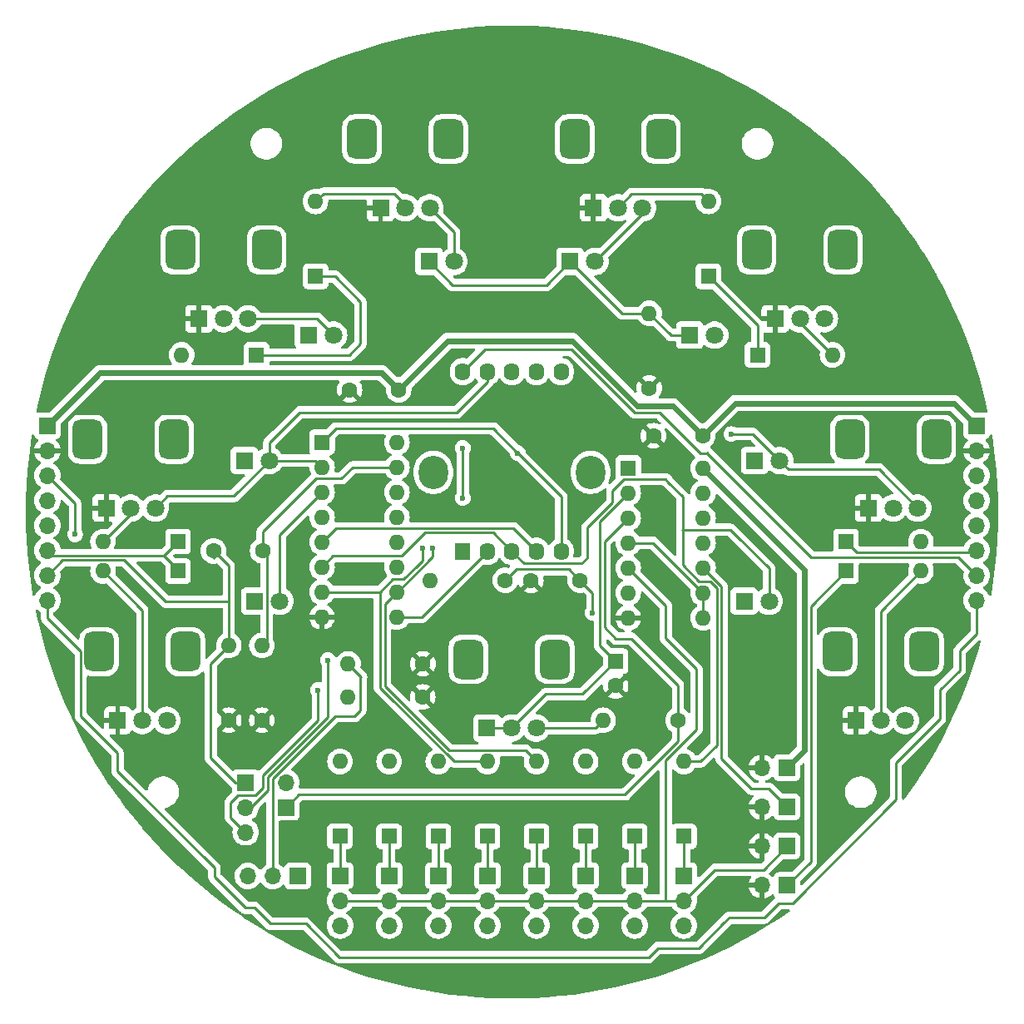
<source format=gbr>
%TF.GenerationSoftware,KiCad,Pcbnew,8.0.4*%
%TF.CreationDate,2024-08-23T11:40:29+01:00*%
%TF.ProjectId,Esp32EduModular-Baby8,45737033-3245-4647-954d-6f64756c6172,rev?*%
%TF.SameCoordinates,Original*%
%TF.FileFunction,Copper,L1,Top*%
%TF.FilePolarity,Positive*%
%FSLAX46Y46*%
G04 Gerber Fmt 4.6, Leading zero omitted, Abs format (unit mm)*
G04 Created by KiCad (PCBNEW 8.0.4) date 2024-08-23 11:40:29*
%MOMM*%
%LPD*%
G01*
G04 APERTURE LIST*
G04 Aperture macros list*
%AMRoundRect*
0 Rectangle with rounded corners*
0 $1 Rounding radius*
0 $2 $3 $4 $5 $6 $7 $8 $9 X,Y pos of 4 corners*
0 Add a 4 corners polygon primitive as box body*
4,1,4,$2,$3,$4,$5,$6,$7,$8,$9,$2,$3,0*
0 Add four circle primitives for the rounded corners*
1,1,$1+$1,$2,$3*
1,1,$1+$1,$4,$5*
1,1,$1+$1,$6,$7*
1,1,$1+$1,$8,$9*
0 Add four rect primitives between the rounded corners*
20,1,$1+$1,$2,$3,$4,$5,0*
20,1,$1+$1,$4,$5,$6,$7,0*
20,1,$1+$1,$6,$7,$8,$9,0*
20,1,$1+$1,$8,$9,$2,$3,0*%
G04 Aperture macros list end*
%TA.AperFunction,ComponentPad*%
%ADD10C,1.600000*%
%TD*%
%TA.AperFunction,ComponentPad*%
%ADD11O,1.600000X1.600000*%
%TD*%
%TA.AperFunction,ComponentPad*%
%ADD12R,1.800000X1.800000*%
%TD*%
%TA.AperFunction,ComponentPad*%
%ADD13C,1.800000*%
%TD*%
%TA.AperFunction,ComponentPad*%
%ADD14R,1.700000X1.700000*%
%TD*%
%TA.AperFunction,ComponentPad*%
%ADD15O,1.700000X1.700000*%
%TD*%
%TA.AperFunction,ComponentPad*%
%ADD16R,1.600000X1.600000*%
%TD*%
%TA.AperFunction,ComponentPad*%
%ADD17RoundRect,0.750000X0.750000X-1.250000X0.750000X1.250000X-0.750000X1.250000X-0.750000X-1.250000X0*%
%TD*%
%TA.AperFunction,ComponentPad*%
%ADD18O,1.600000X1.800000*%
%TD*%
%TA.AperFunction,ComponentPad*%
%ADD19R,1.600000X1.800000*%
%TD*%
%TA.AperFunction,ComponentPad*%
%ADD20O,3.000000X3.400000*%
%TD*%
%TA.AperFunction,ViaPad*%
%ADD21C,0.600000*%
%TD*%
%TA.AperFunction,Conductor*%
%ADD22C,0.254000*%
%TD*%
%TA.AperFunction,Conductor*%
%ADD23C,0.600000*%
%TD*%
%TA.AperFunction,Conductor*%
%ADD24C,0.200000*%
%TD*%
G04 APERTURE END LIST*
D10*
%TO.P,R7,1*%
%TO.N,Net-(C5-Pad1)*%
X99314000Y-106934000D03*
D11*
%TO.P,R7,2*%
%TO.N,Net-(SW1-B)*%
X91694000Y-106934000D03*
%TD*%
D10*
%TO.P,C5,1*%
%TO.N,Net-(C5-Pad1)*%
X106934000Y-106934000D03*
%TO.P,C5,2*%
%TO.N,GND*%
X101934000Y-106934000D03*
%TD*%
D12*
%TO.P,D2,1,K*%
%TO.N,Net-(D1-K)*%
X72760000Y-94750000D03*
D13*
%TO.P,D2,2,A*%
%TO.N,Net-(D10-A)*%
X75300000Y-94750000D03*
%TD*%
D14*
%TO.P,SW7,1,A*%
%TO.N,Net-(D13-K)*%
X102500000Y-137000000D03*
D15*
%TO.P,SW7,2,B*%
%TO.N,/GATE_OUT*%
X102500000Y-139540000D03*
%TO.P,SW7,3*%
%TO.N,N/C*%
X102500000Y-142080000D03*
%TD*%
D16*
%TO.P,D17,1,K*%
%TO.N,/CV_OUT*%
X66000000Y-106000000D03*
D11*
%TO.P,D17,2,A*%
%TO.N,Net-(D17-A)*%
X58380000Y-106000000D03*
%TD*%
D12*
%TO.P,RV5,1,1*%
%TO.N,GND*%
X108290000Y-69020000D03*
D13*
%TO.P,RV5,2,2*%
%TO.N,Net-(D21-A)*%
X110790000Y-69020000D03*
%TO.P,RV5,3,3*%
%TO.N,Net-(D13-A)*%
X113290000Y-69020000D03*
D17*
%TO.P,RV5,MP*%
%TO.N,N/C*%
X106390000Y-62020000D03*
X115190000Y-62020000D03*
%TD*%
D16*
%TO.P,D21,1,K*%
%TO.N,/CV_OUT*%
X120000000Y-76000000D03*
D11*
%TO.P,D21,2,A*%
%TO.N,Net-(D21-A)*%
X120000000Y-68380000D03*
%TD*%
D16*
%TO.P,U2,1,Q5*%
%TO.N,Net-(D14-A)*%
X80670000Y-92900000D03*
D11*
%TO.P,U2,2,Q1*%
%TO.N,Net-(D10-A)*%
X80670000Y-95440000D03*
%TO.P,U2,3,Q0*%
%TO.N,Net-(D1-A)*%
X80670000Y-97980000D03*
%TO.P,U2,4,Q2*%
%TO.N,Net-(D11-A)*%
X80670000Y-100520000D03*
%TO.P,U2,5,Q6*%
%TO.N,Net-(D15-A)*%
X80670000Y-103060000D03*
%TO.P,U2,6,Q7*%
%TO.N,Net-(D16-A)*%
X80670000Y-105600000D03*
%TO.P,U2,7,Q3*%
%TO.N,Net-(D12-A)*%
X80670000Y-108140000D03*
%TO.P,U2,8,VSS*%
%TO.N,GND*%
X80670000Y-110680000D03*
%TO.P,U2,9,Q8*%
%TO.N,Net-(U2-Q8)*%
X88290000Y-110680000D03*
%TO.P,U2,10,Q4*%
%TO.N,Net-(D13-A)*%
X88290000Y-108140000D03*
%TO.P,U2,11,Q9*%
%TO.N,unconnected-(U2-Q9-Pad11)*%
X88290000Y-105600000D03*
%TO.P,U2,12,Cout*%
%TO.N,unconnected-(U2-Cout-Pad12)*%
X88290000Y-103060000D03*
%TO.P,U2,13,CKEN*%
%TO.N,Net-(J5-Pin_3)*%
X88290000Y-100520000D03*
%TO.P,U2,14,CLK*%
%TO.N,Net-(SW1-B)*%
X88290000Y-97980000D03*
%TO.P,U2,15,Reset*%
%TO.N,Net-(U2-Reset)*%
X88290000Y-95440000D03*
%TO.P,U2,16,VDD*%
%TO.N,VCC*%
X88290000Y-92900000D03*
%TD*%
D16*
%TO.P,D12,1,K*%
%TO.N,Net-(D12-K)*%
X97500000Y-133000000D03*
D11*
%TO.P,D12,2,A*%
%TO.N,Net-(D12-A)*%
X97500000Y-125380000D03*
%TD*%
D16*
%TO.P,U1,1*%
%TO.N,Net-(C2-Pad1)*%
X111840000Y-95520000D03*
D11*
%TO.P,U1,2*%
X111840000Y-98060000D03*
%TO.P,U1,3*%
%TO.N,Net-(J8-Pin_1)*%
X111840000Y-100600000D03*
%TO.P,U1,4*%
%TO.N,Net-(U1-Pad4)*%
X111840000Y-103140000D03*
%TO.P,U1,5*%
%TO.N,/GATE_OUT*%
X111840000Y-105680000D03*
%TO.P,U1,6*%
%TO.N,Net-(C5-Pad1)*%
X111840000Y-108220000D03*
%TO.P,U1,7,Vss*%
%TO.N,GND*%
X111840000Y-110760000D03*
%TO.P,U1,8*%
%TO.N,Net-(U1-Pad4)*%
X119460000Y-110760000D03*
%TO.P,U1,9*%
X119460000Y-108220000D03*
%TO.P,U1,10*%
%TO.N,/TRIG_OUT*%
X119460000Y-105680000D03*
%TO.P,U1,11*%
%TO.N,unconnected-(U1-Pad11)*%
X119460000Y-103140000D03*
%TO.P,U1,12*%
%TO.N,unconnected-(U1-Pad12)*%
X119460000Y-100600000D03*
%TO.P,U1,13*%
%TO.N,unconnected-(U1-Pad13)*%
X119460000Y-98060000D03*
%TO.P,U1,14,Vdd*%
%TO.N,VCC*%
X119460000Y-95520000D03*
%TD*%
D14*
%TO.P,SW10,1,A*%
%TO.N,Net-(D16-K)*%
X117500000Y-137000000D03*
D15*
%TO.P,SW10,2,B*%
%TO.N,/GATE_OUT*%
X117500000Y-139540000D03*
%TO.P,SW10,3*%
%TO.N,N/C*%
X117500000Y-142080000D03*
%TD*%
D12*
%TO.P,D8,1,K*%
%TO.N,Net-(D1-K)*%
X123630000Y-109060000D03*
D13*
%TO.P,D8,2,A*%
%TO.N,Net-(D16-A)*%
X126170000Y-109060000D03*
%TD*%
D16*
%TO.P,D14,1,K*%
%TO.N,Net-(D14-K)*%
X107500000Y-133000000D03*
D11*
%TO.P,D14,2,A*%
%TO.N,Net-(D14-A)*%
X107500000Y-125380000D03*
%TD*%
D14*
%TO.P,SW9,1,A*%
%TO.N,Net-(D15-K)*%
X112500000Y-137000000D03*
D15*
%TO.P,SW9,2,B*%
%TO.N,/GATE_OUT*%
X112500000Y-139540000D03*
%TO.P,SW9,3*%
%TO.N,N/C*%
X112500000Y-142080000D03*
%TD*%
D12*
%TO.P,D5,1,K*%
%TO.N,Net-(D1-K)*%
X105910000Y-74490000D03*
D13*
%TO.P,D5,2,A*%
%TO.N,Net-(D13-A)*%
X108450000Y-74490000D03*
%TD*%
D14*
%TO.P,SW6,1,A*%
%TO.N,Net-(D12-K)*%
X97500000Y-137000000D03*
D15*
%TO.P,SW6,2,B*%
%TO.N,/GATE_OUT*%
X97500000Y-139540000D03*
%TO.P,SW6,3*%
%TO.N,N/C*%
X97500000Y-142080000D03*
%TD*%
D16*
%TO.P,D23,1,K*%
%TO.N,/CV_OUT*%
X134000000Y-103000000D03*
D11*
%TO.P,D23,2,A*%
%TO.N,Net-(D23-A)*%
X141620000Y-103000000D03*
%TD*%
D14*
%TO.P,J7,1,Pin_1*%
%TO.N,VCC*%
X147300000Y-91200000D03*
D15*
%TO.P,J7,2,Pin_2*%
%TO.N,GND*%
X147300000Y-93740000D03*
%TO.P,J7,3,Pin_3*%
%TO.N,/CLK*%
X147300000Y-96280000D03*
%TO.P,J7,4,Pin_4*%
%TO.N,/TRIG_OUT*%
X147300000Y-98820000D03*
%TO.P,J7,5,Pin_5*%
%TO.N,/GATE_OUT*%
X147300000Y-101360000D03*
%TO.P,J7,6,Pin_6*%
%TO.N,/CV_OUT*%
X147300000Y-103900000D03*
%TO.P,J7,7,Pin_7*%
%TO.N,/E_RST_OUT*%
X147300000Y-106440000D03*
%TO.P,J7,8,Pin_8*%
%TO.N,/RTN*%
X147300000Y-108980000D03*
%TD*%
D14*
%TO.P,J6,1,Pin_1*%
%TO.N,VCC*%
X52700000Y-91200000D03*
D15*
%TO.P,J6,2,Pin_2*%
%TO.N,GND*%
X52700000Y-93740000D03*
%TO.P,J6,3,Pin_3*%
%TO.N,/CLK*%
X52700000Y-96280000D03*
%TO.P,J6,4,Pin_4*%
%TO.N,/TRIG_OUT*%
X52700000Y-98820000D03*
%TO.P,J6,5,Pin_5*%
%TO.N,/GATE_OUT*%
X52700000Y-101360000D03*
%TO.P,J6,6,Pin_6*%
%TO.N,/CV_OUT*%
X52700000Y-103900000D03*
%TO.P,J6,7,Pin_7*%
%TO.N,/E_RST_IN*%
X52700000Y-106440000D03*
%TO.P,J6,8,Pin_8*%
%TO.N,/RTN*%
X52700000Y-108980000D03*
%TD*%
D14*
%TO.P,SW8,1,A*%
%TO.N,Net-(D14-K)*%
X107500000Y-137000000D03*
D15*
%TO.P,SW8,2,B*%
%TO.N,/GATE_OUT*%
X107500000Y-139540000D03*
%TO.P,SW8,3*%
%TO.N,N/C*%
X107500000Y-142080000D03*
%TD*%
D10*
%TO.P,R6,1*%
%TO.N,Net-(J8-Pin_1)*%
X116900000Y-121190000D03*
D11*
%TO.P,R6,2*%
%TO.N,Net-(R6-Pad2)*%
X109280000Y-121190000D03*
%TD*%
D12*
%TO.P,D1,1,K*%
%TO.N,Net-(D1-K)*%
X73830000Y-109060000D03*
D13*
%TO.P,D1,2,A*%
%TO.N,Net-(D1-A)*%
X76370000Y-109060000D03*
%TD*%
D10*
%TO.P,C4,1*%
%TO.N,/E_RST_IN*%
X69620000Y-103930000D03*
%TO.P,C4,2*%
%TO.N,Net-(U2-Reset)*%
X74620000Y-103930000D03*
%TD*%
D16*
%TO.P,D16,1,K*%
%TO.N,Net-(D16-K)*%
X117500000Y-133000000D03*
D11*
%TO.P,D16,2,A*%
%TO.N,Net-(D16-A)*%
X117500000Y-125380000D03*
%TD*%
D12*
%TO.P,RV6,1,1*%
%TO.N,GND*%
X86630000Y-69020000D03*
D13*
%TO.P,RV6,2,2*%
%TO.N,Net-(D20-A)*%
X89130000Y-69020000D03*
%TO.P,RV6,3,3*%
%TO.N,Net-(D12-A)*%
X91630000Y-69020000D03*
D17*
%TO.P,RV6,MP*%
%TO.N,N/C*%
X84730000Y-62020000D03*
X93530000Y-62020000D03*
%TD*%
D12*
%TO.P,RV7,1,1*%
%TO.N,GND*%
X68140000Y-80310000D03*
D13*
%TO.P,RV7,2,2*%
%TO.N,Net-(D19-A)*%
X70640000Y-80310000D03*
%TO.P,RV7,3,3*%
%TO.N,Net-(D11-A)*%
X73140000Y-80310000D03*
D17*
%TO.P,RV7,MP*%
%TO.N,N/C*%
X66240000Y-73310000D03*
X75040000Y-73310000D03*
%TD*%
D14*
%TO.P,SW4,1,A*%
%TO.N,Net-(D10-K)*%
X87500000Y-137000000D03*
D15*
%TO.P,SW4,2,B*%
%TO.N,/GATE_OUT*%
X87500000Y-139540000D03*
%TO.P,SW4,3*%
%TO.N,N/C*%
X87500000Y-142080000D03*
%TD*%
D16*
%TO.P,D15,1,K*%
%TO.N,Net-(D15-K)*%
X112500000Y-133000000D03*
D11*
%TO.P,D15,2,A*%
%TO.N,Net-(D15-A)*%
X112500000Y-125380000D03*
%TD*%
D16*
%TO.P,D10,1,K*%
%TO.N,Net-(D10-K)*%
X87500000Y-133000000D03*
D11*
%TO.P,D10,2,A*%
%TO.N,Net-(D10-A)*%
X87500000Y-125380000D03*
%TD*%
D16*
%TO.P,D24,1,K*%
%TO.N,/CV_OUT*%
X134000000Y-106000000D03*
D11*
%TO.P,D24,2,A*%
%TO.N,Net-(D24-A)*%
X141620000Y-106000000D03*
%TD*%
D16*
%TO.P,D22,1,K*%
%TO.N,/CV_OUT*%
X125000000Y-84000000D03*
D11*
%TO.P,D22,2,A*%
%TO.N,Net-(D22-A)*%
X132620000Y-84000000D03*
%TD*%
D16*
%TO.P,D13,1,K*%
%TO.N,Net-(D13-K)*%
X102500000Y-133000000D03*
D11*
%TO.P,D13,2,A*%
%TO.N,Net-(D13-A)*%
X102500000Y-125380000D03*
%TD*%
D14*
%TO.P,J8,1,Pin_1*%
%TO.N,Net-(J8-Pin_1)*%
X77000000Y-130048000D03*
D15*
%TO.P,J8,2,Pin_2*%
%TO.N,/CLK*%
X77000000Y-127508000D03*
%TD*%
D12*
%TO.P,D3,1,K*%
%TO.N,Net-(D1-K)*%
X79300000Y-81980000D03*
D13*
%TO.P,D3,2,A*%
%TO.N,Net-(D11-A)*%
X81840000Y-81980000D03*
%TD*%
D10*
%TO.P,C3,1*%
%TO.N,VCC*%
X119400000Y-92230000D03*
%TO.P,C3,2*%
%TO.N,GND*%
X114400000Y-92230000D03*
%TD*%
%TO.P,R3,1*%
%TO.N,GND*%
X90920000Y-118810000D03*
D11*
%TO.P,R3,2*%
%TO.N,Net-(J5-Pin_3)*%
X83300000Y-118810000D03*
%TD*%
D12*
%TO.P,RV1,1,1*%
%TO.N,Net-(C2-Pad1)*%
X97460000Y-121980000D03*
D13*
%TO.P,RV1,2,2*%
X99960000Y-121980000D03*
%TO.P,RV1,3,3*%
%TO.N,Net-(R6-Pad2)*%
X102460000Y-121980000D03*
D17*
%TO.P,RV1,MP*%
%TO.N,N/C*%
X95560000Y-114980000D03*
X104360000Y-114980000D03*
%TD*%
D14*
%TO.P,SW5,1,A*%
%TO.N,Net-(D11-K)*%
X92500000Y-137000000D03*
D15*
%TO.P,SW5,2,B*%
%TO.N,/GATE_OUT*%
X92500000Y-139540000D03*
%TO.P,SW5,3*%
%TO.N,N/C*%
X92500000Y-142080000D03*
%TD*%
D10*
%TO.P,R1,1*%
%TO.N,GND*%
X113970000Y-87390000D03*
D11*
%TO.P,R1,2*%
%TO.N,Net-(D1-K)*%
X113970000Y-79770000D03*
%TD*%
D12*
%TO.P,D4,1,K*%
%TO.N,Net-(D1-K)*%
X91550000Y-74490000D03*
D13*
%TO.P,D4,2,A*%
%TO.N,Net-(D12-A)*%
X94090000Y-74490000D03*
%TD*%
D12*
%TO.P,D6,1,K*%
%TO.N,Net-(D1-K)*%
X118100000Y-81980000D03*
D13*
%TO.P,D6,2,A*%
%TO.N,Net-(D14-A)*%
X120640000Y-81980000D03*
%TD*%
D10*
%TO.P,C1,1*%
%TO.N,VCC*%
X88470000Y-87560000D03*
%TO.P,C1,2*%
%TO.N,GND*%
X83470000Y-87560000D03*
%TD*%
D16*
%TO.P,C2,1*%
%TO.N,Net-(C2-Pad1)*%
X110550000Y-115174888D03*
D10*
%TO.P,C2,2*%
%TO.N,GND*%
X110550000Y-117674888D03*
%TD*%
%TO.P,R4,1*%
%TO.N,GND*%
X74550000Y-121190000D03*
D11*
%TO.P,R4,2*%
%TO.N,Net-(U2-Reset)*%
X74550000Y-113570000D03*
%TD*%
D12*
%TO.P,RV4,1,1*%
%TO.N,GND*%
X126800000Y-80310000D03*
D13*
%TO.P,RV4,2,2*%
%TO.N,Net-(D22-A)*%
X129300000Y-80310000D03*
%TO.P,RV4,3,3*%
%TO.N,Net-(D14-A)*%
X131800000Y-80310000D03*
D17*
%TO.P,RV4,MP*%
%TO.N,N/C*%
X124900000Y-73310000D03*
X133700000Y-73310000D03*
%TD*%
D12*
%TO.P,D7,1,K*%
%TO.N,Net-(D1-K)*%
X124700000Y-94750000D03*
D13*
%TO.P,D7,2,A*%
%TO.N,Net-(D15-A)*%
X127240000Y-94750000D03*
%TD*%
D10*
%TO.P,R2,1*%
%TO.N,GND*%
X90940000Y-115440000D03*
D11*
%TO.P,R2,2*%
%TO.N,Net-(SW1-B)*%
X83320000Y-115440000D03*
%TD*%
D14*
%TO.P,J5,1,Pin_1*%
%TO.N,/E_RST_IN*%
X72898000Y-127508000D03*
D15*
%TO.P,J5,2,Pin_2*%
%TO.N,/E_RST_OUT*%
X72898000Y-130048000D03*
%TO.P,J5,3,Pin_3*%
%TO.N,Net-(J5-Pin_3)*%
X72898000Y-132588000D03*
%TD*%
D14*
%TO.P,J4,1,Pin_1*%
%TO.N,/GATE_OUT*%
X128000000Y-134000000D03*
D15*
%TO.P,J4,2,Pin_2*%
%TO.N,GND*%
X125460000Y-134000000D03*
%TD*%
D16*
%TO.P,D11,1,K*%
%TO.N,Net-(D11-K)*%
X92500000Y-133000000D03*
D11*
%TO.P,D11,2,A*%
%TO.N,Net-(D11-A)*%
X92500000Y-125380000D03*
%TD*%
D14*
%TO.P,J1,1,Pin_1*%
%TO.N,/TRIG_OUT*%
X128000000Y-130000000D03*
D15*
%TO.P,J1,2,Pin_2*%
%TO.N,GND*%
X125460000Y-130000000D03*
%TD*%
D14*
%TO.P,SW3,1,A*%
%TO.N,Net-(D9-K)*%
X82500000Y-137000000D03*
D15*
%TO.P,SW3,2,B*%
%TO.N,/GATE_OUT*%
X82500000Y-139540000D03*
%TO.P,SW3,3*%
%TO.N,N/C*%
X82500000Y-142080000D03*
%TD*%
D16*
%TO.P,D9,1,K*%
%TO.N,Net-(D9-K)*%
X82500000Y-133000000D03*
D11*
%TO.P,D9,2,A*%
%TO.N,Net-(D1-A)*%
X82500000Y-125380000D03*
%TD*%
D14*
%TO.P,SW1,1,A*%
%TO.N,/CLK*%
X78185000Y-137030000D03*
D15*
%TO.P,SW1,2,B*%
%TO.N,Net-(SW1-B)*%
X75645000Y-137030000D03*
%TO.P,SW1,3*%
%TO.N,N/C*%
X73105000Y-137030000D03*
%TD*%
D12*
%TO.P,RV3,1,1*%
%TO.N,GND*%
X136300000Y-99590000D03*
D13*
%TO.P,RV3,2,2*%
%TO.N,Net-(D23-A)*%
X138800000Y-99590000D03*
%TO.P,RV3,3,3*%
%TO.N,Net-(D15-A)*%
X141300000Y-99590000D03*
D17*
%TO.P,RV3,MP*%
%TO.N,N/C*%
X134400000Y-92590000D03*
X143200000Y-92590000D03*
%TD*%
D12*
%TO.P,RV8,1,1*%
%TO.N,GND*%
X58700000Y-99590000D03*
D13*
%TO.P,RV8,2,2*%
%TO.N,Net-(D18-A)*%
X61200000Y-99590000D03*
%TO.P,RV8,3,3*%
%TO.N,Net-(D10-A)*%
X63700000Y-99590000D03*
D17*
%TO.P,RV8,MP*%
%TO.N,N/C*%
X56800000Y-92590000D03*
X65600000Y-92590000D03*
%TD*%
D12*
%TO.P,RV2,1,1*%
%TO.N,GND*%
X135050000Y-121200000D03*
D13*
%TO.P,RV2,2,2*%
%TO.N,Net-(D24-A)*%
X137550000Y-121200000D03*
%TO.P,RV2,3,3*%
%TO.N,Net-(D16-A)*%
X140050000Y-121200000D03*
D17*
%TO.P,RV2,MP*%
%TO.N,N/C*%
X133150000Y-114200000D03*
X141950000Y-114200000D03*
%TD*%
D10*
%TO.P,R5,1*%
%TO.N,GND*%
X71180000Y-121190000D03*
D11*
%TO.P,R5,2*%
%TO.N,/E_RST_IN*%
X71180000Y-113570000D03*
%TD*%
D16*
%TO.P,D20,1,K*%
%TO.N,/CV_OUT*%
X80000000Y-76000000D03*
D11*
%TO.P,D20,2,A*%
%TO.N,Net-(D20-A)*%
X80000000Y-68380000D03*
%TD*%
D16*
%TO.P,D19,1,K*%
%TO.N,/CV_OUT*%
X74000000Y-84000000D03*
D11*
%TO.P,D19,2,A*%
%TO.N,Net-(D19-A)*%
X66380000Y-84000000D03*
%TD*%
D14*
%TO.P,J2,1,Pin_1*%
%TO.N,/CV_OUT*%
X128000000Y-138000000D03*
D15*
%TO.P,J2,2,Pin_2*%
%TO.N,GND*%
X125460000Y-138000000D03*
%TD*%
D12*
%TO.P,RV9,1,1*%
%TO.N,GND*%
X59870000Y-121200000D03*
D13*
%TO.P,RV9,2,2*%
%TO.N,Net-(D17-A)*%
X62370000Y-121200000D03*
%TO.P,RV9,3,3*%
%TO.N,Net-(D1-A)*%
X64870000Y-121200000D03*
D17*
%TO.P,RV9,MP*%
%TO.N,N/C*%
X57970000Y-114200000D03*
X66770000Y-114200000D03*
%TD*%
D18*
%TO.P,SW2,1*%
%TO.N,Net-(D10-A)*%
X97500000Y-85700000D03*
%TO.P,SW2,2*%
%TO.N,Net-(D11-A)*%
X100000000Y-85700000D03*
%TO.P,SW2,3*%
%TO.N,Net-(D12-A)*%
X102500000Y-85700000D03*
%TO.P,SW2,4*%
%TO.N,Net-(D13-A)*%
X105000000Y-85700000D03*
%TO.P,SW2,5*%
%TO.N,Net-(D14-A)*%
X105000000Y-104000000D03*
%TO.P,SW2,6*%
%TO.N,Net-(D15-A)*%
X102500000Y-104000000D03*
%TO.P,SW2,7*%
%TO.N,Net-(D16-A)*%
X100000000Y-104000000D03*
%TO.P,SW2,8*%
%TO.N,Net-(U2-Q8)*%
X97500000Y-104000000D03*
D19*
%TO.P,SW2,9*%
%TO.N,/E_RST_OUT*%
X95000000Y-104000000D03*
D18*
X95000000Y-85700000D03*
D20*
%TO.P,SW2,SH*%
%TO.N,N/C*%
X92000000Y-95950000D03*
X108000000Y-95950000D03*
%TD*%
D16*
%TO.P,D18,1,K*%
%TO.N,/CV_OUT*%
X66000000Y-103000000D03*
D11*
%TO.P,D18,2,A*%
%TO.N,Net-(D18-A)*%
X58380000Y-103000000D03*
%TD*%
D14*
%TO.P,J3,1,Pin_1*%
%TO.N,VCC*%
X128000000Y-126000000D03*
D15*
%TO.P,J3,2,Pin_2*%
%TO.N,GND*%
X125460000Y-126000000D03*
%TD*%
D21*
%TO.N,Net-(C5-Pad1)*%
X108204000Y-110236000D03*
%TO.N,Net-(D13-A)*%
X91948000Y-103632000D03*
%TO.N,GND*%
X68120000Y-131170000D03*
X117856000Y-118618000D03*
X77860000Y-92870000D03*
X93726000Y-99568000D03*
X84990000Y-142110000D03*
X71930000Y-66450000D03*
X61500000Y-125380000D03*
X100110000Y-126870000D03*
X85100000Y-131250000D03*
X68540000Y-63280000D03*
X137760000Y-102470000D03*
X83566000Y-99314000D03*
X106172000Y-80772000D03*
X106426000Y-99314000D03*
X83280000Y-80380000D03*
X137790000Y-106050000D03*
X92456000Y-92964000D03*
X100000000Y-142230000D03*
X144630000Y-110970000D03*
X76740000Y-133890000D03*
X120200000Y-79120000D03*
X59150000Y-109660000D03*
X77720000Y-96270000D03*
X123260000Y-90790000D03*
X96270000Y-79280000D03*
X123190000Y-105664000D03*
X144630000Y-96490000D03*
X58080000Y-117520000D03*
X63620000Y-96210000D03*
X127610000Y-98210000D03*
X86400000Y-79170000D03*
X71710000Y-76550000D03*
X117094000Y-95758000D03*
X144170000Y-84270000D03*
X62300000Y-82750000D03*
X103886000Y-120396000D03*
X98552000Y-88646000D03*
X100040000Y-74180000D03*
X133779000Y-86470000D03*
X143330000Y-105960000D03*
X100140000Y-130610000D03*
X83058000Y-106172000D03*
X88392000Y-83820000D03*
X64250000Y-110880000D03*
X119888000Y-118618000D03*
X127500000Y-90810000D03*
X85660000Y-73160000D03*
X118364000Y-113030000D03*
X108490000Y-147230000D03*
X110410000Y-123190000D03*
X53594000Y-114300000D03*
X75438000Y-124460000D03*
X99890000Y-137080000D03*
X115062000Y-100838000D03*
X127950000Y-106630000D03*
X121240000Y-93320000D03*
X127910000Y-67840000D03*
X86360000Y-93472000D03*
X134110000Y-118280000D03*
X110730000Y-65590000D03*
X86430000Y-121180000D03*
X114400000Y-137120000D03*
X121920000Y-134810000D03*
X99830000Y-53580000D03*
X93218000Y-88138000D03*
X101370000Y-79100000D03*
X103632000Y-99314000D03*
X85100000Y-137290000D03*
X82970000Y-69640000D03*
X90380000Y-146830000D03*
X132990000Y-64630000D03*
X114620000Y-123190000D03*
X119380000Y-123444000D03*
X69020000Y-106710000D03*
X71120000Y-124968000D03*
X63550000Y-87650000D03*
X99830000Y-59710000D03*
X140220000Y-125910000D03*
X85060000Y-127290000D03*
X97028000Y-99314000D03*
X70960000Y-96670000D03*
X86490000Y-106172000D03*
X112650000Y-130110000D03*
X113950000Y-74320000D03*
X83312000Y-93472000D03*
X54102000Y-107696000D03*
X90424000Y-87122000D03*
X125230000Y-86570000D03*
X132970000Y-132150000D03*
X70930000Y-100700000D03*
X70612000Y-133570000D03*
X56100000Y-82700000D03*
X106934000Y-90932000D03*
X105156000Y-87884000D03*
X115050000Y-142140000D03*
X73850000Y-88290000D03*
X144640000Y-118460000D03*
%TO.N,Net-(D12-A)*%
X90932000Y-103632000D03*
%TO.N,Net-(D14-A)*%
X100584000Y-93980000D03*
%TO.N,Net-(D15-A)*%
X122330000Y-92060000D03*
%TO.N,/E_RST_OUT*%
X81280000Y-115062000D03*
X94996000Y-98552000D03*
X94996000Y-93472000D03*
%TO.N,/CLK*%
X55530000Y-102260000D03*
%TO.N,Net-(J5-Pin_3)*%
X80264000Y-118110000D03*
%TD*%
D22*
%TO.N,Net-(D15-A)*%
X128140000Y-95650000D02*
X137360000Y-95650000D01*
X127240000Y-94750000D02*
X128140000Y-95650000D01*
X137360000Y-95650000D02*
X141300000Y-99590000D01*
%TO.N,Net-(D13-A)*%
X113290000Y-69650000D02*
X113290000Y-69020000D01*
X108450000Y-74490000D02*
X113290000Y-69650000D01*
%TO.N,Net-(D12-A)*%
X94090000Y-71480000D02*
X94090000Y-74490000D01*
X91630000Y-69020000D02*
X94090000Y-71480000D01*
%TO.N,Net-(D11-A)*%
X80170000Y-80310000D02*
X81840000Y-81980000D01*
X73140000Y-80310000D02*
X80170000Y-80310000D01*
%TO.N,Net-(D10-A)*%
X64927000Y-98363000D02*
X65532000Y-98363000D01*
X71687000Y-98363000D02*
X65532000Y-98363000D01*
X63700000Y-99590000D02*
X64927000Y-98363000D01*
%TO.N,Net-(C5-Pad1)*%
X108204000Y-108204000D02*
X108204000Y-110236000D01*
X106934000Y-106934000D02*
X108204000Y-108204000D01*
X100441000Y-105807000D02*
X105807000Y-105807000D01*
X105807000Y-105807000D02*
X106934000Y-106934000D01*
X99314000Y-106934000D02*
X100441000Y-105807000D01*
%TO.N,Net-(U2-Q8)*%
X90820000Y-110680000D02*
X97500000Y-104000000D01*
X88290000Y-110680000D02*
X90820000Y-110680000D01*
%TO.N,Net-(D13-A)*%
X88336052Y-108140000D02*
X88290000Y-108140000D01*
X91948000Y-104528052D02*
X88336052Y-108140000D01*
X91948000Y-103632000D02*
X91948000Y-104528052D01*
%TO.N,Net-(D16-A)*%
X107097974Y-105227000D02*
X107676974Y-104648000D01*
X100000000Y-104000000D02*
X101227000Y-105227000D01*
X107676974Y-104648000D02*
X107676974Y-101580974D01*
X101227000Y-105227000D02*
X107097974Y-105227000D01*
X98101000Y-102101000D02*
X100000000Y-104000000D01*
D23*
%TO.N,VCC*%
X86720000Y-85810000D02*
X58090000Y-85810000D01*
X88470000Y-87560000D02*
X93480000Y-82550000D01*
X129780000Y-105840000D02*
X119460000Y-95520000D01*
X119400000Y-92230000D02*
X122730000Y-88900000D01*
X116390000Y-89220000D02*
X119400000Y-92230000D01*
X128000000Y-126000000D02*
X129780000Y-124220000D01*
X112776000Y-89220000D02*
X116390000Y-89220000D01*
X106106000Y-82550000D02*
X112776000Y-89220000D01*
X88470000Y-87560000D02*
X86720000Y-85810000D01*
X93480000Y-82550000D02*
X106106000Y-82550000D01*
X129780000Y-124220000D02*
X129780000Y-105840000D01*
X122730000Y-88900000D02*
X145000000Y-88900000D01*
X58090000Y-85810000D02*
X52700000Y-91200000D01*
X119460000Y-92290000D02*
X119400000Y-92230000D01*
X145000000Y-88900000D02*
X147300000Y-91200000D01*
D22*
%TO.N,Net-(C2-Pad1)*%
X97510000Y-121980000D02*
X100010000Y-121980000D01*
X107194888Y-118530000D02*
X110550000Y-115174888D01*
X99960000Y-121980000D02*
X103410000Y-118530000D01*
X111840000Y-98060000D02*
X108966000Y-100934000D01*
X108966000Y-100934000D02*
X108966000Y-113590888D01*
X103410000Y-118530000D02*
X107194888Y-118530000D01*
X108966000Y-113590888D02*
X110550000Y-115174888D01*
%TO.N,Net-(D1-A)*%
X76370000Y-102280000D02*
X76370000Y-109060000D01*
X80670000Y-97980000D02*
X76370000Y-102280000D01*
%TO.N,Net-(D1-K)*%
X105910000Y-74490000D02*
X111190000Y-79770000D01*
X118100000Y-81980000D02*
X116180000Y-81980000D01*
X116180000Y-81980000D02*
X113970000Y-79770000D01*
X93950000Y-76890000D02*
X103510000Y-76890000D01*
X91550000Y-74490000D02*
X93950000Y-76890000D01*
X103510000Y-76890000D02*
X105910000Y-74490000D01*
X111190000Y-79770000D02*
X113970000Y-79770000D01*
%TO.N,Net-(D10-A)*%
X75300000Y-94750000D02*
X71687000Y-98363000D01*
X75300000Y-92940000D02*
X78406000Y-89834000D01*
X78406000Y-89834000D02*
X94406000Y-89834000D01*
X75300000Y-94750000D02*
X79980000Y-94750000D01*
X97500000Y-86740000D02*
X97500000Y-85700000D01*
X79980000Y-94750000D02*
X80670000Y-95440000D01*
X94406000Y-89834000D02*
X97500000Y-86740000D01*
X75300000Y-94750000D02*
X75300000Y-92940000D01*
%TO.N,Net-(D12-A)*%
X86591909Y-117878091D02*
X87099909Y-118386091D01*
X87843288Y-106840000D02*
X88994000Y-106840000D01*
X90932000Y-104902000D02*
X90424000Y-105410000D01*
X87099909Y-118386091D02*
X94093819Y-125380000D01*
X86543288Y-108140000D02*
X86543288Y-117094000D01*
X86543288Y-117829470D02*
X87099909Y-118386091D01*
X86543288Y-117094000D02*
X86543288Y-117829470D01*
X86543288Y-108140000D02*
X87843288Y-106840000D01*
X94093819Y-125380000D02*
X97500000Y-125380000D01*
X90932000Y-103632000D02*
X90932000Y-104902000D01*
X80670000Y-108140000D02*
X86543288Y-108140000D01*
X88994000Y-106840000D02*
X90424000Y-105410000D01*
X86543288Y-117829470D02*
X86591909Y-117878091D01*
%TO.N,Net-(D13-A)*%
X93608871Y-124253000D02*
X101373000Y-124253000D01*
X101373000Y-124253000D02*
X102500000Y-125380000D01*
X87050000Y-117694129D02*
X93608871Y-124253000D01*
X87050000Y-109380000D02*
X87050000Y-117694129D01*
X88290000Y-108140000D02*
X87050000Y-109380000D01*
%TO.N,Net-(D14-A)*%
X100584000Y-93980000D02*
X98087000Y-91483000D01*
X100527000Y-93923000D02*
X105000000Y-98396000D01*
X82087000Y-91483000D02*
X80670000Y-92900000D01*
X105000000Y-98396000D02*
X105000000Y-104000000D01*
X98087000Y-91483000D02*
X82087000Y-91483000D01*
%TO.N,Net-(D15-A)*%
X80670000Y-103060000D02*
X82083000Y-101647000D01*
X82083000Y-101647000D02*
X100147000Y-101647000D01*
X122330000Y-92060000D02*
X124550000Y-92060000D01*
X100147000Y-101647000D02*
X102500000Y-104000000D01*
X124550000Y-92060000D02*
X127240000Y-94750000D01*
%TO.N,Net-(D16-A)*%
X120177948Y-107040000D02*
X120856000Y-107718052D01*
X117369000Y-101821000D02*
X117369000Y-98409000D01*
X110236000Y-97790000D02*
X110236000Y-99021948D01*
X88814000Y-104473000D02*
X91186000Y-102101000D01*
X120856000Y-107718052D02*
X120856000Y-123746000D01*
X111379000Y-96647000D02*
X115607000Y-96647000D01*
X117369000Y-98409000D02*
X115906000Y-96946000D01*
X126170000Y-105716181D02*
X126170000Y-109060000D01*
X115607000Y-96647000D02*
X115906000Y-96946000D01*
X110236000Y-99021948D02*
X107676974Y-101580974D01*
X120856000Y-123746000D02*
X119222000Y-125380000D01*
X122936909Y-102483091D02*
X126170000Y-105716181D01*
X117369000Y-101821000D02*
X117369000Y-105389000D01*
X119222000Y-125380000D02*
X117500000Y-125380000D01*
X122253818Y-101800000D02*
X122936909Y-102483091D01*
X81797000Y-104473000D02*
X88814000Y-104473000D01*
X117369000Y-101821000D02*
X117348000Y-101800000D01*
X91186000Y-102101000D02*
X98101000Y-102101000D01*
X80670000Y-105600000D02*
X81797000Y-104473000D01*
X110236000Y-97790000D02*
X111379000Y-96647000D01*
X119020000Y-107040000D02*
X120177948Y-107040000D01*
X117369000Y-105389000D02*
X119020000Y-107040000D01*
X117348000Y-101800000D02*
X122253818Y-101800000D01*
%TO.N,Net-(D9-K)*%
X82500000Y-137000000D02*
X82500000Y-133000000D01*
%TO.N,Net-(D10-K)*%
X87500000Y-137000000D02*
X87500000Y-133000000D01*
%TO.N,Net-(D11-K)*%
X92500000Y-137000000D02*
X92500000Y-133000000D01*
%TO.N,Net-(D12-K)*%
X97500000Y-137000000D02*
X97500000Y-133000000D01*
%TO.N,Net-(D13-K)*%
X102500000Y-137000000D02*
X102500000Y-133000000D01*
%TO.N,Net-(D14-K)*%
X107500000Y-137000000D02*
X107500000Y-133000000D01*
%TO.N,Net-(D15-K)*%
X112500000Y-137000000D02*
X112500000Y-133000000D01*
%TO.N,Net-(D16-K)*%
X117500000Y-137000000D02*
X117500000Y-133000000D01*
%TO.N,/CV_OUT*%
X147300000Y-103900000D02*
X147073000Y-104127000D01*
X134000000Y-106000000D02*
X130407000Y-109593000D01*
X66000000Y-103030000D02*
X66000000Y-103000000D01*
X125000000Y-84000000D02*
X125000000Y-81000000D01*
X147073000Y-104127000D02*
X135127000Y-104127000D01*
X130407000Y-135593000D02*
X128000000Y-138000000D01*
X84560000Y-82880000D02*
X83440000Y-84000000D01*
X83440000Y-84000000D02*
X74000000Y-84000000D01*
X135127000Y-104127000D02*
X134000000Y-103000000D01*
X52700000Y-103900000D02*
X52927000Y-104127000D01*
X52700000Y-103900000D02*
X53219000Y-104419000D01*
X130407000Y-109593000D02*
X130407000Y-135593000D01*
X125000000Y-84000000D02*
X125000000Y-84060000D01*
X64581000Y-104419000D02*
X66000000Y-103000000D01*
X53219000Y-104419000D02*
X64581000Y-104419000D01*
X125000000Y-84000000D02*
X125000000Y-84010000D01*
X81970000Y-76000000D02*
X84560000Y-78590000D01*
X80000000Y-76000000D02*
X81970000Y-76000000D01*
X66000000Y-106000000D02*
X66000000Y-105838000D01*
X125000000Y-81000000D02*
X120000000Y-76000000D01*
X66000000Y-105838000D02*
X64581000Y-104419000D01*
X84560000Y-78590000D02*
X84560000Y-82880000D01*
%TO.N,Net-(D17-A)*%
X62370000Y-109990000D02*
X58380000Y-106000000D01*
X62370000Y-121200000D02*
X62370000Y-109990000D01*
%TO.N,Net-(D18-A)*%
X61120000Y-100260000D02*
X61120000Y-99590000D01*
%TO.N,Net-(D19-A)*%
X70978630Y-80310000D02*
X70640000Y-80310000D01*
X71090000Y-80421370D02*
X70978630Y-80310000D01*
%TO.N,Net-(D20-A)*%
X89130000Y-68720000D02*
X89130000Y-69020000D01*
X80000000Y-68380000D02*
X80799999Y-67580001D01*
X80799999Y-67580001D02*
X87990001Y-67580001D01*
X87990001Y-67580001D02*
X89130000Y-68720000D01*
%TO.N,Net-(D21-A)*%
X110790000Y-69020000D02*
X112190000Y-67620000D01*
X112190000Y-67620000D02*
X119240000Y-67620000D01*
X119240000Y-67620000D02*
X120000000Y-68380000D01*
%TO.N,Net-(D22-A)*%
X129280000Y-80660000D02*
X132620000Y-84000000D01*
X129280000Y-80310000D02*
X129280000Y-80660000D01*
%TO.N,Net-(D24-A)*%
X137550000Y-110070000D02*
X137550000Y-121200000D01*
X141620000Y-106000000D02*
X137550000Y-110070000D01*
%TO.N,/TRIG_OUT*%
X119460000Y-105680000D02*
X121310000Y-107530000D01*
X126155000Y-128155000D02*
X128000000Y-130000000D01*
X121310000Y-107530000D02*
X121310000Y-125090000D01*
X121310000Y-125090000D02*
X124375000Y-128155000D01*
X124375000Y-128155000D02*
X126155000Y-128155000D01*
%TO.N,/E_RST_IN*%
X60523000Y-104873000D02*
X54267000Y-104873000D01*
X71100000Y-109110000D02*
X64760000Y-109110000D01*
X69320000Y-124980000D02*
X69320000Y-124206000D01*
X71848000Y-127508000D02*
X69320000Y-124980000D01*
X54267000Y-104873000D02*
X52700000Y-106440000D01*
X64760000Y-109110000D02*
X60523000Y-104873000D01*
X69320000Y-115430000D02*
X69320000Y-124206000D01*
X71180000Y-111530000D02*
X71180000Y-105490000D01*
X69620000Y-104670000D02*
X69620000Y-104047000D01*
X71180000Y-105490000D02*
X69620000Y-103930000D01*
X71180000Y-113570000D02*
X71180000Y-111530000D01*
X72898000Y-127508000D02*
X71848000Y-127508000D01*
X71180000Y-113570000D02*
X69320000Y-115430000D01*
%TO.N,Net-(SW1-B)*%
X75645000Y-127107052D02*
X81975052Y-120777000D01*
X88290000Y-97980000D02*
X88357000Y-97913000D01*
X81975052Y-120777000D02*
X83947000Y-120777000D01*
X83947000Y-120777000D02*
X84582000Y-120142000D01*
X84582000Y-116840000D02*
X84651000Y-116771000D01*
X75645000Y-137030000D02*
X75645000Y-127107052D01*
X84651000Y-116771000D02*
X83320000Y-115440000D01*
X84582000Y-120142000D02*
X84582000Y-116840000D01*
%TO.N,Net-(U2-Reset)*%
X82643000Y-96567000D02*
X83770000Y-95440000D01*
X74620000Y-103930000D02*
X74620000Y-101997000D01*
X75057000Y-104367000D02*
X74620000Y-103930000D01*
X80050000Y-96567000D02*
X82643000Y-96567000D01*
X74550000Y-113570000D02*
X75057000Y-113063000D01*
X75057000Y-113063000D02*
X75057000Y-104367000D01*
X83770000Y-95440000D02*
X88290000Y-95440000D01*
X74620000Y-101997000D02*
X80050000Y-96567000D01*
D24*
%TO.N,Net-(U2-Q8)*%
X97500000Y-104000000D02*
X97400000Y-104000000D01*
D22*
%TO.N,/GATE_OUT*%
X118780000Y-115986000D02*
X115650000Y-112856000D01*
X87500000Y-139540000D02*
X92500000Y-139540000D01*
X118780000Y-122100000D02*
X118780000Y-115986000D01*
X107500000Y-139540000D02*
X112500000Y-139540000D01*
X92500000Y-139540000D02*
X97500000Y-139540000D01*
X102500000Y-139540000D02*
X107500000Y-139540000D01*
X120640000Y-136400000D02*
X117500000Y-139540000D01*
X115650000Y-109490000D02*
X111840000Y-105680000D01*
X115650000Y-125230000D02*
X118780000Y-122100000D01*
X115650000Y-139500000D02*
X115650000Y-125230000D01*
X115650000Y-112856000D02*
X115650000Y-109490000D01*
X112500000Y-139540000D02*
X114670000Y-139540000D01*
X115610000Y-139540000D02*
X115650000Y-139500000D01*
X97500000Y-139540000D02*
X102500000Y-139540000D01*
X114670000Y-139540000D02*
X115480000Y-139540000D01*
X82500000Y-139540000D02*
X87500000Y-139540000D01*
X115480000Y-139540000D02*
X115610000Y-139540000D01*
X125600000Y-136400000D02*
X120640000Y-136400000D01*
X128000000Y-134000000D02*
X125600000Y-136400000D01*
X115610000Y-139540000D02*
X117500000Y-139540000D01*
%TO.N,Net-(U1-Pad4)*%
X119460000Y-108220000D02*
X114364000Y-103124000D01*
X114364000Y-103124000D02*
X114348000Y-103140000D01*
X119460000Y-110760000D02*
X119460000Y-108220000D01*
X114348000Y-103140000D02*
X111840000Y-103140000D01*
%TO.N,/E_RST_OUT*%
X114993000Y-89847000D02*
X112453000Y-89847000D01*
X81280000Y-115062000D02*
X81280000Y-120830000D01*
X75184000Y-127000000D02*
X75184000Y-128270000D01*
X145460000Y-104600000D02*
X147300000Y-106440000D01*
X120128500Y-94247500D02*
X119874500Y-93993500D01*
X75184000Y-126926000D02*
X75184000Y-127000000D01*
X81280000Y-120830000D02*
X75184000Y-126926000D01*
X112453000Y-89847000D02*
X106053000Y-83447000D01*
X119139500Y-93993500D02*
X114993000Y-89847000D01*
X106053000Y-83447000D02*
X97253000Y-83447000D01*
X130481000Y-104600000D02*
X145460000Y-104600000D01*
X73406000Y-130048000D02*
X72898000Y-130048000D01*
X119874500Y-93993500D02*
X119139500Y-93993500D01*
X94996000Y-93472000D02*
X94996000Y-98552000D01*
X75184000Y-126925998D02*
X75184000Y-127000000D01*
X119820000Y-93939000D02*
X120128500Y-94247500D01*
X97253000Y-83447000D02*
X95000000Y-85700000D01*
X75184000Y-128270000D02*
X73406000Y-130048000D01*
X120128500Y-94247500D02*
X130481000Y-104600000D01*
%TO.N,/CLK*%
X55530000Y-99110000D02*
X52700000Y-96280000D01*
X55530000Y-102260000D02*
X55530000Y-99110000D01*
%TO.N,/RTN*%
X52700000Y-110788503D02*
X56111497Y-114200000D01*
X79026333Y-141895000D02*
X82420000Y-145288667D01*
X143570504Y-118086142D02*
X145556646Y-116100000D01*
X145556646Y-114116464D02*
X147300000Y-112373110D01*
X127139517Y-139799517D02*
X128556099Y-139799517D01*
X147300000Y-112373110D02*
X147300000Y-108980000D01*
X82420000Y-145288667D02*
X113900000Y-145288667D01*
X52700000Y-108980000D02*
X52700000Y-110788503D01*
X75405000Y-141895000D02*
X79026333Y-141895000D01*
X143570504Y-121000504D02*
X143570504Y-118086142D01*
X128556099Y-139799517D02*
X139082808Y-129272808D01*
X125664517Y-141274517D02*
X127139517Y-139799517D01*
X69725000Y-136215000D02*
X69725000Y-137130000D01*
X119014334Y-144364334D02*
X119079334Y-144299334D01*
X69725000Y-137130000D02*
X72860000Y-140265000D01*
X119079334Y-144299334D02*
X121569150Y-141809517D01*
X114824333Y-144364334D02*
X119014334Y-144364334D01*
X56111497Y-120740000D02*
X59845000Y-124473503D01*
X121569150Y-141809517D02*
X122104150Y-141274517D01*
X145556646Y-116100000D02*
X145556646Y-114116464D01*
X59845000Y-126335000D02*
X69725000Y-136215000D01*
X56111497Y-114200000D02*
X56111497Y-120740000D01*
X72860000Y-140265000D02*
X73775000Y-140265000D01*
X59845000Y-124473503D02*
X59845000Y-126335000D01*
X73775000Y-140265000D02*
X75405000Y-141895000D01*
X139082808Y-125488200D02*
X143570504Y-121000504D01*
X139082808Y-129272808D02*
X139082808Y-125488200D01*
X113900000Y-145288667D02*
X114824333Y-144364334D01*
X122104150Y-141274517D02*
X125664517Y-141274517D01*
%TO.N,Net-(J8-Pin_1)*%
X103540000Y-128730000D02*
X78318000Y-128730000D01*
X109420000Y-111706000D02*
X110576027Y-112862027D01*
X116900000Y-123337948D02*
X111507948Y-128730000D01*
X111840000Y-100600000D02*
X109420000Y-103020000D01*
X109420000Y-103020000D02*
X109420000Y-111706000D01*
X116900000Y-121190000D02*
X116900000Y-123337948D01*
X116900000Y-117602000D02*
X116900000Y-121190000D01*
X110576027Y-112862027D02*
X112160027Y-112862027D01*
X111507948Y-128730000D02*
X102570000Y-128730000D01*
X78318000Y-128730000D02*
X77000000Y-130048000D01*
X112160027Y-112862027D02*
X116900000Y-117602000D01*
%TO.N,Net-(R6-Pad2)*%
X102460000Y-121980000D02*
X108490000Y-121980000D01*
X108490000Y-121980000D02*
X109280000Y-121190000D01*
%TO.N,Net-(J5-Pin_3)*%
X72898000Y-132588000D02*
X71374000Y-131064000D01*
X74676000Y-128016000D02*
X74676000Y-126746000D01*
X80264000Y-121158000D02*
X80264000Y-118110000D01*
X71374000Y-129540000D02*
X72136000Y-128778000D01*
X74676000Y-126746000D02*
X80264000Y-121158000D01*
X71374000Y-131064000D02*
X71374000Y-129540000D01*
X73914000Y-128778000D02*
X74676000Y-128016000D01*
X72136000Y-128778000D02*
X73914000Y-128778000D01*
%TO.N,Net-(D18-A)*%
X58380000Y-103000000D02*
X61120000Y-100260000D01*
%TD*%
%TA.AperFunction,Conductor*%
%TO.N,GND*%
G36*
X51715191Y-109912095D02*
G01*
X51743235Y-109933131D01*
X51828599Y-110018495D01*
X52019624Y-110152252D01*
X52063248Y-110206828D01*
X52072500Y-110253826D01*
X52072500Y-110850310D01*
X52096612Y-110971531D01*
X52096613Y-110971535D01*
X52096614Y-110971538D01*
X52108437Y-111000080D01*
X52125621Y-111041565D01*
X52143918Y-111085739D01*
X52211269Y-111186535D01*
X52211271Y-111186544D01*
X52211274Y-111186543D01*
X52212586Y-111188507D01*
X52212591Y-111188513D01*
X55447678Y-114423600D01*
X55481163Y-114484923D01*
X55483997Y-114511281D01*
X55483997Y-120801807D01*
X55508109Y-120923028D01*
X55508110Y-120923032D01*
X55508111Y-120923035D01*
X55528608Y-120972517D01*
X55555410Y-121037225D01*
X55555420Y-121037243D01*
X55608608Y-121116845D01*
X55608609Y-121116845D01*
X55608610Y-121116847D01*
X55624086Y-121140008D01*
X55624089Y-121140011D01*
X55624091Y-121140014D01*
X59181181Y-124697103D01*
X59214666Y-124758426D01*
X59217500Y-124784784D01*
X59217500Y-126396807D01*
X59241612Y-126518027D01*
X59241615Y-126518039D01*
X59260225Y-126562966D01*
X59288917Y-126632234D01*
X59336045Y-126702767D01*
X59336046Y-126702767D01*
X59357588Y-126735008D01*
X59357591Y-126735011D01*
X69061181Y-136438600D01*
X69094666Y-136499923D01*
X69097500Y-136526281D01*
X69097500Y-137191807D01*
X69121612Y-137313028D01*
X69121615Y-137313039D01*
X69141986Y-137362215D01*
X69141987Y-137362219D01*
X69168914Y-137427228D01*
X69168915Y-137427229D01*
X69168917Y-137427233D01*
X69209126Y-137487409D01*
X69209126Y-137487410D01*
X69237590Y-137530010D01*
X69237593Y-137530013D01*
X72372589Y-140665008D01*
X72421616Y-140714035D01*
X72459994Y-140752413D01*
X72459996Y-140752414D01*
X72562756Y-140821076D01*
X72562758Y-140821077D01*
X72562767Y-140821083D01*
X72587772Y-140831440D01*
X72610071Y-140840677D01*
X72649474Y-140856998D01*
X72676966Y-140868386D01*
X72798192Y-140892499D01*
X72798196Y-140892500D01*
X72798197Y-140892500D01*
X73463719Y-140892500D01*
X73530758Y-140912185D01*
X73551400Y-140928819D01*
X74917589Y-142295008D01*
X75004992Y-142382411D01*
X75004993Y-142382412D01*
X75107760Y-142451079D01*
X75107773Y-142451086D01*
X75221960Y-142498383D01*
X75221965Y-142498385D01*
X75221969Y-142498385D01*
X75221970Y-142498386D01*
X75343194Y-142522500D01*
X75343197Y-142522500D01*
X75466803Y-142522500D01*
X78715052Y-142522500D01*
X78782091Y-142542185D01*
X78802733Y-142558819D01*
X81932589Y-145688675D01*
X82019992Y-145776078D01*
X82019994Y-145776080D01*
X82019997Y-145776081D01*
X82122767Y-145844750D01*
X82156215Y-145858604D01*
X82236965Y-145892053D01*
X82358192Y-145916166D01*
X82358196Y-145916167D01*
X82358197Y-145916167D01*
X113961804Y-145916167D01*
X113961805Y-145916166D01*
X114083035Y-145892053D01*
X114163784Y-145858604D01*
X114197233Y-145844750D01*
X114300008Y-145776078D01*
X114387411Y-145688675D01*
X115047933Y-145028153D01*
X115109256Y-144994668D01*
X115135614Y-144991834D01*
X119076138Y-144991834D01*
X119076139Y-144991833D01*
X119197369Y-144967720D01*
X119278118Y-144934271D01*
X119311567Y-144920417D01*
X119414342Y-144851745D01*
X119501745Y-144764342D01*
X119566745Y-144699342D01*
X119566745Y-144699341D01*
X122056561Y-142209525D01*
X122327750Y-141938336D01*
X122389073Y-141904851D01*
X122415431Y-141902017D01*
X125726321Y-141902017D01*
X125726322Y-141902016D01*
X125847552Y-141877903D01*
X125928301Y-141844454D01*
X125961750Y-141830600D01*
X126064525Y-141761928D01*
X126151928Y-141674525D01*
X127363117Y-140463336D01*
X127424440Y-140429851D01*
X127450798Y-140427017D01*
X128168473Y-140427017D01*
X128235512Y-140446702D01*
X128281267Y-140499506D01*
X128291211Y-140568664D01*
X128262186Y-140632220D01*
X128237910Y-140653752D01*
X127136818Y-141397960D01*
X127133883Y-141399884D01*
X125954419Y-142149332D01*
X125951430Y-142151172D01*
X124751268Y-142866918D01*
X124748229Y-142868673D01*
X123528268Y-143550184D01*
X123525181Y-143551852D01*
X122286412Y-144198573D01*
X122283278Y-144200153D01*
X121026703Y-144811558D01*
X121023526Y-144813048D01*
X119750180Y-145388637D01*
X119746962Y-145390037D01*
X118457835Y-145929362D01*
X118454578Y-145930671D01*
X117150693Y-146433304D01*
X117147401Y-146434520D01*
X115829804Y-146900056D01*
X115826479Y-146901178D01*
X114496268Y-147329231D01*
X114492913Y-147330259D01*
X113151067Y-147720514D01*
X113147683Y-147721446D01*
X111795376Y-148073559D01*
X111791968Y-148074395D01*
X110430214Y-148388105D01*
X110426783Y-148388844D01*
X109056725Y-148663885D01*
X109053275Y-148664527D01*
X107675960Y-148900691D01*
X107672493Y-148901235D01*
X106289064Y-149098327D01*
X106285583Y-149098773D01*
X104897108Y-149256637D01*
X104893616Y-149256984D01*
X103501238Y-149375493D01*
X103497737Y-149375741D01*
X102102572Y-149454799D01*
X102099066Y-149454948D01*
X100702226Y-149494494D01*
X100698717Y-149494544D01*
X99301283Y-149494544D01*
X99297774Y-149494494D01*
X97900933Y-149454948D01*
X97897427Y-149454799D01*
X96502262Y-149375741D01*
X96498761Y-149375493D01*
X95106383Y-149256984D01*
X95102891Y-149256637D01*
X93714416Y-149098773D01*
X93710935Y-149098327D01*
X92327506Y-148901235D01*
X92324039Y-148900691D01*
X90946724Y-148664527D01*
X90943274Y-148663885D01*
X89573216Y-148388844D01*
X89569785Y-148388105D01*
X88208031Y-148074395D01*
X88204623Y-148073559D01*
X86852316Y-147721446D01*
X86848932Y-147720514D01*
X85507086Y-147330259D01*
X85503731Y-147329231D01*
X84173520Y-146901178D01*
X84170195Y-146900056D01*
X82852598Y-146434520D01*
X82849306Y-146433304D01*
X81545421Y-145930671D01*
X81542164Y-145929362D01*
X80253037Y-145390037D01*
X80249819Y-145388637D01*
X78976473Y-144813048D01*
X78973296Y-144811558D01*
X77716721Y-144200153D01*
X77713587Y-144198573D01*
X76474818Y-143551852D01*
X76471731Y-143550184D01*
X75251770Y-142868673D01*
X75248731Y-142866918D01*
X74706699Y-142543664D01*
X74048553Y-142151162D01*
X74045596Y-142149342D01*
X73206765Y-141616337D01*
X72866116Y-141399884D01*
X72863181Y-141397960D01*
X72335783Y-141041501D01*
X71705398Y-140615435D01*
X71702535Y-140613440D01*
X71653864Y-140578498D01*
X70567383Y-139798481D01*
X70564561Y-139796394D01*
X69452906Y-138949622D01*
X69450145Y-138947456D01*
X69369783Y-138882568D01*
X68362912Y-138069578D01*
X68360223Y-138067343D01*
X68358449Y-138065826D01*
X67298284Y-137159060D01*
X67295652Y-137156745D01*
X67253860Y-137118901D01*
X66446479Y-136387783D01*
X66259794Y-136218732D01*
X66257227Y-136216340D01*
X66024212Y-135993013D01*
X65248343Y-135249404D01*
X65245886Y-135246980D01*
X64264759Y-134251871D01*
X64262343Y-134249350D01*
X64176816Y-134157547D01*
X63564224Y-133500000D01*
X63309783Y-133226887D01*
X63307428Y-133224286D01*
X62851460Y-132706206D01*
X62384186Y-132175279D01*
X62381917Y-132172626D01*
X62364882Y-132152129D01*
X61488721Y-131097902D01*
X61486533Y-131095192D01*
X61484292Y-131092335D01*
X60624131Y-129995649D01*
X60622019Y-129992877D01*
X60614892Y-129983241D01*
X59963224Y-129102128D01*
X59791041Y-128869321D01*
X59788995Y-128866470D01*
X58990182Y-127719900D01*
X58988217Y-127716992D01*
X58851110Y-127507815D01*
X58222165Y-126548269D01*
X58220323Y-126545372D01*
X57570392Y-125489815D01*
X57487610Y-125355369D01*
X57485813Y-125352355D01*
X57306518Y-125041807D01*
X56787096Y-124142143D01*
X56785431Y-124139162D01*
X56121211Y-122909605D01*
X56119599Y-122906516D01*
X56092843Y-122853449D01*
X55490478Y-121658730D01*
X55488945Y-121655578D01*
X54895396Y-120390506D01*
X54893950Y-120387308D01*
X54523322Y-119535471D01*
X54336409Y-119105877D01*
X54335064Y-119102661D01*
X53814039Y-117806040D01*
X53812787Y-117802794D01*
X53807659Y-117788910D01*
X53328642Y-116491890D01*
X53327475Y-116488585D01*
X53281579Y-116352589D01*
X52880614Y-115164488D01*
X52879576Y-115161261D01*
X52470352Y-113825004D01*
X52469397Y-113821721D01*
X52098153Y-112474422D01*
X52097295Y-112471125D01*
X51764340Y-111113919D01*
X51763553Y-111110500D01*
X51721289Y-110914394D01*
X51534337Y-110046935D01*
X51539456Y-109977254D01*
X51581435Y-109921402D01*
X51646947Y-109897111D01*
X51715191Y-109912095D01*
G37*
%TD.AperFunction*%
%TA.AperFunction,Conductor*%
G36*
X60278758Y-105520185D02*
G01*
X60299400Y-105536819D01*
X64272589Y-109510008D01*
X64319065Y-109556484D01*
X64359994Y-109597413D01*
X64359996Y-109597414D01*
X64462756Y-109666076D01*
X64462758Y-109666077D01*
X64462767Y-109666083D01*
X64487772Y-109676440D01*
X64510071Y-109685677D01*
X64552254Y-109703149D01*
X64576966Y-109713386D01*
X64679284Y-109733738D01*
X64698192Y-109737499D01*
X64698196Y-109737500D01*
X64698197Y-109737500D01*
X64821803Y-109737500D01*
X70428500Y-109737500D01*
X70495539Y-109757185D01*
X70541294Y-109809989D01*
X70552500Y-109861500D01*
X70552500Y-112357212D01*
X70532815Y-112424251D01*
X70499623Y-112458787D01*
X70340858Y-112569954D01*
X70179954Y-112730858D01*
X70049432Y-112917265D01*
X70049431Y-112917267D01*
X69953261Y-113123502D01*
X69953258Y-113123511D01*
X69894366Y-113343302D01*
X69894364Y-113343313D01*
X69874532Y-113569998D01*
X69874532Y-113570001D01*
X69894364Y-113796686D01*
X69894365Y-113796694D01*
X69912083Y-113862815D01*
X69910420Y-113932665D01*
X69879989Y-113982590D01*
X68982180Y-114880400D01*
X68920857Y-114913885D01*
X68851166Y-114908901D01*
X68795232Y-114867029D01*
X68770815Y-114801565D01*
X68770499Y-114792719D01*
X68770499Y-112885791D01*
X68770498Y-112885783D01*
X68760096Y-112753588D01*
X68754368Y-112730858D01*
X68705097Y-112535321D01*
X68705096Y-112535318D01*
X68684468Y-112489904D01*
X68612007Y-112330374D01*
X68520442Y-112198208D01*
X68483825Y-112145354D01*
X68483822Y-112145350D01*
X68483819Y-112145346D01*
X68324654Y-111986181D01*
X68324650Y-111986178D01*
X68324645Y-111986174D01*
X68139632Y-111857997D01*
X68139630Y-111857995D01*
X68139626Y-111857993D01*
X68032882Y-111809508D01*
X67934681Y-111764903D01*
X67934678Y-111764902D01*
X67716420Y-111709905D01*
X67716413Y-111709904D01*
X67672347Y-111706436D01*
X67584217Y-111699500D01*
X67584215Y-111699500D01*
X65955791Y-111699500D01*
X65955776Y-111699501D01*
X65823586Y-111709904D01*
X65823579Y-111709905D01*
X65605321Y-111764902D01*
X65605318Y-111764903D01*
X65400377Y-111857991D01*
X65400367Y-111857997D01*
X65215354Y-111986174D01*
X65215342Y-111986184D01*
X65056184Y-112145342D01*
X65056174Y-112145354D01*
X64927997Y-112330367D01*
X64927991Y-112330377D01*
X64834903Y-112535318D01*
X64834902Y-112535321D01*
X64779905Y-112753579D01*
X64779904Y-112753586D01*
X64769500Y-112885777D01*
X64769500Y-115514208D01*
X64769501Y-115514223D01*
X64779904Y-115646413D01*
X64779905Y-115646420D01*
X64834902Y-115864678D01*
X64834903Y-115864681D01*
X64927991Y-116069622D01*
X64927997Y-116069632D01*
X65056174Y-116254645D01*
X65056178Y-116254650D01*
X65056181Y-116254654D01*
X65215346Y-116413819D01*
X65215350Y-116413822D01*
X65215354Y-116413825D01*
X65301880Y-116473770D01*
X65400374Y-116542007D01*
X65605317Y-116635096D01*
X65605321Y-116635097D01*
X65823579Y-116690094D01*
X65823581Y-116690094D01*
X65823588Y-116690096D01*
X65955783Y-116700500D01*
X67584216Y-116700499D01*
X67716412Y-116690096D01*
X67934683Y-116635096D01*
X68139626Y-116542007D01*
X68324654Y-116413819D01*
X68480819Y-116257654D01*
X68542142Y-116224169D01*
X68611834Y-116229153D01*
X68667767Y-116271025D01*
X68692184Y-116336489D01*
X68692500Y-116345335D01*
X68692500Y-125041807D01*
X68716612Y-125163027D01*
X68716614Y-125163035D01*
X68750062Y-125243785D01*
X68763916Y-125277232D01*
X68815136Y-125353888D01*
X68815136Y-125353889D01*
X68832585Y-125380003D01*
X68832591Y-125380011D01*
X71360589Y-127908008D01*
X71447992Y-127995411D01*
X71492391Y-128025077D01*
X71537195Y-128078688D01*
X71547500Y-128128179D01*
X71547500Y-128405869D01*
X71547501Y-128405883D01*
X71548266Y-128412999D01*
X71535853Y-128481758D01*
X71512656Y-128513923D01*
X71102434Y-128924147D01*
X70973992Y-129052589D01*
X70930289Y-129096292D01*
X70886586Y-129139994D01*
X70886585Y-129139996D01*
X70817233Y-129243789D01*
X70815586Y-129248393D01*
X70770614Y-129356964D01*
X70770612Y-129356972D01*
X70746500Y-129478192D01*
X70746500Y-131125807D01*
X70770612Y-131247028D01*
X70770614Y-131247035D01*
X70798393Y-131314097D01*
X70813470Y-131350498D01*
X70817917Y-131361233D01*
X70817920Y-131361238D01*
X70817923Y-131361243D01*
X70886585Y-131464003D01*
X70886591Y-131464011D01*
X71557164Y-132134583D01*
X71590649Y-132195906D01*
X71589258Y-132254356D01*
X71562939Y-132352583D01*
X71562936Y-132352596D01*
X71542341Y-132587999D01*
X71542341Y-132588000D01*
X71562936Y-132823403D01*
X71562938Y-132823413D01*
X71624094Y-133051655D01*
X71624096Y-133051659D01*
X71624097Y-133051663D01*
X71704593Y-133224286D01*
X71723965Y-133265830D01*
X71723967Y-133265834D01*
X71763591Y-133322422D01*
X71859505Y-133459401D01*
X72026599Y-133626495D01*
X72121568Y-133692993D01*
X72220165Y-133762032D01*
X72220167Y-133762033D01*
X72220170Y-133762035D01*
X72434337Y-133861903D01*
X72662592Y-133923063D01*
X72850918Y-133939539D01*
X72897999Y-133943659D01*
X72898000Y-133943659D01*
X72898001Y-133943659D01*
X72937234Y-133940226D01*
X73133408Y-133923063D01*
X73361663Y-133861903D01*
X73575830Y-133762035D01*
X73769401Y-133626495D01*
X73936495Y-133459401D01*
X74072035Y-133265830D01*
X74171903Y-133051663D01*
X74233063Y-132823408D01*
X74253659Y-132588000D01*
X74233063Y-132352592D01*
X74179350Y-132152129D01*
X74171905Y-132124344D01*
X74171904Y-132124343D01*
X74171903Y-132124337D01*
X74072035Y-131910171D01*
X74024620Y-131842454D01*
X73936494Y-131716597D01*
X73769402Y-131549506D01*
X73769396Y-131549501D01*
X73583842Y-131419575D01*
X73540217Y-131364998D01*
X73533023Y-131295500D01*
X73564546Y-131233145D01*
X73583842Y-131216425D01*
X73645002Y-131173600D01*
X73769401Y-131086495D01*
X73936495Y-130919401D01*
X74072035Y-130725830D01*
X74171903Y-130511663D01*
X74233063Y-130283408D01*
X74245912Y-130136529D01*
X74271364Y-130071463D01*
X74281751Y-130059666D01*
X74805820Y-129535598D01*
X74867142Y-129502114D01*
X74936834Y-129507098D01*
X74992767Y-129548970D01*
X75017184Y-129614434D01*
X75017500Y-129623280D01*
X75017500Y-135756173D01*
X74997815Y-135823212D01*
X74964624Y-135857748D01*
X74773594Y-135991508D01*
X74606505Y-136158597D01*
X74476575Y-136344158D01*
X74421998Y-136387783D01*
X74352500Y-136394977D01*
X74290145Y-136363454D01*
X74273425Y-136344158D01*
X74143494Y-136158597D01*
X73976402Y-135991506D01*
X73976395Y-135991501D01*
X73782834Y-135855967D01*
X73782830Y-135855965D01*
X73756993Y-135843917D01*
X73568663Y-135756097D01*
X73568659Y-135756096D01*
X73568655Y-135756094D01*
X73340413Y-135694938D01*
X73340403Y-135694936D01*
X73105001Y-135674341D01*
X73104999Y-135674341D01*
X72869596Y-135694936D01*
X72869586Y-135694938D01*
X72641344Y-135756094D01*
X72641335Y-135756098D01*
X72427171Y-135855964D01*
X72427169Y-135855965D01*
X72233597Y-135991505D01*
X72066505Y-136158597D01*
X71930965Y-136352169D01*
X71930964Y-136352171D01*
X71831098Y-136566335D01*
X71831094Y-136566344D01*
X71769938Y-136794586D01*
X71769936Y-136794596D01*
X71749341Y-137029999D01*
X71749341Y-137030000D01*
X71769936Y-137265403D01*
X71769938Y-137265413D01*
X71831094Y-137493655D01*
X71831096Y-137493659D01*
X71831097Y-137493663D01*
X71880637Y-137599901D01*
X71930965Y-137707830D01*
X71930967Y-137707834D01*
X72039281Y-137862521D01*
X72066505Y-137901401D01*
X72233599Y-138068495D01*
X72330384Y-138136265D01*
X72427165Y-138204032D01*
X72427167Y-138204033D01*
X72427170Y-138204035D01*
X72641337Y-138303903D01*
X72869592Y-138365063D01*
X73046034Y-138380500D01*
X73104999Y-138385659D01*
X73105000Y-138385659D01*
X73105001Y-138385659D01*
X73163966Y-138380500D01*
X73340408Y-138365063D01*
X73568663Y-138303903D01*
X73782830Y-138204035D01*
X73976401Y-138068495D01*
X74143495Y-137901401D01*
X74273425Y-137715842D01*
X74328002Y-137672217D01*
X74397500Y-137665023D01*
X74459855Y-137696546D01*
X74476575Y-137715842D01*
X74606500Y-137901395D01*
X74606505Y-137901401D01*
X74773599Y-138068495D01*
X74870384Y-138136265D01*
X74967165Y-138204032D01*
X74967167Y-138204033D01*
X74967170Y-138204035D01*
X75181337Y-138303903D01*
X75409592Y-138365063D01*
X75586034Y-138380500D01*
X75644999Y-138385659D01*
X75645000Y-138385659D01*
X75645001Y-138385659D01*
X75703966Y-138380500D01*
X75880408Y-138365063D01*
X76108663Y-138303903D01*
X76322830Y-138204035D01*
X76516401Y-138068495D01*
X76638329Y-137946566D01*
X76699648Y-137913084D01*
X76769340Y-137918068D01*
X76825274Y-137959939D01*
X76842189Y-137990917D01*
X76891202Y-138122328D01*
X76891206Y-138122335D01*
X76977452Y-138237544D01*
X76977455Y-138237547D01*
X77092664Y-138323793D01*
X77092671Y-138323797D01*
X77227517Y-138374091D01*
X77227516Y-138374091D01*
X77234444Y-138374835D01*
X77287127Y-138380500D01*
X79082872Y-138380499D01*
X79142483Y-138374091D01*
X79277331Y-138323796D01*
X79392546Y-138237546D01*
X79478796Y-138122331D01*
X79529091Y-137987483D01*
X79535500Y-137927873D01*
X79535499Y-136132128D01*
X79529091Y-136072517D01*
X79527810Y-136069083D01*
X79478797Y-135937671D01*
X79478793Y-135937664D01*
X79392546Y-135822454D01*
X79392544Y-135822452D01*
X79277335Y-135736206D01*
X79277328Y-135736202D01*
X79142482Y-135685908D01*
X79142483Y-135685908D01*
X79082883Y-135679501D01*
X79082881Y-135679500D01*
X79082873Y-135679500D01*
X79082864Y-135679500D01*
X77287129Y-135679500D01*
X77287123Y-135679501D01*
X77227516Y-135685908D01*
X77092671Y-135736202D01*
X77092664Y-135736206D01*
X76977455Y-135822452D01*
X76977454Y-135822454D01*
X76891206Y-135937664D01*
X76891203Y-135937669D01*
X76842189Y-136069083D01*
X76800317Y-136125016D01*
X76734853Y-136149433D01*
X76666580Y-136134581D01*
X76638326Y-136113430D01*
X76516401Y-135991505D01*
X76458861Y-135951215D01*
X76325375Y-135857747D01*
X76281752Y-135803171D01*
X76272500Y-135756173D01*
X76272500Y-131522499D01*
X76292185Y-131455460D01*
X76344989Y-131409705D01*
X76396500Y-131398499D01*
X77897871Y-131398499D01*
X77897872Y-131398499D01*
X77957483Y-131392091D01*
X78092331Y-131341796D01*
X78207546Y-131255546D01*
X78293796Y-131140331D01*
X78344091Y-131005483D01*
X78350500Y-130945873D01*
X78350499Y-129636280D01*
X78370184Y-129569242D01*
X78386813Y-129548604D01*
X78541601Y-129393816D01*
X78602923Y-129360334D01*
X78629281Y-129357500D01*
X111569752Y-129357500D01*
X111569753Y-129357499D01*
X111690983Y-129333386D01*
X111771732Y-129299937D01*
X111805181Y-129286083D01*
X111907956Y-129217411D01*
X111995359Y-129130008D01*
X114810819Y-126314548D01*
X114872142Y-126281063D01*
X114941834Y-126286047D01*
X114997767Y-126327919D01*
X115022184Y-126393383D01*
X115022500Y-126402229D01*
X115022500Y-138788500D01*
X115002815Y-138855539D01*
X114950011Y-138901294D01*
X114898500Y-138912500D01*
X113773826Y-138912500D01*
X113706787Y-138892815D01*
X113672251Y-138859623D01*
X113538496Y-138668600D01*
X113538495Y-138668599D01*
X113416567Y-138546671D01*
X113383084Y-138485351D01*
X113388068Y-138415659D01*
X113429939Y-138359725D01*
X113460915Y-138342810D01*
X113592331Y-138293796D01*
X113707546Y-138207546D01*
X113793796Y-138092331D01*
X113844091Y-137957483D01*
X113850500Y-137897873D01*
X113850499Y-136102128D01*
X113844091Y-136042517D01*
X113840155Y-136031965D01*
X113793797Y-135907671D01*
X113793793Y-135907664D01*
X113707547Y-135792455D01*
X113707544Y-135792452D01*
X113592335Y-135706206D01*
X113592328Y-135706202D01*
X113457482Y-135655908D01*
X113457483Y-135655908D01*
X113397883Y-135649501D01*
X113397881Y-135649500D01*
X113397873Y-135649500D01*
X113397865Y-135649500D01*
X113251500Y-135649500D01*
X113184461Y-135629815D01*
X113138706Y-135577011D01*
X113127500Y-135525500D01*
X113127500Y-134424499D01*
X113147185Y-134357460D01*
X113199989Y-134311705D01*
X113251500Y-134300499D01*
X113347871Y-134300499D01*
X113347872Y-134300499D01*
X113407483Y-134294091D01*
X113542331Y-134243796D01*
X113657546Y-134157546D01*
X113743796Y-134042331D01*
X113794091Y-133907483D01*
X113800500Y-133847873D01*
X113800499Y-132152128D01*
X113794091Y-132092517D01*
X113743796Y-131957669D01*
X113743795Y-131957668D01*
X113743793Y-131957664D01*
X113657547Y-131842455D01*
X113657544Y-131842452D01*
X113542335Y-131756206D01*
X113542328Y-131756202D01*
X113407482Y-131705908D01*
X113407483Y-131705908D01*
X113347883Y-131699501D01*
X113347881Y-131699500D01*
X113347873Y-131699500D01*
X113347864Y-131699500D01*
X111652129Y-131699500D01*
X111652123Y-131699501D01*
X111592516Y-131705908D01*
X111457671Y-131756202D01*
X111457664Y-131756206D01*
X111342455Y-131842452D01*
X111342452Y-131842455D01*
X111256206Y-131957664D01*
X111256202Y-131957671D01*
X111205908Y-132092517D01*
X111202487Y-132124344D01*
X111199501Y-132152123D01*
X111199500Y-132152135D01*
X111199500Y-133847870D01*
X111199501Y-133847876D01*
X111205908Y-133907483D01*
X111256202Y-134042328D01*
X111256206Y-134042335D01*
X111342452Y-134157544D01*
X111342455Y-134157547D01*
X111457664Y-134243793D01*
X111457671Y-134243797D01*
X111479354Y-134251884D01*
X111592517Y-134294091D01*
X111652127Y-134300500D01*
X111748500Y-134300499D01*
X111815538Y-134320183D01*
X111861294Y-134372986D01*
X111872500Y-134424499D01*
X111872500Y-135525500D01*
X111852815Y-135592539D01*
X111800011Y-135638294D01*
X111748501Y-135649500D01*
X111602130Y-135649500D01*
X111602123Y-135649501D01*
X111542516Y-135655908D01*
X111407671Y-135706202D01*
X111407664Y-135706206D01*
X111292455Y-135792452D01*
X111292452Y-135792455D01*
X111206206Y-135907664D01*
X111206202Y-135907671D01*
X111155908Y-136042517D01*
X111149501Y-136102116D01*
X111149501Y-136102123D01*
X111149500Y-136102135D01*
X111149500Y-137897870D01*
X111149501Y-137897876D01*
X111155908Y-137957483D01*
X111206202Y-138092328D01*
X111206206Y-138092335D01*
X111292452Y-138207544D01*
X111292455Y-138207547D01*
X111407664Y-138293793D01*
X111407671Y-138293797D01*
X111539081Y-138342810D01*
X111595015Y-138384681D01*
X111619432Y-138450145D01*
X111604580Y-138518418D01*
X111583430Y-138546673D01*
X111461503Y-138668600D01*
X111327749Y-138859623D01*
X111273172Y-138903248D01*
X111226174Y-138912500D01*
X108773826Y-138912500D01*
X108706787Y-138892815D01*
X108672251Y-138859623D01*
X108538496Y-138668600D01*
X108538495Y-138668599D01*
X108416567Y-138546671D01*
X108383084Y-138485351D01*
X108388068Y-138415659D01*
X108429939Y-138359725D01*
X108460915Y-138342810D01*
X108592331Y-138293796D01*
X108707546Y-138207546D01*
X108793796Y-138092331D01*
X108844091Y-137957483D01*
X108850500Y-137897873D01*
X108850499Y-136102128D01*
X108844091Y-136042517D01*
X108840155Y-136031965D01*
X108793797Y-135907671D01*
X108793793Y-135907664D01*
X108707547Y-135792455D01*
X108707544Y-135792452D01*
X108592335Y-135706206D01*
X108592328Y-135706202D01*
X108457482Y-135655908D01*
X108457483Y-135655908D01*
X108397883Y-135649501D01*
X108397881Y-135649500D01*
X108397873Y-135649500D01*
X108397865Y-135649500D01*
X108251500Y-135649500D01*
X108184461Y-135629815D01*
X108138706Y-135577011D01*
X108127500Y-135525500D01*
X108127500Y-134424499D01*
X108147185Y-134357460D01*
X108199989Y-134311705D01*
X108251500Y-134300499D01*
X108347871Y-134300499D01*
X108347872Y-134300499D01*
X108407483Y-134294091D01*
X108542331Y-134243796D01*
X108657546Y-134157546D01*
X108743796Y-134042331D01*
X108794091Y-133907483D01*
X108800500Y-133847873D01*
X108800499Y-132152128D01*
X108794091Y-132092517D01*
X108743796Y-131957669D01*
X108743795Y-131957668D01*
X108743793Y-131957664D01*
X108657547Y-131842455D01*
X108657544Y-131842452D01*
X108542335Y-131756206D01*
X108542328Y-131756202D01*
X108407482Y-131705908D01*
X108407483Y-131705908D01*
X108347883Y-131699501D01*
X108347881Y-131699500D01*
X108347873Y-131699500D01*
X108347864Y-131699500D01*
X106652129Y-131699500D01*
X106652123Y-131699501D01*
X106592516Y-131705908D01*
X106457671Y-131756202D01*
X106457664Y-131756206D01*
X106342455Y-131842452D01*
X106342452Y-131842455D01*
X106256206Y-131957664D01*
X106256202Y-131957671D01*
X106205908Y-132092517D01*
X106202487Y-132124344D01*
X106199501Y-132152123D01*
X106199500Y-132152135D01*
X106199500Y-133847870D01*
X106199501Y-133847876D01*
X106205908Y-133907483D01*
X106256202Y-134042328D01*
X106256206Y-134042335D01*
X106342452Y-134157544D01*
X106342455Y-134157547D01*
X106457664Y-134243793D01*
X106457671Y-134243797D01*
X106479354Y-134251884D01*
X106592517Y-134294091D01*
X106652127Y-134300500D01*
X106748500Y-134300499D01*
X106815538Y-134320183D01*
X106861294Y-134372986D01*
X106872500Y-134424499D01*
X106872500Y-135525500D01*
X106852815Y-135592539D01*
X106800011Y-135638294D01*
X106748501Y-135649500D01*
X106602130Y-135649500D01*
X106602123Y-135649501D01*
X106542516Y-135655908D01*
X106407671Y-135706202D01*
X106407664Y-135706206D01*
X106292455Y-135792452D01*
X106292452Y-135792455D01*
X106206206Y-135907664D01*
X106206202Y-135907671D01*
X106155908Y-136042517D01*
X106149501Y-136102116D01*
X106149501Y-136102123D01*
X106149500Y-136102135D01*
X106149500Y-137897870D01*
X106149501Y-137897876D01*
X106155908Y-137957483D01*
X106206202Y-138092328D01*
X106206206Y-138092335D01*
X106292452Y-138207544D01*
X106292455Y-138207547D01*
X106407664Y-138293793D01*
X106407671Y-138293797D01*
X106539081Y-138342810D01*
X106595015Y-138384681D01*
X106619432Y-138450145D01*
X106604580Y-138518418D01*
X106583430Y-138546673D01*
X106461503Y-138668600D01*
X106327749Y-138859623D01*
X106273172Y-138903248D01*
X106226174Y-138912500D01*
X103773826Y-138912500D01*
X103706787Y-138892815D01*
X103672251Y-138859623D01*
X103538496Y-138668600D01*
X103538495Y-138668599D01*
X103416567Y-138546671D01*
X103383084Y-138485351D01*
X103388068Y-138415659D01*
X103429939Y-138359725D01*
X103460915Y-138342810D01*
X103592331Y-138293796D01*
X103707546Y-138207546D01*
X103793796Y-138092331D01*
X103844091Y-137957483D01*
X103850500Y-137897873D01*
X103850499Y-136102128D01*
X103844091Y-136042517D01*
X103840155Y-136031965D01*
X103793797Y-135907671D01*
X103793793Y-135907664D01*
X103707547Y-135792455D01*
X103707544Y-135792452D01*
X103592335Y-135706206D01*
X103592328Y-135706202D01*
X103457482Y-135655908D01*
X103457483Y-135655908D01*
X103397883Y-135649501D01*
X103397881Y-135649500D01*
X103397873Y-135649500D01*
X103397865Y-135649500D01*
X103251500Y-135649500D01*
X103184461Y-135629815D01*
X103138706Y-135577011D01*
X103127500Y-135525500D01*
X103127500Y-134424499D01*
X103147185Y-134357460D01*
X103199989Y-134311705D01*
X103251500Y-134300499D01*
X103347871Y-134300499D01*
X103347872Y-134300499D01*
X103407483Y-134294091D01*
X103542331Y-134243796D01*
X103657546Y-134157546D01*
X103743796Y-134042331D01*
X103794091Y-133907483D01*
X103800500Y-133847873D01*
X103800499Y-132152128D01*
X103794091Y-132092517D01*
X103743796Y-131957669D01*
X103743795Y-131957668D01*
X103743793Y-131957664D01*
X103657547Y-131842455D01*
X103657544Y-131842452D01*
X103542335Y-131756206D01*
X103542328Y-131756202D01*
X103407482Y-131705908D01*
X103407483Y-131705908D01*
X103347883Y-131699501D01*
X103347881Y-131699500D01*
X103347873Y-131699500D01*
X103347864Y-131699500D01*
X101652129Y-131699500D01*
X101652123Y-131699501D01*
X101592516Y-131705908D01*
X101457671Y-131756202D01*
X101457664Y-131756206D01*
X101342455Y-131842452D01*
X101342452Y-131842455D01*
X101256206Y-131957664D01*
X101256202Y-131957671D01*
X101205908Y-132092517D01*
X101202487Y-132124344D01*
X101199501Y-132152123D01*
X101199500Y-132152135D01*
X101199500Y-133847870D01*
X101199501Y-133847876D01*
X101205908Y-133907483D01*
X101256202Y-134042328D01*
X101256206Y-134042335D01*
X101342452Y-134157544D01*
X101342455Y-134157547D01*
X101457664Y-134243793D01*
X101457671Y-134243797D01*
X101479354Y-134251884D01*
X101592517Y-134294091D01*
X101652127Y-134300500D01*
X101748500Y-134300499D01*
X101815538Y-134320183D01*
X101861294Y-134372986D01*
X101872500Y-134424499D01*
X101872500Y-135525500D01*
X101852815Y-135592539D01*
X101800011Y-135638294D01*
X101748501Y-135649500D01*
X101602130Y-135649500D01*
X101602123Y-135649501D01*
X101542516Y-135655908D01*
X101407671Y-135706202D01*
X101407664Y-135706206D01*
X101292455Y-135792452D01*
X101292452Y-135792455D01*
X101206206Y-135907664D01*
X101206202Y-135907671D01*
X101155908Y-136042517D01*
X101149501Y-136102116D01*
X101149501Y-136102123D01*
X101149500Y-136102135D01*
X101149500Y-137897870D01*
X101149501Y-137897876D01*
X101155908Y-137957483D01*
X101206202Y-138092328D01*
X101206206Y-138092335D01*
X101292452Y-138207544D01*
X101292455Y-138207547D01*
X101407664Y-138293793D01*
X101407671Y-138293797D01*
X101539081Y-138342810D01*
X101595015Y-138384681D01*
X101619432Y-138450145D01*
X101604580Y-138518418D01*
X101583430Y-138546673D01*
X101461503Y-138668600D01*
X101327749Y-138859623D01*
X101273172Y-138903248D01*
X101226174Y-138912500D01*
X98773826Y-138912500D01*
X98706787Y-138892815D01*
X98672251Y-138859623D01*
X98538496Y-138668600D01*
X98538495Y-138668599D01*
X98416567Y-138546671D01*
X98383084Y-138485351D01*
X98388068Y-138415659D01*
X98429939Y-138359725D01*
X98460915Y-138342810D01*
X98592331Y-138293796D01*
X98707546Y-138207546D01*
X98793796Y-138092331D01*
X98844091Y-137957483D01*
X98850500Y-137897873D01*
X98850499Y-136102128D01*
X98844091Y-136042517D01*
X98840155Y-136031965D01*
X98793797Y-135907671D01*
X98793793Y-135907664D01*
X98707547Y-135792455D01*
X98707544Y-135792452D01*
X98592335Y-135706206D01*
X98592328Y-135706202D01*
X98457482Y-135655908D01*
X98457483Y-135655908D01*
X98397883Y-135649501D01*
X98397881Y-135649500D01*
X98397873Y-135649500D01*
X98397865Y-135649500D01*
X98251500Y-135649500D01*
X98184461Y-135629815D01*
X98138706Y-135577011D01*
X98127500Y-135525500D01*
X98127500Y-134424499D01*
X98147185Y-134357460D01*
X98199989Y-134311705D01*
X98251500Y-134300499D01*
X98347871Y-134300499D01*
X98347872Y-134300499D01*
X98407483Y-134294091D01*
X98542331Y-134243796D01*
X98657546Y-134157546D01*
X98743796Y-134042331D01*
X98794091Y-133907483D01*
X98800500Y-133847873D01*
X98800499Y-132152128D01*
X98794091Y-132092517D01*
X98743796Y-131957669D01*
X98743795Y-131957668D01*
X98743793Y-131957664D01*
X98657547Y-131842455D01*
X98657544Y-131842452D01*
X98542335Y-131756206D01*
X98542328Y-131756202D01*
X98407482Y-131705908D01*
X98407483Y-131705908D01*
X98347883Y-131699501D01*
X98347881Y-131699500D01*
X98347873Y-131699500D01*
X98347864Y-131699500D01*
X96652129Y-131699500D01*
X96652123Y-131699501D01*
X96592516Y-131705908D01*
X96457671Y-131756202D01*
X96457664Y-131756206D01*
X96342455Y-131842452D01*
X96342452Y-131842455D01*
X96256206Y-131957664D01*
X96256202Y-131957671D01*
X96205908Y-132092517D01*
X96202487Y-132124344D01*
X96199501Y-132152123D01*
X96199500Y-132152135D01*
X96199500Y-133847870D01*
X96199501Y-133847876D01*
X96205908Y-133907483D01*
X96256202Y-134042328D01*
X96256206Y-134042335D01*
X96342452Y-134157544D01*
X96342455Y-134157547D01*
X96457664Y-134243793D01*
X96457671Y-134243797D01*
X96479354Y-134251884D01*
X96592517Y-134294091D01*
X96652127Y-134300500D01*
X96748500Y-134300499D01*
X96815538Y-134320183D01*
X96861294Y-134372986D01*
X96872500Y-134424499D01*
X96872500Y-135525500D01*
X96852815Y-135592539D01*
X96800011Y-135638294D01*
X96748501Y-135649500D01*
X96602130Y-135649500D01*
X96602123Y-135649501D01*
X96542516Y-135655908D01*
X96407671Y-135706202D01*
X96407664Y-135706206D01*
X96292455Y-135792452D01*
X96292452Y-135792455D01*
X96206206Y-135907664D01*
X96206202Y-135907671D01*
X96155908Y-136042517D01*
X96149501Y-136102116D01*
X96149501Y-136102123D01*
X96149500Y-136102135D01*
X96149500Y-137897870D01*
X96149501Y-137897876D01*
X96155908Y-137957483D01*
X96206202Y-138092328D01*
X96206206Y-138092335D01*
X96292452Y-138207544D01*
X96292455Y-138207547D01*
X96407664Y-138293793D01*
X96407671Y-138293797D01*
X96539081Y-138342810D01*
X96595015Y-138384681D01*
X96619432Y-138450145D01*
X96604580Y-138518418D01*
X96583430Y-138546673D01*
X96461503Y-138668600D01*
X96327749Y-138859623D01*
X96273172Y-138903248D01*
X96226174Y-138912500D01*
X93773826Y-138912500D01*
X93706787Y-138892815D01*
X93672251Y-138859623D01*
X93538496Y-138668600D01*
X93538495Y-138668599D01*
X93416567Y-138546671D01*
X93383084Y-138485351D01*
X93388068Y-138415659D01*
X93429939Y-138359725D01*
X93460915Y-138342810D01*
X93592331Y-138293796D01*
X93707546Y-138207546D01*
X93793796Y-138092331D01*
X93844091Y-137957483D01*
X93850500Y-137897873D01*
X93850499Y-136102128D01*
X93844091Y-136042517D01*
X93840155Y-136031965D01*
X93793797Y-135907671D01*
X93793793Y-135907664D01*
X93707547Y-135792455D01*
X93707544Y-135792452D01*
X93592335Y-135706206D01*
X93592328Y-135706202D01*
X93457482Y-135655908D01*
X93457483Y-135655908D01*
X93397883Y-135649501D01*
X93397881Y-135649500D01*
X93397873Y-135649500D01*
X93397865Y-135649500D01*
X93251500Y-135649500D01*
X93184461Y-135629815D01*
X93138706Y-135577011D01*
X93127500Y-135525500D01*
X93127500Y-134424499D01*
X93147185Y-134357460D01*
X93199989Y-134311705D01*
X93251500Y-134300499D01*
X93347871Y-134300499D01*
X93347872Y-134300499D01*
X93407483Y-134294091D01*
X93542331Y-134243796D01*
X93657546Y-134157546D01*
X93743796Y-134042331D01*
X93794091Y-133907483D01*
X93800500Y-133847873D01*
X93800499Y-132152128D01*
X93794091Y-132092517D01*
X93743796Y-131957669D01*
X93743795Y-131957668D01*
X93743793Y-131957664D01*
X93657547Y-131842455D01*
X93657544Y-131842452D01*
X93542335Y-131756206D01*
X93542328Y-131756202D01*
X93407482Y-131705908D01*
X93407483Y-131705908D01*
X93347883Y-131699501D01*
X93347881Y-131699500D01*
X93347873Y-131699500D01*
X93347864Y-131699500D01*
X91652129Y-131699500D01*
X91652123Y-131699501D01*
X91592516Y-131705908D01*
X91457671Y-131756202D01*
X91457664Y-131756206D01*
X91342455Y-131842452D01*
X91342452Y-131842455D01*
X91256206Y-131957664D01*
X91256202Y-131957671D01*
X91205908Y-132092517D01*
X91202487Y-132124344D01*
X91199501Y-132152123D01*
X91199500Y-132152135D01*
X91199500Y-133847870D01*
X91199501Y-133847876D01*
X91205908Y-133907483D01*
X91256202Y-134042328D01*
X91256206Y-134042335D01*
X91342452Y-134157544D01*
X91342455Y-134157547D01*
X91457664Y-134243793D01*
X91457671Y-134243797D01*
X91479354Y-134251884D01*
X91592517Y-134294091D01*
X91652127Y-134300500D01*
X91748500Y-134300499D01*
X91815538Y-134320183D01*
X91861294Y-134372986D01*
X91872500Y-134424499D01*
X91872500Y-135525500D01*
X91852815Y-135592539D01*
X91800011Y-135638294D01*
X91748501Y-135649500D01*
X91602130Y-135649500D01*
X91602123Y-135649501D01*
X91542516Y-135655908D01*
X91407671Y-135706202D01*
X91407664Y-135706206D01*
X91292455Y-135792452D01*
X91292452Y-135792455D01*
X91206206Y-135907664D01*
X91206202Y-135907671D01*
X91155908Y-136042517D01*
X91149501Y-136102116D01*
X91149501Y-136102123D01*
X91149500Y-136102135D01*
X91149500Y-137897870D01*
X91149501Y-137897876D01*
X91155908Y-137957483D01*
X91206202Y-138092328D01*
X91206206Y-138092335D01*
X91292452Y-138207544D01*
X91292455Y-138207547D01*
X91407664Y-138293793D01*
X91407671Y-138293797D01*
X91539081Y-138342810D01*
X91595015Y-138384681D01*
X91619432Y-138450145D01*
X91604580Y-138518418D01*
X91583430Y-138546673D01*
X91461503Y-138668600D01*
X91327749Y-138859623D01*
X91273172Y-138903248D01*
X91226174Y-138912500D01*
X88773826Y-138912500D01*
X88706787Y-138892815D01*
X88672251Y-138859623D01*
X88538496Y-138668600D01*
X88538495Y-138668599D01*
X88416567Y-138546671D01*
X88383084Y-138485351D01*
X88388068Y-138415659D01*
X88429939Y-138359725D01*
X88460915Y-138342810D01*
X88592331Y-138293796D01*
X88707546Y-138207546D01*
X88793796Y-138092331D01*
X88844091Y-137957483D01*
X88850500Y-137897873D01*
X88850499Y-136102128D01*
X88844091Y-136042517D01*
X88840155Y-136031965D01*
X88793797Y-135907671D01*
X88793793Y-135907664D01*
X88707547Y-135792455D01*
X88707544Y-135792452D01*
X88592335Y-135706206D01*
X88592328Y-135706202D01*
X88457482Y-135655908D01*
X88457483Y-135655908D01*
X88397883Y-135649501D01*
X88397881Y-135649500D01*
X88397873Y-135649500D01*
X88397865Y-135649500D01*
X88251500Y-135649500D01*
X88184461Y-135629815D01*
X88138706Y-135577011D01*
X88127500Y-135525500D01*
X88127500Y-134424499D01*
X88147185Y-134357460D01*
X88199989Y-134311705D01*
X88251500Y-134300499D01*
X88347871Y-134300499D01*
X88347872Y-134300499D01*
X88407483Y-134294091D01*
X88542331Y-134243796D01*
X88657546Y-134157546D01*
X88743796Y-134042331D01*
X88794091Y-133907483D01*
X88800500Y-133847873D01*
X88800499Y-132152128D01*
X88794091Y-132092517D01*
X88743796Y-131957669D01*
X88743795Y-131957668D01*
X88743793Y-131957664D01*
X88657547Y-131842455D01*
X88657544Y-131842452D01*
X88542335Y-131756206D01*
X88542328Y-131756202D01*
X88407482Y-131705908D01*
X88407483Y-131705908D01*
X88347883Y-131699501D01*
X88347881Y-131699500D01*
X88347873Y-131699500D01*
X88347864Y-131699500D01*
X86652129Y-131699500D01*
X86652123Y-131699501D01*
X86592516Y-131705908D01*
X86457671Y-131756202D01*
X86457664Y-131756206D01*
X86342455Y-131842452D01*
X86342452Y-131842455D01*
X86256206Y-131957664D01*
X86256202Y-131957671D01*
X86205908Y-132092517D01*
X86202487Y-132124344D01*
X86199501Y-132152123D01*
X86199500Y-132152135D01*
X86199500Y-133847870D01*
X86199501Y-133847876D01*
X86205908Y-133907483D01*
X86256202Y-134042328D01*
X86256206Y-134042335D01*
X86342452Y-134157544D01*
X86342455Y-134157547D01*
X86457664Y-134243793D01*
X86457671Y-134243797D01*
X86479354Y-134251884D01*
X86592517Y-134294091D01*
X86652127Y-134300500D01*
X86748500Y-134300499D01*
X86815538Y-134320183D01*
X86861294Y-134372986D01*
X86872500Y-134424499D01*
X86872500Y-135525500D01*
X86852815Y-135592539D01*
X86800011Y-135638294D01*
X86748501Y-135649500D01*
X86602130Y-135649500D01*
X86602123Y-135649501D01*
X86542516Y-135655908D01*
X86407671Y-135706202D01*
X86407664Y-135706206D01*
X86292455Y-135792452D01*
X86292452Y-135792455D01*
X86206206Y-135907664D01*
X86206202Y-135907671D01*
X86155908Y-136042517D01*
X86149501Y-136102116D01*
X86149501Y-136102123D01*
X86149500Y-136102135D01*
X86149500Y-137897870D01*
X86149501Y-137897876D01*
X86155908Y-137957483D01*
X86206202Y-138092328D01*
X86206206Y-138092335D01*
X86292452Y-138207544D01*
X86292455Y-138207547D01*
X86407664Y-138293793D01*
X86407671Y-138293797D01*
X86539081Y-138342810D01*
X86595015Y-138384681D01*
X86619432Y-138450145D01*
X86604580Y-138518418D01*
X86583430Y-138546673D01*
X86461503Y-138668600D01*
X86327749Y-138859623D01*
X86273172Y-138903248D01*
X86226174Y-138912500D01*
X83773826Y-138912500D01*
X83706787Y-138892815D01*
X83672251Y-138859623D01*
X83538496Y-138668600D01*
X83538495Y-138668599D01*
X83416567Y-138546671D01*
X83383084Y-138485351D01*
X83388068Y-138415659D01*
X83429939Y-138359725D01*
X83460915Y-138342810D01*
X83592331Y-138293796D01*
X83707546Y-138207546D01*
X83793796Y-138092331D01*
X83844091Y-137957483D01*
X83850500Y-137897873D01*
X83850499Y-136102128D01*
X83844091Y-136042517D01*
X83840155Y-136031965D01*
X83793797Y-135907671D01*
X83793793Y-135907664D01*
X83707547Y-135792455D01*
X83707544Y-135792452D01*
X83592335Y-135706206D01*
X83592328Y-135706202D01*
X83457482Y-135655908D01*
X83457483Y-135655908D01*
X83397883Y-135649501D01*
X83397881Y-135649500D01*
X83397873Y-135649500D01*
X83397865Y-135649500D01*
X83251500Y-135649500D01*
X83184461Y-135629815D01*
X83138706Y-135577011D01*
X83127500Y-135525500D01*
X83127500Y-134424499D01*
X83147185Y-134357460D01*
X83199989Y-134311705D01*
X83251500Y-134300499D01*
X83347871Y-134300499D01*
X83347872Y-134300499D01*
X83407483Y-134294091D01*
X83542331Y-134243796D01*
X83657546Y-134157546D01*
X83743796Y-134042331D01*
X83794091Y-133907483D01*
X83800500Y-133847873D01*
X83800499Y-132152128D01*
X83794091Y-132092517D01*
X83743796Y-131957669D01*
X83743795Y-131957668D01*
X83743793Y-131957664D01*
X83657547Y-131842455D01*
X83657544Y-131842452D01*
X83542335Y-131756206D01*
X83542328Y-131756202D01*
X83407482Y-131705908D01*
X83407483Y-131705908D01*
X83347883Y-131699501D01*
X83347881Y-131699500D01*
X83347873Y-131699500D01*
X83347864Y-131699500D01*
X81652129Y-131699500D01*
X81652123Y-131699501D01*
X81592516Y-131705908D01*
X81457671Y-131756202D01*
X81457664Y-131756206D01*
X81342455Y-131842452D01*
X81342452Y-131842455D01*
X81256206Y-131957664D01*
X81256202Y-131957671D01*
X81205908Y-132092517D01*
X81202487Y-132124344D01*
X81199501Y-132152123D01*
X81199500Y-132152135D01*
X81199500Y-133847870D01*
X81199501Y-133847876D01*
X81205908Y-133907483D01*
X81256202Y-134042328D01*
X81256206Y-134042335D01*
X81342452Y-134157544D01*
X81342455Y-134157547D01*
X81457664Y-134243793D01*
X81457671Y-134243797D01*
X81479354Y-134251884D01*
X81592517Y-134294091D01*
X81652127Y-134300500D01*
X81748500Y-134300499D01*
X81815538Y-134320183D01*
X81861294Y-134372986D01*
X81872500Y-134424499D01*
X81872500Y-135525500D01*
X81852815Y-135592539D01*
X81800011Y-135638294D01*
X81748501Y-135649500D01*
X81602130Y-135649500D01*
X81602123Y-135649501D01*
X81542516Y-135655908D01*
X81407671Y-135706202D01*
X81407664Y-135706206D01*
X81292455Y-135792452D01*
X81292452Y-135792455D01*
X81206206Y-135907664D01*
X81206202Y-135907671D01*
X81155908Y-136042517D01*
X81149501Y-136102116D01*
X81149501Y-136102123D01*
X81149500Y-136102135D01*
X81149500Y-137897870D01*
X81149501Y-137897876D01*
X81155908Y-137957483D01*
X81206202Y-138092328D01*
X81206206Y-138092335D01*
X81292452Y-138207544D01*
X81292455Y-138207547D01*
X81407664Y-138293793D01*
X81407671Y-138293797D01*
X81539081Y-138342810D01*
X81595015Y-138384681D01*
X81619432Y-138450145D01*
X81604580Y-138518418D01*
X81583430Y-138546673D01*
X81461503Y-138668600D01*
X81325965Y-138862169D01*
X81325964Y-138862171D01*
X81226098Y-139076335D01*
X81226094Y-139076344D01*
X81164938Y-139304586D01*
X81164936Y-139304596D01*
X81144341Y-139539999D01*
X81144341Y-139540000D01*
X81164936Y-139775403D01*
X81164938Y-139775413D01*
X81226094Y-140003655D01*
X81226096Y-140003659D01*
X81226097Y-140003663D01*
X81302496Y-140167500D01*
X81325965Y-140217830D01*
X81325967Y-140217834D01*
X81461501Y-140411395D01*
X81461506Y-140411402D01*
X81628597Y-140578493D01*
X81628603Y-140578498D01*
X81814158Y-140708425D01*
X81857783Y-140763002D01*
X81864977Y-140832500D01*
X81833454Y-140894855D01*
X81814158Y-140911575D01*
X81628597Y-141041505D01*
X81461505Y-141208597D01*
X81325965Y-141402169D01*
X81325964Y-141402171D01*
X81226098Y-141616335D01*
X81226094Y-141616344D01*
X81164938Y-141844586D01*
X81164936Y-141844596D01*
X81144341Y-142079999D01*
X81144341Y-142080000D01*
X81164936Y-142315403D01*
X81164938Y-142315413D01*
X81226094Y-142543655D01*
X81226096Y-142543659D01*
X81226097Y-142543663D01*
X81325965Y-142757830D01*
X81325967Y-142757834D01*
X81403578Y-142868673D01*
X81461505Y-142951401D01*
X81628599Y-143118495D01*
X81725384Y-143186265D01*
X81822165Y-143254032D01*
X81822167Y-143254033D01*
X81822170Y-143254035D01*
X82036337Y-143353903D01*
X82264592Y-143415063D01*
X82452918Y-143431539D01*
X82499999Y-143435659D01*
X82500000Y-143435659D01*
X82500001Y-143435659D01*
X82539234Y-143432226D01*
X82735408Y-143415063D01*
X82963663Y-143353903D01*
X83177830Y-143254035D01*
X83371401Y-143118495D01*
X83538495Y-142951401D01*
X83674035Y-142757830D01*
X83773903Y-142543663D01*
X83835063Y-142315408D01*
X83855659Y-142080000D01*
X83835063Y-141844592D01*
X83773903Y-141616337D01*
X83674035Y-141402171D01*
X83671781Y-141398951D01*
X83538494Y-141208597D01*
X83371402Y-141041506D01*
X83371396Y-141041501D01*
X83185842Y-140911575D01*
X83142217Y-140856998D01*
X83135023Y-140787500D01*
X83166546Y-140725145D01*
X83185842Y-140708425D01*
X83239102Y-140671132D01*
X83371401Y-140578495D01*
X83538495Y-140411401D01*
X83672252Y-140220375D01*
X83726829Y-140176752D01*
X83773827Y-140167500D01*
X86226173Y-140167500D01*
X86293212Y-140187185D01*
X86327748Y-140220376D01*
X86461505Y-140411401D01*
X86628597Y-140578493D01*
X86628603Y-140578498D01*
X86814158Y-140708425D01*
X86857783Y-140763002D01*
X86864977Y-140832500D01*
X86833454Y-140894855D01*
X86814158Y-140911575D01*
X86628597Y-141041505D01*
X86461505Y-141208597D01*
X86325965Y-141402169D01*
X86325964Y-141402171D01*
X86226098Y-141616335D01*
X86226094Y-141616344D01*
X86164938Y-141844586D01*
X86164936Y-141844596D01*
X86144341Y-142079999D01*
X86144341Y-142080000D01*
X86164936Y-142315403D01*
X86164938Y-142315413D01*
X86226094Y-142543655D01*
X86226096Y-142543659D01*
X86226097Y-142543663D01*
X86325965Y-142757830D01*
X86325967Y-142757834D01*
X86403578Y-142868673D01*
X86461505Y-142951401D01*
X86628599Y-143118495D01*
X86725384Y-143186265D01*
X86822165Y-143254032D01*
X86822167Y-143254033D01*
X86822170Y-143254035D01*
X87036337Y-143353903D01*
X87264592Y-143415063D01*
X87452918Y-143431539D01*
X87499999Y-143435659D01*
X87500000Y-143435659D01*
X87500001Y-143435659D01*
X87539234Y-143432226D01*
X87735408Y-143415063D01*
X87963663Y-143353903D01*
X88177830Y-143254035D01*
X88371401Y-143118495D01*
X88538495Y-142951401D01*
X88674035Y-142757830D01*
X88773903Y-142543663D01*
X88835063Y-142315408D01*
X88855659Y-142080000D01*
X88835063Y-141844592D01*
X88773903Y-141616337D01*
X88674035Y-141402171D01*
X88671781Y-141398951D01*
X88538494Y-141208597D01*
X88371402Y-141041506D01*
X88371396Y-141041501D01*
X88185842Y-140911575D01*
X88142217Y-140856998D01*
X88135023Y-140787500D01*
X88166546Y-140725145D01*
X88185842Y-140708425D01*
X88239102Y-140671132D01*
X88371401Y-140578495D01*
X88538495Y-140411401D01*
X88672252Y-140220375D01*
X88726829Y-140176752D01*
X88773827Y-140167500D01*
X91226173Y-140167500D01*
X91293212Y-140187185D01*
X91327748Y-140220376D01*
X91461505Y-140411401D01*
X91628597Y-140578493D01*
X91628603Y-140578498D01*
X91814158Y-140708425D01*
X91857783Y-140763002D01*
X91864977Y-140832500D01*
X91833454Y-140894855D01*
X91814158Y-140911575D01*
X91628597Y-141041505D01*
X91461505Y-141208597D01*
X91325965Y-141402169D01*
X91325964Y-141402171D01*
X91226098Y-141616335D01*
X91226094Y-141616344D01*
X91164938Y-141844586D01*
X91164936Y-141844596D01*
X91144341Y-142079999D01*
X91144341Y-142080000D01*
X91164936Y-142315403D01*
X91164938Y-142315413D01*
X91226094Y-142543655D01*
X91226096Y-142543659D01*
X91226097Y-142543663D01*
X91325965Y-142757830D01*
X91325967Y-142757834D01*
X91403578Y-142868673D01*
X91461505Y-142951401D01*
X91628599Y-143118495D01*
X91725384Y-143186265D01*
X91822165Y-143254032D01*
X91822167Y-143254033D01*
X91822170Y-143254035D01*
X92036337Y-143353903D01*
X92264592Y-143415063D01*
X92452918Y-143431539D01*
X92499999Y-143435659D01*
X92500000Y-143435659D01*
X92500001Y-143435659D01*
X92539234Y-143432226D01*
X92735408Y-143415063D01*
X92963663Y-143353903D01*
X93177830Y-143254035D01*
X93371401Y-143118495D01*
X93538495Y-142951401D01*
X93674035Y-142757830D01*
X93773903Y-142543663D01*
X93835063Y-142315408D01*
X93855659Y-142080000D01*
X93835063Y-141844592D01*
X93773903Y-141616337D01*
X93674035Y-141402171D01*
X93671781Y-141398951D01*
X93538494Y-141208597D01*
X93371402Y-141041506D01*
X93371396Y-141041501D01*
X93185842Y-140911575D01*
X93142217Y-140856998D01*
X93135023Y-140787500D01*
X93166546Y-140725145D01*
X93185842Y-140708425D01*
X93239102Y-140671132D01*
X93371401Y-140578495D01*
X93538495Y-140411401D01*
X93672252Y-140220375D01*
X93726829Y-140176752D01*
X93773827Y-140167500D01*
X96226173Y-140167500D01*
X96293212Y-140187185D01*
X96327748Y-140220376D01*
X96461505Y-140411401D01*
X96628597Y-140578493D01*
X96628603Y-140578498D01*
X96814158Y-140708425D01*
X96857783Y-140763002D01*
X96864977Y-140832500D01*
X96833454Y-140894855D01*
X96814158Y-140911575D01*
X96628597Y-141041505D01*
X96461505Y-141208597D01*
X96325965Y-141402169D01*
X96325964Y-141402171D01*
X96226098Y-141616335D01*
X96226094Y-141616344D01*
X96164938Y-141844586D01*
X96164936Y-141844596D01*
X96144341Y-142079999D01*
X96144341Y-142080000D01*
X96164936Y-142315403D01*
X96164938Y-142315413D01*
X96226094Y-142543655D01*
X96226096Y-142543659D01*
X96226097Y-142543663D01*
X96325965Y-142757830D01*
X96325967Y-142757834D01*
X96403578Y-142868673D01*
X96461505Y-142951401D01*
X96628599Y-143118495D01*
X96725384Y-143186265D01*
X96822165Y-143254032D01*
X96822167Y-143254033D01*
X96822170Y-143254035D01*
X97036337Y-143353903D01*
X97264592Y-143415063D01*
X97452918Y-143431539D01*
X97499999Y-143435659D01*
X97500000Y-143435659D01*
X97500001Y-143435659D01*
X97539234Y-143432226D01*
X97735408Y-143415063D01*
X97963663Y-143353903D01*
X98177830Y-143254035D01*
X98371401Y-143118495D01*
X98538495Y-142951401D01*
X98674035Y-142757830D01*
X98773903Y-142543663D01*
X98835063Y-142315408D01*
X98855659Y-142080000D01*
X98835063Y-141844592D01*
X98773903Y-141616337D01*
X98674035Y-141402171D01*
X98671781Y-141398951D01*
X98538494Y-141208597D01*
X98371402Y-141041506D01*
X98371396Y-141041501D01*
X98185842Y-140911575D01*
X98142217Y-140856998D01*
X98135023Y-140787500D01*
X98166546Y-140725145D01*
X98185842Y-140708425D01*
X98239102Y-140671132D01*
X98371401Y-140578495D01*
X98538495Y-140411401D01*
X98672252Y-140220375D01*
X98726829Y-140176752D01*
X98773827Y-140167500D01*
X101226173Y-140167500D01*
X101293212Y-140187185D01*
X101327748Y-140220376D01*
X101461505Y-140411401D01*
X101628597Y-140578493D01*
X101628603Y-140578498D01*
X101814158Y-140708425D01*
X101857783Y-140763002D01*
X101864977Y-140832500D01*
X101833454Y-140894855D01*
X101814158Y-140911575D01*
X101628597Y-141041505D01*
X101461505Y-141208597D01*
X101325965Y-141402169D01*
X101325964Y-141402171D01*
X101226098Y-141616335D01*
X101226094Y-141616344D01*
X101164938Y-141844586D01*
X101164936Y-141844596D01*
X101144341Y-142079999D01*
X101144341Y-142080000D01*
X101164936Y-142315403D01*
X101164938Y-142315413D01*
X101226094Y-142543655D01*
X101226096Y-142543659D01*
X101226097Y-142543663D01*
X101325965Y-142757830D01*
X101325967Y-142757834D01*
X101403578Y-142868673D01*
X101461505Y-142951401D01*
X101628599Y-143118495D01*
X101725384Y-143186265D01*
X101822165Y-143254032D01*
X101822167Y-143254033D01*
X101822170Y-143254035D01*
X102036337Y-143353903D01*
X102264592Y-143415063D01*
X102452918Y-143431539D01*
X102499999Y-143435659D01*
X102500000Y-143435659D01*
X102500001Y-143435659D01*
X102539234Y-143432226D01*
X102735408Y-143415063D01*
X102963663Y-143353903D01*
X103177830Y-143254035D01*
X103371401Y-143118495D01*
X103538495Y-142951401D01*
X103674035Y-142757830D01*
X103773903Y-142543663D01*
X103835063Y-142315408D01*
X103855659Y-142080000D01*
X103835063Y-141844592D01*
X103773903Y-141616337D01*
X103674035Y-141402171D01*
X103671781Y-141398951D01*
X103538494Y-141208597D01*
X103371402Y-141041506D01*
X103371396Y-141041501D01*
X103185842Y-140911575D01*
X103142217Y-140856998D01*
X103135023Y-140787500D01*
X103166546Y-140725145D01*
X103185842Y-140708425D01*
X103239102Y-140671132D01*
X103371401Y-140578495D01*
X103538495Y-140411401D01*
X103672252Y-140220375D01*
X103726829Y-140176752D01*
X103773827Y-140167500D01*
X106226173Y-140167500D01*
X106293212Y-140187185D01*
X106327748Y-140220376D01*
X106461505Y-140411401D01*
X106628597Y-140578493D01*
X106628603Y-140578498D01*
X106814158Y-140708425D01*
X106857783Y-140763002D01*
X106864977Y-140832500D01*
X106833454Y-140894855D01*
X106814158Y-140911575D01*
X106628597Y-141041505D01*
X106461505Y-141208597D01*
X106325965Y-141402169D01*
X106325964Y-141402171D01*
X106226098Y-141616335D01*
X106226094Y-141616344D01*
X106164938Y-141844586D01*
X106164936Y-141844596D01*
X106144341Y-142079999D01*
X106144341Y-142080000D01*
X106164936Y-142315403D01*
X106164938Y-142315413D01*
X106226094Y-142543655D01*
X106226096Y-142543659D01*
X106226097Y-142543663D01*
X106325965Y-142757830D01*
X106325967Y-142757834D01*
X106403578Y-142868673D01*
X106461505Y-142951401D01*
X106628599Y-143118495D01*
X106725384Y-143186265D01*
X106822165Y-143254032D01*
X106822167Y-143254033D01*
X106822170Y-143254035D01*
X107036337Y-143353903D01*
X107264592Y-143415063D01*
X107452918Y-143431539D01*
X107499999Y-143435659D01*
X107500000Y-143435659D01*
X107500001Y-143435659D01*
X107539234Y-143432226D01*
X107735408Y-143415063D01*
X107963663Y-143353903D01*
X108177830Y-143254035D01*
X108371401Y-143118495D01*
X108538495Y-142951401D01*
X108674035Y-142757830D01*
X108773903Y-142543663D01*
X108835063Y-142315408D01*
X108855659Y-142080000D01*
X108835063Y-141844592D01*
X108773903Y-141616337D01*
X108674035Y-141402171D01*
X108671781Y-141398951D01*
X108538494Y-141208597D01*
X108371402Y-141041506D01*
X108371396Y-141041501D01*
X108185842Y-140911575D01*
X108142217Y-140856998D01*
X108135023Y-140787500D01*
X108166546Y-140725145D01*
X108185842Y-140708425D01*
X108239102Y-140671132D01*
X108371401Y-140578495D01*
X108538495Y-140411401D01*
X108672252Y-140220375D01*
X108726829Y-140176752D01*
X108773827Y-140167500D01*
X111226173Y-140167500D01*
X111293212Y-140187185D01*
X111327748Y-140220376D01*
X111461505Y-140411401D01*
X111628597Y-140578493D01*
X111628603Y-140578498D01*
X111814158Y-140708425D01*
X111857783Y-140763002D01*
X111864977Y-140832500D01*
X111833454Y-140894855D01*
X111814158Y-140911575D01*
X111628597Y-141041505D01*
X111461505Y-141208597D01*
X111325965Y-141402169D01*
X111325964Y-141402171D01*
X111226098Y-141616335D01*
X111226094Y-141616344D01*
X111164938Y-141844586D01*
X111164936Y-141844596D01*
X111144341Y-142079999D01*
X111144341Y-142080000D01*
X111164936Y-142315403D01*
X111164938Y-142315413D01*
X111226094Y-142543655D01*
X111226096Y-142543659D01*
X111226097Y-142543663D01*
X111325965Y-142757830D01*
X111325967Y-142757834D01*
X111403578Y-142868673D01*
X111461505Y-142951401D01*
X111628599Y-143118495D01*
X111725384Y-143186265D01*
X111822165Y-143254032D01*
X111822167Y-143254033D01*
X111822170Y-143254035D01*
X112036337Y-143353903D01*
X112264592Y-143415063D01*
X112452918Y-143431539D01*
X112499999Y-143435659D01*
X112500000Y-143435659D01*
X112500001Y-143435659D01*
X112539234Y-143432226D01*
X112735408Y-143415063D01*
X112963663Y-143353903D01*
X113177830Y-143254035D01*
X113371401Y-143118495D01*
X113538495Y-142951401D01*
X113674035Y-142757830D01*
X113773903Y-142543663D01*
X113835063Y-142315408D01*
X113855659Y-142080000D01*
X113835063Y-141844592D01*
X113773903Y-141616337D01*
X113674035Y-141402171D01*
X113671781Y-141398951D01*
X113538494Y-141208597D01*
X113371402Y-141041506D01*
X113371396Y-141041501D01*
X113185842Y-140911575D01*
X113142217Y-140856998D01*
X113135023Y-140787500D01*
X113166546Y-140725145D01*
X113185842Y-140708425D01*
X113239102Y-140671132D01*
X113371401Y-140578495D01*
X113538495Y-140411401D01*
X113672252Y-140220375D01*
X113726829Y-140176752D01*
X113773827Y-140167500D01*
X114608197Y-140167500D01*
X115418197Y-140167500D01*
X115548197Y-140167500D01*
X116226173Y-140167500D01*
X116293212Y-140187185D01*
X116327748Y-140220376D01*
X116461505Y-140411401D01*
X116628597Y-140578493D01*
X116628603Y-140578498D01*
X116814158Y-140708425D01*
X116857783Y-140763002D01*
X116864977Y-140832500D01*
X116833454Y-140894855D01*
X116814158Y-140911575D01*
X116628597Y-141041505D01*
X116461505Y-141208597D01*
X116325965Y-141402169D01*
X116325964Y-141402171D01*
X116226098Y-141616335D01*
X116226094Y-141616344D01*
X116164938Y-141844586D01*
X116164936Y-141844596D01*
X116144341Y-142079999D01*
X116144341Y-142080000D01*
X116164936Y-142315403D01*
X116164938Y-142315413D01*
X116226094Y-142543655D01*
X116226096Y-142543659D01*
X116226097Y-142543663D01*
X116325965Y-142757830D01*
X116325967Y-142757834D01*
X116403578Y-142868673D01*
X116461505Y-142951401D01*
X116628599Y-143118495D01*
X116725384Y-143186265D01*
X116822165Y-143254032D01*
X116822167Y-143254033D01*
X116822170Y-143254035D01*
X117036337Y-143353903D01*
X117264592Y-143415063D01*
X117452918Y-143431539D01*
X117499999Y-143435659D01*
X117500000Y-143435659D01*
X117500001Y-143435659D01*
X117539234Y-143432226D01*
X117735408Y-143415063D01*
X117963663Y-143353903D01*
X118177830Y-143254035D01*
X118371401Y-143118495D01*
X118538495Y-142951401D01*
X118674035Y-142757830D01*
X118773903Y-142543663D01*
X118835063Y-142315408D01*
X118855659Y-142080000D01*
X118835063Y-141844592D01*
X118773903Y-141616337D01*
X118674035Y-141402171D01*
X118671781Y-141398951D01*
X118538494Y-141208597D01*
X118371402Y-141041506D01*
X118371396Y-141041501D01*
X118185842Y-140911575D01*
X118142217Y-140856998D01*
X118135023Y-140787500D01*
X118166546Y-140725145D01*
X118185842Y-140708425D01*
X118239102Y-140671132D01*
X118371401Y-140578495D01*
X118538495Y-140411401D01*
X118674035Y-140217830D01*
X118773903Y-140003663D01*
X118835063Y-139775408D01*
X118855659Y-139540000D01*
X118835063Y-139304592D01*
X118808741Y-139206356D01*
X118810404Y-139136506D01*
X118840833Y-139086584D01*
X120863600Y-137063819D01*
X120924923Y-137030334D01*
X120951281Y-137027500D01*
X124254705Y-137027500D01*
X124321744Y-137047185D01*
X124367499Y-137099989D01*
X124377443Y-137169147D01*
X124356280Y-137222624D01*
X124286398Y-137322424D01*
X124186570Y-137536507D01*
X124186567Y-137536513D01*
X124129364Y-137749999D01*
X124129364Y-137750000D01*
X125026988Y-137750000D01*
X124994075Y-137807007D01*
X124960000Y-137934174D01*
X124960000Y-138065826D01*
X124994075Y-138192993D01*
X125026988Y-138250000D01*
X124129364Y-138250000D01*
X124186567Y-138463486D01*
X124186570Y-138463492D01*
X124286399Y-138677578D01*
X124421894Y-138871082D01*
X124588917Y-139038105D01*
X124782421Y-139173600D01*
X124996507Y-139273429D01*
X124996516Y-139273433D01*
X125210000Y-139330634D01*
X125210000Y-138433012D01*
X125267007Y-138465925D01*
X125394174Y-138500000D01*
X125525826Y-138500000D01*
X125652993Y-138465925D01*
X125710000Y-138433012D01*
X125710000Y-139330633D01*
X125923483Y-139273433D01*
X125923492Y-139273429D01*
X126137578Y-139173600D01*
X126331078Y-139038108D01*
X126453133Y-138916053D01*
X126514456Y-138882568D01*
X126584148Y-138887552D01*
X126640082Y-138929423D01*
X126656997Y-138960401D01*
X126706202Y-139092328D01*
X126706206Y-139092334D01*
X126750159Y-139151049D01*
X126774576Y-139216513D01*
X126759724Y-139284786D01*
X126738573Y-139313040D01*
X125440917Y-140610698D01*
X125379594Y-140644183D01*
X125353236Y-140647017D01*
X122042345Y-140647017D01*
X121921120Y-140671130D01*
X121921110Y-140671133D01*
X121806923Y-140718430D01*
X121806910Y-140718437D01*
X121704142Y-140787105D01*
X121704138Y-140787108D01*
X121300965Y-141190283D01*
X121169142Y-141322106D01*
X119968749Y-142522500D01*
X118790734Y-143700515D01*
X118729411Y-143734000D01*
X118703053Y-143736834D01*
X114762528Y-143736834D01*
X114641303Y-143760947D01*
X114641293Y-143760950D01*
X114527106Y-143808247D01*
X114527093Y-143808254D01*
X114424325Y-143876922D01*
X114424321Y-143876925D01*
X113676400Y-144624848D01*
X113615077Y-144658333D01*
X113588719Y-144661167D01*
X82731281Y-144661167D01*
X82664242Y-144641482D01*
X82643600Y-144624848D01*
X79426340Y-141407588D01*
X79414809Y-141399884D01*
X79413410Y-141398949D01*
X79413407Y-141398945D01*
X79413407Y-141398947D01*
X79323571Y-141338920D01*
X79323559Y-141338913D01*
X79290118Y-141325062D01*
X79209368Y-141291614D01*
X79209360Y-141291612D01*
X79088140Y-141267500D01*
X79088136Y-141267500D01*
X75716281Y-141267500D01*
X75649242Y-141247815D01*
X75628600Y-141231181D01*
X74175010Y-139777591D01*
X74175005Y-139777587D01*
X74171744Y-139775408D01*
X74072239Y-139708920D01*
X74072226Y-139708913D01*
X74038785Y-139695062D01*
X73958035Y-139661614D01*
X73958027Y-139661612D01*
X73836807Y-139637500D01*
X73836803Y-139637500D01*
X73171281Y-139637500D01*
X73104242Y-139617815D01*
X73083600Y-139601181D01*
X70388819Y-136906400D01*
X70355334Y-136845077D01*
X70352500Y-136818719D01*
X70352500Y-136153196D01*
X70348309Y-136132129D01*
X70348309Y-136132128D01*
X70348309Y-136132127D01*
X70328386Y-136031965D01*
X70294937Y-135951215D01*
X70281083Y-135917767D01*
X70224106Y-135832495D01*
X70212414Y-135814996D01*
X70212413Y-135814994D01*
X70169919Y-135772500D01*
X70125008Y-135727589D01*
X64687509Y-130290090D01*
X64654024Y-130228767D01*
X64659008Y-130159075D01*
X64700880Y-130103142D01*
X64755790Y-130079937D01*
X64874785Y-130061090D01*
X65114379Y-129983241D01*
X65338845Y-129868870D01*
X65542656Y-129720793D01*
X65720793Y-129542656D01*
X65868870Y-129338845D01*
X65983241Y-129114379D01*
X66061090Y-128874785D01*
X66100500Y-128625962D01*
X66100500Y-128374038D01*
X66061090Y-128125215D01*
X65983241Y-127885621D01*
X65983239Y-127885618D01*
X65983239Y-127885616D01*
X65910777Y-127743403D01*
X65868870Y-127661155D01*
X65823649Y-127598913D01*
X65720798Y-127457350D01*
X65720794Y-127457345D01*
X65542654Y-127279205D01*
X65542649Y-127279201D01*
X65338848Y-127131132D01*
X65338847Y-127131131D01*
X65338845Y-127131130D01*
X65268747Y-127095413D01*
X65114383Y-127016760D01*
X64874785Y-126938910D01*
X64814887Y-126929423D01*
X64625962Y-126899500D01*
X64374038Y-126899500D01*
X64269527Y-126916053D01*
X64125214Y-126938910D01*
X63885616Y-127016760D01*
X63661151Y-127131132D01*
X63457350Y-127279201D01*
X63457345Y-127279205D01*
X63279205Y-127457345D01*
X63279201Y-127457350D01*
X63131132Y-127661151D01*
X63016760Y-127885616D01*
X62938909Y-128125214D01*
X62920063Y-128244207D01*
X62890134Y-128307342D01*
X62830822Y-128344273D01*
X62760959Y-128343275D01*
X62709909Y-128312490D01*
X60508819Y-126111400D01*
X60475334Y-126050077D01*
X60472500Y-126023719D01*
X60472500Y-124411699D01*
X60465521Y-124376616D01*
X60465521Y-124376614D01*
X60448386Y-124290469D01*
X60403407Y-124181882D01*
X60401763Y-124177287D01*
X60332414Y-124073499D01*
X60332413Y-124073497D01*
X60298321Y-124039405D01*
X60245008Y-123986092D01*
X59070597Y-122811681D01*
X59037112Y-122750358D01*
X59042096Y-122680666D01*
X59083968Y-122624733D01*
X59149432Y-122600316D01*
X59158278Y-122600000D01*
X59620000Y-122600000D01*
X59620000Y-121633012D01*
X59677007Y-121665925D01*
X59804174Y-121700000D01*
X59935826Y-121700000D01*
X60062993Y-121665925D01*
X60120000Y-121633012D01*
X60120000Y-122600000D01*
X60817828Y-122600000D01*
X60817844Y-122599999D01*
X60877372Y-122593598D01*
X60877379Y-122593596D01*
X61012086Y-122543354D01*
X61012093Y-122543350D01*
X61127187Y-122457190D01*
X61127190Y-122457187D01*
X61213350Y-122342093D01*
X61213353Y-122342088D01*
X61231678Y-122292955D01*
X61273549Y-122237020D01*
X61339013Y-122212602D01*
X61407286Y-122227453D01*
X61424023Y-122238433D01*
X61601365Y-122376464D01*
X61601371Y-122376468D01*
X61601374Y-122376470D01*
X61749423Y-122456590D01*
X61780231Y-122473263D01*
X61805497Y-122486936D01*
X61919487Y-122526068D01*
X62025015Y-122562297D01*
X62025017Y-122562297D01*
X62025019Y-122562298D01*
X62253951Y-122600500D01*
X62253952Y-122600500D01*
X62486048Y-122600500D01*
X62486049Y-122600500D01*
X62714981Y-122562298D01*
X62934503Y-122486936D01*
X63138626Y-122376470D01*
X63165199Y-122355788D01*
X63235318Y-122301212D01*
X63321784Y-122233913D01*
X63478979Y-122063153D01*
X63501200Y-122029141D01*
X63516191Y-122006196D01*
X63569337Y-121960839D01*
X63638569Y-121951415D01*
X63701904Y-121980917D01*
X63723809Y-122006196D01*
X63761016Y-122063147D01*
X63761019Y-122063151D01*
X63761021Y-122063153D01*
X63918216Y-122233913D01*
X63918219Y-122233915D01*
X63918222Y-122233918D01*
X64101365Y-122376464D01*
X64101371Y-122376468D01*
X64101374Y-122376470D01*
X64249423Y-122456590D01*
X64280231Y-122473263D01*
X64305497Y-122486936D01*
X64419487Y-122526068D01*
X64525015Y-122562297D01*
X64525017Y-122562297D01*
X64525019Y-122562298D01*
X64753951Y-122600500D01*
X64753952Y-122600500D01*
X64986048Y-122600500D01*
X64986049Y-122600500D01*
X65214981Y-122562298D01*
X65434503Y-122486936D01*
X65638626Y-122376470D01*
X65665199Y-122355788D01*
X65735318Y-122301212D01*
X65821784Y-122233913D01*
X65978979Y-122063153D01*
X66105924Y-121868849D01*
X66199157Y-121656300D01*
X66256134Y-121431305D01*
X66256135Y-121431297D01*
X66275300Y-121200006D01*
X66275300Y-121199993D01*
X66256135Y-120968702D01*
X66256133Y-120968691D01*
X66199157Y-120743699D01*
X66105924Y-120531151D01*
X65978983Y-120336852D01*
X65978980Y-120336849D01*
X65978979Y-120336847D01*
X65821784Y-120166087D01*
X65821779Y-120166083D01*
X65821777Y-120166081D01*
X65638634Y-120023535D01*
X65638628Y-120023531D01*
X65434504Y-119913064D01*
X65434495Y-119913061D01*
X65214984Y-119837702D01*
X65027404Y-119806401D01*
X64986049Y-119799500D01*
X64753951Y-119799500D01*
X64712596Y-119806401D01*
X64525015Y-119837702D01*
X64305504Y-119913061D01*
X64305495Y-119913064D01*
X64101371Y-120023531D01*
X64101365Y-120023535D01*
X63918222Y-120166081D01*
X63918219Y-120166084D01*
X63918216Y-120166086D01*
X63918216Y-120166087D01*
X63858348Y-120231122D01*
X63761015Y-120336854D01*
X63723808Y-120393804D01*
X63670662Y-120439161D01*
X63601430Y-120448584D01*
X63538095Y-120419082D01*
X63516192Y-120393804D01*
X63478984Y-120336854D01*
X63478982Y-120336852D01*
X63478979Y-120336847D01*
X63321784Y-120166087D01*
X63321779Y-120166083D01*
X63321777Y-120166081D01*
X63138634Y-120023535D01*
X63138623Y-120023528D01*
X63062481Y-119982321D01*
X63012891Y-119933101D01*
X62997500Y-119873267D01*
X62997500Y-109928194D01*
X62973386Y-109806970D01*
X62973385Y-109806969D01*
X62973385Y-109806965D01*
X62959220Y-109772767D01*
X62926086Y-109692773D01*
X62926079Y-109692760D01*
X62857412Y-109589993D01*
X62814631Y-109547212D01*
X62770008Y-109502589D01*
X59680009Y-106412590D01*
X59646525Y-106351268D01*
X59647917Y-106292815D01*
X59665633Y-106226699D01*
X59665632Y-106226699D01*
X59665635Y-106226692D01*
X59685468Y-106000000D01*
X59665635Y-105773308D01*
X59647937Y-105707258D01*
X59634362Y-105656593D01*
X59636025Y-105586743D01*
X59675188Y-105528881D01*
X59739417Y-105501377D01*
X59754137Y-105500500D01*
X60211719Y-105500500D01*
X60278758Y-105520185D01*
G37*
%TD.AperFunction*%
%TA.AperFunction,Conductor*%
G36*
X140417678Y-105247185D02*
G01*
X140463433Y-105299989D01*
X140473377Y-105369147D01*
X140463021Y-105403902D01*
X140451693Y-105428197D01*
X140393261Y-105553502D01*
X140393258Y-105553511D01*
X140334366Y-105773302D01*
X140334364Y-105773313D01*
X140314532Y-105999998D01*
X140314532Y-106000001D01*
X140334364Y-106226686D01*
X140334365Y-106226694D01*
X140341342Y-106252732D01*
X140348988Y-106281267D01*
X140352083Y-106292815D01*
X140350420Y-106362665D01*
X140319989Y-106412590D01*
X137939849Y-108792732D01*
X137149992Y-109582589D01*
X137103149Y-109629432D01*
X137062589Y-109669992D01*
X136993915Y-109772769D01*
X136991127Y-109779498D01*
X136991128Y-109779499D01*
X136946615Y-109886962D01*
X136946612Y-109886972D01*
X136928623Y-109977412D01*
X136928623Y-109977413D01*
X136922500Y-110008194D01*
X136922500Y-119873267D01*
X136902815Y-119940306D01*
X136857519Y-119982321D01*
X136781376Y-120023528D01*
X136781372Y-120023530D01*
X136604023Y-120161567D01*
X136539029Y-120187209D01*
X136470489Y-120173642D01*
X136420164Y-120125174D01*
X136411679Y-120107045D01*
X136393355Y-120057915D01*
X136393350Y-120057906D01*
X136307190Y-119942812D01*
X136307187Y-119942809D01*
X136192093Y-119856649D01*
X136192086Y-119856645D01*
X136057379Y-119806403D01*
X136057372Y-119806401D01*
X135997844Y-119800000D01*
X135300000Y-119800000D01*
X135300000Y-120766988D01*
X135242993Y-120734075D01*
X135115826Y-120700000D01*
X134984174Y-120700000D01*
X134857007Y-120734075D01*
X134800000Y-120766988D01*
X134800000Y-119800000D01*
X134102155Y-119800000D01*
X134042627Y-119806401D01*
X134042620Y-119806403D01*
X133907913Y-119856645D01*
X133907906Y-119856649D01*
X133792812Y-119942809D01*
X133792809Y-119942812D01*
X133706649Y-120057906D01*
X133706645Y-120057913D01*
X133656403Y-120192620D01*
X133656401Y-120192627D01*
X133650000Y-120252155D01*
X133650000Y-120950000D01*
X134616988Y-120950000D01*
X134584075Y-121007007D01*
X134550000Y-121134174D01*
X134550000Y-121265826D01*
X134584075Y-121392993D01*
X134616988Y-121450000D01*
X133650000Y-121450000D01*
X133650000Y-122147844D01*
X133656401Y-122207372D01*
X133656403Y-122207379D01*
X133706645Y-122342086D01*
X133706649Y-122342093D01*
X133792809Y-122457187D01*
X133792812Y-122457190D01*
X133907906Y-122543350D01*
X133907913Y-122543354D01*
X134042620Y-122593596D01*
X134042627Y-122593598D01*
X134102155Y-122599999D01*
X134102172Y-122600000D01*
X134800000Y-122600000D01*
X134800000Y-121633012D01*
X134857007Y-121665925D01*
X134984174Y-121700000D01*
X135115826Y-121700000D01*
X135242993Y-121665925D01*
X135300000Y-121633012D01*
X135300000Y-122600000D01*
X135997828Y-122600000D01*
X135997844Y-122599999D01*
X136057372Y-122593598D01*
X136057379Y-122593596D01*
X136192086Y-122543354D01*
X136192093Y-122543350D01*
X136307187Y-122457190D01*
X136307190Y-122457187D01*
X136393350Y-122342093D01*
X136393353Y-122342088D01*
X136411678Y-122292955D01*
X136453549Y-122237020D01*
X136519013Y-122212602D01*
X136587286Y-122227453D01*
X136604023Y-122238433D01*
X136781365Y-122376464D01*
X136781371Y-122376468D01*
X136781374Y-122376470D01*
X136929423Y-122456590D01*
X136960231Y-122473263D01*
X136985497Y-122486936D01*
X137099487Y-122526068D01*
X137205015Y-122562297D01*
X137205017Y-122562297D01*
X137205019Y-122562298D01*
X137433951Y-122600500D01*
X137433952Y-122600500D01*
X137666048Y-122600500D01*
X137666049Y-122600500D01*
X137894981Y-122562298D01*
X138114503Y-122486936D01*
X138318626Y-122376470D01*
X138345199Y-122355788D01*
X138415318Y-122301212D01*
X138501784Y-122233913D01*
X138658979Y-122063153D01*
X138681200Y-122029141D01*
X138696191Y-122006196D01*
X138749337Y-121960839D01*
X138818569Y-121951415D01*
X138881904Y-121980917D01*
X138903809Y-122006196D01*
X138941016Y-122063147D01*
X138941019Y-122063151D01*
X138941021Y-122063153D01*
X139098216Y-122233913D01*
X139098219Y-122233915D01*
X139098222Y-122233918D01*
X139281365Y-122376464D01*
X139281371Y-122376468D01*
X139281374Y-122376470D01*
X139429423Y-122456590D01*
X139460231Y-122473263D01*
X139485497Y-122486936D01*
X139599487Y-122526068D01*
X139705015Y-122562297D01*
X139705017Y-122562297D01*
X139705019Y-122562298D01*
X139933951Y-122600500D01*
X139933952Y-122600500D01*
X140166048Y-122600500D01*
X140166049Y-122600500D01*
X140394981Y-122562298D01*
X140614503Y-122486936D01*
X140818626Y-122376470D01*
X140845199Y-122355788D01*
X140915318Y-122301212D01*
X141001784Y-122233913D01*
X141158979Y-122063153D01*
X141285924Y-121868849D01*
X141379157Y-121656300D01*
X141436134Y-121431305D01*
X141436135Y-121431297D01*
X141455300Y-121200006D01*
X141455300Y-121199993D01*
X141436135Y-120968702D01*
X141436133Y-120968691D01*
X141379157Y-120743699D01*
X141285924Y-120531151D01*
X141158983Y-120336852D01*
X141158980Y-120336849D01*
X141158979Y-120336847D01*
X141001784Y-120166087D01*
X141001779Y-120166083D01*
X141001777Y-120166081D01*
X140818634Y-120023535D01*
X140818628Y-120023531D01*
X140614504Y-119913064D01*
X140614495Y-119913061D01*
X140394984Y-119837702D01*
X140207404Y-119806401D01*
X140166049Y-119799500D01*
X139933951Y-119799500D01*
X139892596Y-119806401D01*
X139705015Y-119837702D01*
X139485504Y-119913061D01*
X139485495Y-119913064D01*
X139281371Y-120023531D01*
X139281365Y-120023535D01*
X139098222Y-120166081D01*
X139098219Y-120166084D01*
X139098216Y-120166086D01*
X139098216Y-120166087D01*
X139038348Y-120231122D01*
X138941015Y-120336854D01*
X138903808Y-120393804D01*
X138850662Y-120439161D01*
X138781430Y-120448584D01*
X138718095Y-120419082D01*
X138696192Y-120393804D01*
X138658984Y-120336854D01*
X138658982Y-120336852D01*
X138658979Y-120336847D01*
X138501784Y-120166087D01*
X138501779Y-120166083D01*
X138501777Y-120166081D01*
X138318634Y-120023535D01*
X138318623Y-120023528D01*
X138242481Y-119982321D01*
X138192891Y-119933101D01*
X138177500Y-119873267D01*
X138177500Y-112885777D01*
X139949500Y-112885777D01*
X139949500Y-115514208D01*
X139949501Y-115514223D01*
X139959904Y-115646413D01*
X139959905Y-115646420D01*
X140014902Y-115864678D01*
X140014903Y-115864681D01*
X140107991Y-116069622D01*
X140107997Y-116069632D01*
X140236174Y-116254645D01*
X140236178Y-116254650D01*
X140236181Y-116254654D01*
X140395346Y-116413819D01*
X140395350Y-116413822D01*
X140395354Y-116413825D01*
X140481880Y-116473770D01*
X140580374Y-116542007D01*
X140785317Y-116635096D01*
X140785321Y-116635097D01*
X141003579Y-116690094D01*
X141003581Y-116690094D01*
X141003588Y-116690096D01*
X141135783Y-116700500D01*
X142764216Y-116700499D01*
X142896412Y-116690096D01*
X143114683Y-116635096D01*
X143319626Y-116542007D01*
X143504654Y-116413819D01*
X143663819Y-116254654D01*
X143792007Y-116069626D01*
X143885096Y-115864683D01*
X143940096Y-115646412D01*
X143950500Y-115514217D01*
X143950499Y-112885784D01*
X143940096Y-112753588D01*
X143934368Y-112730858D01*
X143885097Y-112535321D01*
X143885096Y-112535318D01*
X143864468Y-112489904D01*
X143792007Y-112330374D01*
X143700442Y-112198208D01*
X143663825Y-112145354D01*
X143663822Y-112145350D01*
X143663819Y-112145346D01*
X143504654Y-111986181D01*
X143504650Y-111986178D01*
X143504645Y-111986174D01*
X143319632Y-111857997D01*
X143319630Y-111857995D01*
X143319626Y-111857993D01*
X143212882Y-111809508D01*
X143114681Y-111764903D01*
X143114678Y-111764902D01*
X142896420Y-111709905D01*
X142896413Y-111709904D01*
X142852347Y-111706436D01*
X142764217Y-111699500D01*
X142764215Y-111699500D01*
X141135791Y-111699500D01*
X141135776Y-111699501D01*
X141003586Y-111709904D01*
X141003579Y-111709905D01*
X140785321Y-111764902D01*
X140785318Y-111764903D01*
X140580377Y-111857991D01*
X140580367Y-111857997D01*
X140395354Y-111986174D01*
X140395342Y-111986184D01*
X140236184Y-112145342D01*
X140236174Y-112145354D01*
X140107997Y-112330367D01*
X140107991Y-112330377D01*
X140014903Y-112535318D01*
X140014902Y-112535321D01*
X139959905Y-112753579D01*
X139959904Y-112753586D01*
X139949500Y-112885777D01*
X138177500Y-112885777D01*
X138177500Y-110381280D01*
X138197185Y-110314241D01*
X138213814Y-110293604D01*
X141207409Y-107300008D01*
X141268730Y-107266525D01*
X141327180Y-107267915D01*
X141393308Y-107285635D01*
X141555230Y-107299801D01*
X141619998Y-107305468D01*
X141620000Y-107305468D01*
X141620002Y-107305468D01*
X141682385Y-107300010D01*
X141846692Y-107285635D01*
X142066496Y-107226739D01*
X142272734Y-107130568D01*
X142459139Y-107000047D01*
X142620047Y-106839139D01*
X142750568Y-106652734D01*
X142846739Y-106446496D01*
X142905635Y-106226692D01*
X142925468Y-106000000D01*
X142905635Y-105773308D01*
X142846739Y-105553504D01*
X142776978Y-105403903D01*
X142766487Y-105334828D01*
X142795007Y-105271044D01*
X142853483Y-105232804D01*
X142889361Y-105227500D01*
X145148719Y-105227500D01*
X145215758Y-105247185D01*
X145236400Y-105263819D01*
X145959164Y-105986583D01*
X145992649Y-106047906D01*
X145991258Y-106106356D01*
X145964939Y-106204583D01*
X145964936Y-106204596D01*
X145944341Y-106439999D01*
X145944341Y-106440000D01*
X145964936Y-106675403D01*
X145964938Y-106675413D01*
X146026094Y-106903655D01*
X146026096Y-106903659D01*
X146026097Y-106903663D01*
X146100109Y-107062382D01*
X146125965Y-107117830D01*
X146125967Y-107117834D01*
X146197472Y-107219953D01*
X146249384Y-107294091D01*
X146261501Y-107311395D01*
X146261506Y-107311402D01*
X146428597Y-107478493D01*
X146428603Y-107478498D01*
X146614158Y-107608425D01*
X146657783Y-107663002D01*
X146664977Y-107732500D01*
X146633454Y-107794855D01*
X146614158Y-107811575D01*
X146428597Y-107941505D01*
X146261505Y-108108597D01*
X146125965Y-108302169D01*
X146125964Y-108302171D01*
X146026098Y-108516335D01*
X146026094Y-108516344D01*
X145964938Y-108744586D01*
X145964936Y-108744596D01*
X145944341Y-108979999D01*
X145944341Y-108980000D01*
X145964936Y-109215403D01*
X145964938Y-109215413D01*
X146026094Y-109443655D01*
X146026096Y-109443659D01*
X146026097Y-109443663D01*
X146100237Y-109602657D01*
X146125965Y-109657830D01*
X146125967Y-109657834D01*
X146211159Y-109779500D01*
X146261505Y-109851401D01*
X146428599Y-110018495D01*
X146619624Y-110152252D01*
X146663248Y-110206828D01*
X146672500Y-110253826D01*
X146672500Y-112061829D01*
X146652815Y-112128868D01*
X146636181Y-112149510D01*
X145156638Y-113629053D01*
X145133000Y-113652691D01*
X145069233Y-113716457D01*
X145000566Y-113819224D01*
X145000559Y-113819237D01*
X144994998Y-113832665D01*
X144994998Y-113832666D01*
X144954229Y-113931090D01*
X144953260Y-113933429D01*
X144936644Y-114016965D01*
X144936569Y-114017342D01*
X144929146Y-114054659D01*
X144929146Y-115788719D01*
X144909461Y-115855758D01*
X144892827Y-115876400D01*
X143170496Y-117598731D01*
X143147000Y-117622227D01*
X143083090Y-117686136D01*
X143083089Y-117686138D01*
X143014427Y-117788898D01*
X143014421Y-117788910D01*
X143004539Y-117812767D01*
X142967118Y-117903106D01*
X142967116Y-117903114D01*
X142947445Y-118002009D01*
X142943004Y-118024334D01*
X142943004Y-120689223D01*
X142923319Y-120756262D01*
X142906685Y-120776904D01*
X138682800Y-125000789D01*
X138655392Y-125028197D01*
X138595394Y-125088194D01*
X138595393Y-125088196D01*
X138526041Y-125191989D01*
X138524394Y-125196593D01*
X138490992Y-125277232D01*
X138479422Y-125305165D01*
X138463098Y-125387233D01*
X138463098Y-125387234D01*
X138455308Y-125426395D01*
X138455308Y-128961526D01*
X138435623Y-129028565D01*
X138418989Y-129049207D01*
X129562180Y-137906016D01*
X129500857Y-137939501D01*
X129431165Y-137934517D01*
X129375232Y-137892645D01*
X129350815Y-137827181D01*
X129350499Y-137818335D01*
X129350499Y-137588281D01*
X129370184Y-137521242D01*
X129386818Y-137500600D01*
X130131863Y-136755556D01*
X130894411Y-135993008D01*
X130931387Y-135937669D01*
X130963083Y-135890233D01*
X131010385Y-135776035D01*
X131018313Y-135736181D01*
X131034500Y-135654805D01*
X131034500Y-128374038D01*
X133899500Y-128374038D01*
X133899500Y-128625961D01*
X133938910Y-128874785D01*
X134016760Y-129114383D01*
X134085042Y-129248393D01*
X134128347Y-129333384D01*
X134131132Y-129338848D01*
X134279201Y-129542649D01*
X134279205Y-129542654D01*
X134457345Y-129720794D01*
X134457350Y-129720798D01*
X134597317Y-129822489D01*
X134661155Y-129868870D01*
X134804184Y-129941747D01*
X134885616Y-129983239D01*
X134885618Y-129983239D01*
X134885621Y-129983241D01*
X135125215Y-130061090D01*
X135374038Y-130100500D01*
X135374039Y-130100500D01*
X135625961Y-130100500D01*
X135625962Y-130100500D01*
X135874785Y-130061090D01*
X136114379Y-129983241D01*
X136338845Y-129868870D01*
X136542656Y-129720793D01*
X136720793Y-129542656D01*
X136868870Y-129338845D01*
X136983241Y-129114379D01*
X137061090Y-128874785D01*
X137100500Y-128625962D01*
X137100500Y-128374038D01*
X137061090Y-128125215D01*
X136983241Y-127885621D01*
X136983239Y-127885618D01*
X136983239Y-127885616D01*
X136910777Y-127743403D01*
X136868870Y-127661155D01*
X136823649Y-127598913D01*
X136720798Y-127457350D01*
X136720794Y-127457345D01*
X136542654Y-127279205D01*
X136542649Y-127279201D01*
X136338848Y-127131132D01*
X136338847Y-127131131D01*
X136338845Y-127131130D01*
X136268747Y-127095413D01*
X136114383Y-127016760D01*
X135874785Y-126938910D01*
X135814887Y-126929423D01*
X135625962Y-126899500D01*
X135374038Y-126899500D01*
X135269527Y-126916053D01*
X135125214Y-126938910D01*
X134885616Y-127016760D01*
X134661151Y-127131132D01*
X134457350Y-127279201D01*
X134457345Y-127279205D01*
X134279205Y-127457345D01*
X134279201Y-127457350D01*
X134131132Y-127661151D01*
X134016760Y-127885616D01*
X133938910Y-128125214D01*
X133899500Y-128374038D01*
X131034500Y-128374038D01*
X131034500Y-116040342D01*
X131054185Y-115973303D01*
X131106989Y-115927548D01*
X131176147Y-115917604D01*
X131239703Y-115946629D01*
X131271399Y-115989061D01*
X131307991Y-116069623D01*
X131307997Y-116069632D01*
X131436174Y-116254645D01*
X131436178Y-116254650D01*
X131436181Y-116254654D01*
X131595346Y-116413819D01*
X131595350Y-116413822D01*
X131595354Y-116413825D01*
X131681880Y-116473770D01*
X131780374Y-116542007D01*
X131985317Y-116635096D01*
X131985321Y-116635097D01*
X132203579Y-116690094D01*
X132203581Y-116690094D01*
X132203588Y-116690096D01*
X132335783Y-116700500D01*
X133964216Y-116700499D01*
X134096412Y-116690096D01*
X134314683Y-116635096D01*
X134519626Y-116542007D01*
X134704654Y-116413819D01*
X134863819Y-116254654D01*
X134992007Y-116069626D01*
X135085096Y-115864683D01*
X135140096Y-115646412D01*
X135150500Y-115514217D01*
X135150499Y-112885784D01*
X135140096Y-112753588D01*
X135134368Y-112730858D01*
X135085097Y-112535321D01*
X135085096Y-112535318D01*
X135064468Y-112489904D01*
X134992007Y-112330374D01*
X134900442Y-112198208D01*
X134863825Y-112145354D01*
X134863822Y-112145350D01*
X134863819Y-112145346D01*
X134704654Y-111986181D01*
X134704650Y-111986178D01*
X134704645Y-111986174D01*
X134519632Y-111857997D01*
X134519630Y-111857995D01*
X134519626Y-111857993D01*
X134412882Y-111809508D01*
X134314681Y-111764903D01*
X134314678Y-111764902D01*
X134096420Y-111709905D01*
X134096413Y-111709904D01*
X134052347Y-111706436D01*
X133964217Y-111699500D01*
X133964215Y-111699500D01*
X132335791Y-111699500D01*
X132335776Y-111699501D01*
X132203586Y-111709904D01*
X132203579Y-111709905D01*
X131985321Y-111764902D01*
X131985318Y-111764903D01*
X131780377Y-111857991D01*
X131780367Y-111857997D01*
X131595354Y-111986174D01*
X131595342Y-111986184D01*
X131436184Y-112145342D01*
X131436174Y-112145354D01*
X131307997Y-112330367D01*
X131307991Y-112330377D01*
X131271399Y-112410938D01*
X131225752Y-112463836D01*
X131158753Y-112483657D01*
X131091673Y-112464109D01*
X131045811Y-112411398D01*
X131034500Y-112359657D01*
X131034500Y-109904280D01*
X131054185Y-109837241D01*
X131070814Y-109816604D01*
X133550600Y-107336817D01*
X133611923Y-107303333D01*
X133638281Y-107300499D01*
X134847871Y-107300499D01*
X134847872Y-107300499D01*
X134907483Y-107294091D01*
X135042331Y-107243796D01*
X135157546Y-107157546D01*
X135243796Y-107042331D01*
X135294091Y-106907483D01*
X135300500Y-106847873D01*
X135300499Y-105351499D01*
X135320184Y-105284461D01*
X135372987Y-105238706D01*
X135424499Y-105227500D01*
X140350639Y-105227500D01*
X140417678Y-105247185D01*
G37*
%TD.AperFunction*%
%TA.AperFunction,Conductor*%
G36*
X120601834Y-124990099D02*
G01*
X120657767Y-125031971D01*
X120682184Y-125097435D01*
X120682500Y-125106281D01*
X120682500Y-125151807D01*
X120706612Y-125273027D01*
X120706614Y-125273035D01*
X120740062Y-125353785D01*
X120753915Y-125387229D01*
X120753920Y-125387238D01*
X120822391Y-125489711D01*
X120822460Y-125489815D01*
X120822587Y-125490005D01*
X120822593Y-125490013D01*
X123887589Y-128555008D01*
X123945762Y-128613181D01*
X123974994Y-128642413D01*
X123974996Y-128642414D01*
X124077756Y-128711076D01*
X124077758Y-128711077D01*
X124077767Y-128711083D01*
X124102772Y-128721440D01*
X124125071Y-128730677D01*
X124167254Y-128748149D01*
X124191966Y-128758386D01*
X124313192Y-128782499D01*
X124313196Y-128782500D01*
X124313197Y-128782500D01*
X124468950Y-128782500D01*
X124535989Y-128802185D01*
X124581744Y-128854989D01*
X124591688Y-128924147D01*
X124562663Y-128987703D01*
X124556631Y-128994181D01*
X124421891Y-129128920D01*
X124421886Y-129128926D01*
X124286400Y-129322420D01*
X124286399Y-129322422D01*
X124186570Y-129536507D01*
X124186567Y-129536513D01*
X124129364Y-129749999D01*
X124129364Y-129750000D01*
X125026988Y-129750000D01*
X124994075Y-129807007D01*
X124960000Y-129934174D01*
X124960000Y-130065826D01*
X124994075Y-130192993D01*
X125026988Y-130250000D01*
X124129364Y-130250000D01*
X124186567Y-130463486D01*
X124186570Y-130463492D01*
X124286399Y-130677578D01*
X124421894Y-130871082D01*
X124588917Y-131038105D01*
X124782421Y-131173600D01*
X124996507Y-131273429D01*
X124996516Y-131273433D01*
X125210000Y-131330634D01*
X125210000Y-130433012D01*
X125267007Y-130465925D01*
X125394174Y-130500000D01*
X125525826Y-130500000D01*
X125652993Y-130465925D01*
X125710000Y-130433012D01*
X125710000Y-131330633D01*
X125923483Y-131273433D01*
X125923492Y-131273429D01*
X126137578Y-131173600D01*
X126331078Y-131038108D01*
X126453133Y-130916053D01*
X126514456Y-130882568D01*
X126584148Y-130887552D01*
X126640082Y-130929423D01*
X126656997Y-130960401D01*
X126706202Y-131092328D01*
X126706206Y-131092335D01*
X126792452Y-131207544D01*
X126792455Y-131207547D01*
X126907664Y-131293793D01*
X126907671Y-131293797D01*
X127042517Y-131344091D01*
X127042516Y-131344091D01*
X127049444Y-131344835D01*
X127102127Y-131350500D01*
X128897872Y-131350499D01*
X128957483Y-131344091D01*
X129092331Y-131293796D01*
X129207546Y-131207546D01*
X129293796Y-131092331D01*
X129344091Y-130957483D01*
X129350500Y-130897873D01*
X129350499Y-129102128D01*
X129344091Y-129042517D01*
X129338887Y-129028565D01*
X129293797Y-128907671D01*
X129293793Y-128907664D01*
X129207547Y-128792455D01*
X129207544Y-128792452D01*
X129092335Y-128706206D01*
X129092328Y-128706202D01*
X128957482Y-128655908D01*
X128957483Y-128655908D01*
X128897883Y-128649501D01*
X128897881Y-128649500D01*
X128897873Y-128649500D01*
X128897865Y-128649500D01*
X127588281Y-128649500D01*
X127521242Y-128629815D01*
X127500600Y-128613181D01*
X126555014Y-127667594D01*
X126555013Y-127667593D01*
X126555009Y-127667590D01*
X126555008Y-127667589D01*
X126545379Y-127661155D01*
X126545375Y-127661152D01*
X126452239Y-127598920D01*
X126452226Y-127598913D01*
X126418785Y-127585062D01*
X126338035Y-127551614D01*
X126338027Y-127551612D01*
X126216807Y-127527500D01*
X126216803Y-127527500D01*
X125917167Y-127527500D01*
X125850128Y-127507815D01*
X125804373Y-127455011D01*
X125794429Y-127385853D01*
X125823454Y-127322297D01*
X125882232Y-127284523D01*
X125885074Y-127283725D01*
X125923483Y-127273433D01*
X125923492Y-127273429D01*
X126137578Y-127173600D01*
X126331078Y-127038108D01*
X126453133Y-126916053D01*
X126514456Y-126882568D01*
X126584148Y-126887552D01*
X126640082Y-126929423D01*
X126656997Y-126960401D01*
X126706202Y-127092328D01*
X126706206Y-127092335D01*
X126792452Y-127207544D01*
X126792455Y-127207547D01*
X126907664Y-127293793D01*
X126907671Y-127293797D01*
X127042517Y-127344091D01*
X127042516Y-127344091D01*
X127049444Y-127344835D01*
X127102127Y-127350500D01*
X128897872Y-127350499D01*
X128957483Y-127344091D01*
X129092331Y-127293796D01*
X129207546Y-127207546D01*
X129293796Y-127092331D01*
X129344091Y-126957483D01*
X129350500Y-126897873D01*
X129350499Y-125832939D01*
X129370183Y-125765901D01*
X129386818Y-125745259D01*
X129554448Y-125577629D01*
X129567820Y-125564257D01*
X129629142Y-125530773D01*
X129698834Y-125535757D01*
X129754767Y-125577629D01*
X129779184Y-125643093D01*
X129779500Y-125651939D01*
X129779500Y-135281718D01*
X129759815Y-135348757D01*
X129743181Y-135369399D01*
X128499398Y-136613181D01*
X128438075Y-136646666D01*
X128411717Y-136649500D01*
X127102129Y-136649500D01*
X127102123Y-136649501D01*
X127042516Y-136655908D01*
X126907671Y-136706202D01*
X126907664Y-136706206D01*
X126792455Y-136792452D01*
X126792452Y-136792455D01*
X126706206Y-136907664D01*
X126706202Y-136907671D01*
X126656997Y-137039598D01*
X126615126Y-137095532D01*
X126549661Y-137119949D01*
X126481388Y-137105097D01*
X126453134Y-137083946D01*
X126331082Y-136961894D01*
X126213600Y-136879632D01*
X126169976Y-136825055D01*
X126162783Y-136755556D01*
X126194305Y-136693202D01*
X126197043Y-136690376D01*
X127500600Y-135386818D01*
X127561923Y-135353333D01*
X127588281Y-135350499D01*
X128897871Y-135350499D01*
X128897872Y-135350499D01*
X128957483Y-135344091D01*
X129092331Y-135293796D01*
X129207546Y-135207546D01*
X129293796Y-135092331D01*
X129344091Y-134957483D01*
X129350500Y-134897873D01*
X129350499Y-133102128D01*
X129344091Y-133042517D01*
X129343002Y-133039598D01*
X129293797Y-132907671D01*
X129293793Y-132907664D01*
X129207547Y-132792455D01*
X129207544Y-132792452D01*
X129092335Y-132706206D01*
X129092328Y-132706202D01*
X128957482Y-132655908D01*
X128957483Y-132655908D01*
X128897883Y-132649501D01*
X128897881Y-132649500D01*
X128897873Y-132649500D01*
X128897864Y-132649500D01*
X127102129Y-132649500D01*
X127102123Y-132649501D01*
X127042516Y-132655908D01*
X126907671Y-132706202D01*
X126907664Y-132706206D01*
X126792455Y-132792452D01*
X126792452Y-132792455D01*
X126706206Y-132907664D01*
X126706202Y-132907671D01*
X126656997Y-133039598D01*
X126615126Y-133095532D01*
X126549661Y-133119949D01*
X126481388Y-133105097D01*
X126453134Y-133083946D01*
X126331082Y-132961894D01*
X126137578Y-132826399D01*
X125923492Y-132726570D01*
X125923486Y-132726567D01*
X125710000Y-132669364D01*
X125710000Y-133566988D01*
X125652993Y-133534075D01*
X125525826Y-133500000D01*
X125394174Y-133500000D01*
X125267007Y-133534075D01*
X125210000Y-133566988D01*
X125210000Y-132669364D01*
X125209999Y-132669364D01*
X124996513Y-132726567D01*
X124996507Y-132726570D01*
X124782422Y-132826399D01*
X124782420Y-132826400D01*
X124588926Y-132961886D01*
X124588920Y-132961891D01*
X124421891Y-133128920D01*
X124421886Y-133128926D01*
X124286400Y-133322420D01*
X124286399Y-133322422D01*
X124186570Y-133536507D01*
X124186567Y-133536513D01*
X124129364Y-133749999D01*
X124129364Y-133750000D01*
X125026988Y-133750000D01*
X124994075Y-133807007D01*
X124960000Y-133934174D01*
X124960000Y-134065826D01*
X124994075Y-134192993D01*
X125026988Y-134250000D01*
X124129364Y-134250000D01*
X124186567Y-134463486D01*
X124186570Y-134463492D01*
X124286399Y-134677578D01*
X124421894Y-134871082D01*
X124588917Y-135038105D01*
X124782421Y-135173600D01*
X124996507Y-135273429D01*
X124996516Y-135273433D01*
X125210000Y-135330634D01*
X125210000Y-134433012D01*
X125267007Y-134465925D01*
X125394174Y-134500000D01*
X125525826Y-134500000D01*
X125652993Y-134465925D01*
X125710000Y-134433012D01*
X125710000Y-135351218D01*
X125690315Y-135418257D01*
X125673681Y-135438899D01*
X125376400Y-135736181D01*
X125315077Y-135769666D01*
X125288719Y-135772500D01*
X120578192Y-135772500D01*
X120456973Y-135796612D01*
X120456965Y-135796614D01*
X120394583Y-135822454D01*
X120342763Y-135843918D01*
X120273453Y-135890231D01*
X120239990Y-135912590D01*
X120239986Y-135912593D01*
X119062180Y-137090400D01*
X119000857Y-137123885D01*
X118931165Y-137118901D01*
X118875232Y-137077029D01*
X118850815Y-137011565D01*
X118850499Y-137002719D01*
X118850499Y-136102129D01*
X118850498Y-136102123D01*
X118850497Y-136102116D01*
X118844091Y-136042517D01*
X118840155Y-136031965D01*
X118793797Y-135907671D01*
X118793793Y-135907664D01*
X118707547Y-135792455D01*
X118707544Y-135792452D01*
X118592335Y-135706206D01*
X118592328Y-135706202D01*
X118457482Y-135655908D01*
X118457483Y-135655908D01*
X118397883Y-135649501D01*
X118397881Y-135649500D01*
X118397873Y-135649500D01*
X118397865Y-135649500D01*
X118251500Y-135649500D01*
X118184461Y-135629815D01*
X118138706Y-135577011D01*
X118127500Y-135525500D01*
X118127500Y-134424499D01*
X118147185Y-134357460D01*
X118199989Y-134311705D01*
X118251500Y-134300499D01*
X118347871Y-134300499D01*
X118347872Y-134300499D01*
X118407483Y-134294091D01*
X118542331Y-134243796D01*
X118657546Y-134157546D01*
X118743796Y-134042331D01*
X118794091Y-133907483D01*
X118800500Y-133847873D01*
X118800499Y-132152128D01*
X118794091Y-132092517D01*
X118743796Y-131957669D01*
X118743795Y-131957668D01*
X118743793Y-131957664D01*
X118657547Y-131842455D01*
X118657544Y-131842452D01*
X118542335Y-131756206D01*
X118542328Y-131756202D01*
X118407482Y-131705908D01*
X118407483Y-131705908D01*
X118347883Y-131699501D01*
X118347881Y-131699500D01*
X118347873Y-131699500D01*
X118347864Y-131699500D01*
X116652129Y-131699500D01*
X116652123Y-131699501D01*
X116592516Y-131705908D01*
X116449359Y-131759303D01*
X116448544Y-131757119D01*
X116392646Y-131769275D01*
X116327183Y-131744854D01*
X116285315Y-131688918D01*
X116277500Y-131645592D01*
X116277500Y-126294717D01*
X116297185Y-126227678D01*
X116349989Y-126181923D01*
X116419147Y-126171979D01*
X116482703Y-126201004D01*
X116496493Y-126215015D01*
X116499959Y-126219146D01*
X116660858Y-126380045D01*
X116684791Y-126396803D01*
X116847266Y-126510568D01*
X117053504Y-126606739D01*
X117273308Y-126665635D01*
X117435230Y-126679801D01*
X117499998Y-126685468D01*
X117500000Y-126685468D01*
X117500002Y-126685468D01*
X117556673Y-126680509D01*
X117726692Y-126665635D01*
X117946496Y-126606739D01*
X118152734Y-126510568D01*
X118339139Y-126380047D01*
X118500047Y-126219139D01*
X118611212Y-126060376D01*
X118665788Y-126016752D01*
X118712787Y-126007500D01*
X119283804Y-126007500D01*
X119283805Y-126007499D01*
X119405035Y-125983386D01*
X119485784Y-125949937D01*
X119519233Y-125936083D01*
X119622008Y-125867411D01*
X119709411Y-125780008D01*
X120470819Y-125018600D01*
X120532142Y-124985115D01*
X120601834Y-124990099D01*
G37*
%TD.AperFunction*%
%TA.AperFunction,Conductor*%
G36*
X147630854Y-113032189D02*
G01*
X147686787Y-113074061D01*
X147711204Y-113139525D01*
X147707065Y-113181311D01*
X147530614Y-113821677D01*
X147529634Y-113825047D01*
X147120441Y-115161204D01*
X147119366Y-115164545D01*
X146672524Y-116488585D01*
X146671355Y-116491894D01*
X146187212Y-117802794D01*
X146185949Y-117806068D01*
X145664935Y-119102661D01*
X145663581Y-119105899D01*
X145106049Y-120387308D01*
X145104603Y-120390506D01*
X144511054Y-121655578D01*
X144509519Y-121658733D01*
X143880400Y-122906516D01*
X143878776Y-122909627D01*
X143214591Y-124139121D01*
X143212879Y-124142185D01*
X142514186Y-125352355D01*
X142512389Y-125355369D01*
X141779696Y-126545340D01*
X141777813Y-126548302D01*
X141011782Y-127716992D01*
X141009817Y-127719900D01*
X140211004Y-128866470D01*
X140208958Y-128869320D01*
X139934004Y-129241083D01*
X139878314Y-129283278D01*
X139808652Y-129288666D01*
X139747136Y-129255536D01*
X139713296Y-129194408D01*
X139710308Y-129167349D01*
X139710308Y-125799481D01*
X139729993Y-125732442D01*
X139746627Y-125711800D01*
X141869246Y-123589181D01*
X144057915Y-121400512D01*
X144073882Y-121376615D01*
X144126587Y-121297737D01*
X144171213Y-121190000D01*
X144173890Y-121183538D01*
X144198004Y-121062307D01*
X144198004Y-120938700D01*
X144198004Y-118397423D01*
X144217689Y-118330384D01*
X144234323Y-118309742D01*
X146044056Y-116500009D01*
X146044057Y-116500008D01*
X146050575Y-116490253D01*
X146112729Y-116397233D01*
X146131221Y-116352589D01*
X146160032Y-116283035D01*
X146184146Y-116161803D01*
X146184146Y-116038197D01*
X146184146Y-114427745D01*
X146203831Y-114360706D01*
X146220465Y-114340064D01*
X147499839Y-113060690D01*
X147561162Y-113027205D01*
X147630854Y-113032189D01*
G37*
%TD.AperFunction*%
%TA.AperFunction,Conductor*%
G36*
X79312478Y-95397185D02*
G01*
X79358233Y-95449989D01*
X79368967Y-95490693D01*
X79384364Y-95666686D01*
X79384366Y-95666697D01*
X79443258Y-95886488D01*
X79443261Y-95886497D01*
X79461900Y-95926468D01*
X79533717Y-96080478D01*
X79544209Y-96149554D01*
X79515690Y-96213338D01*
X79509016Y-96220563D01*
X75538006Y-100191575D01*
X74219992Y-101509589D01*
X74132589Y-101596992D01*
X74064096Y-101699500D01*
X74063916Y-101699769D01*
X74055238Y-101720716D01*
X74055239Y-101720717D01*
X74016615Y-101813962D01*
X74016612Y-101813972D01*
X73997416Y-101910479D01*
X73992500Y-101935192D01*
X73992500Y-102717212D01*
X73972815Y-102784251D01*
X73939623Y-102818787D01*
X73780858Y-102929954D01*
X73619954Y-103090858D01*
X73489432Y-103277265D01*
X73489431Y-103277267D01*
X73393261Y-103483502D01*
X73393258Y-103483511D01*
X73334366Y-103703302D01*
X73334364Y-103703313D01*
X73314532Y-103929998D01*
X73314532Y-103930001D01*
X73334364Y-104156686D01*
X73334366Y-104156697D01*
X73393258Y-104376488D01*
X73393261Y-104376497D01*
X73489431Y-104582732D01*
X73489432Y-104582734D01*
X73619954Y-104769141D01*
X73780858Y-104930045D01*
X73827693Y-104962839D01*
X73967266Y-105060568D01*
X74173504Y-105156739D01*
X74337593Y-105200706D01*
X74397254Y-105237071D01*
X74427783Y-105299917D01*
X74429500Y-105320481D01*
X74429500Y-107535500D01*
X74409815Y-107602539D01*
X74357011Y-107648294D01*
X74305500Y-107659500D01*
X72882129Y-107659500D01*
X72882123Y-107659501D01*
X72822516Y-107665908D01*
X72687671Y-107716202D01*
X72687664Y-107716206D01*
X72572455Y-107802452D01*
X72572452Y-107802455D01*
X72486206Y-107917664D01*
X72486202Y-107917671D01*
X72435908Y-108052517D01*
X72429501Y-108112116D01*
X72429500Y-108112135D01*
X72429500Y-110007870D01*
X72429501Y-110007876D01*
X72435908Y-110067483D01*
X72486202Y-110202328D01*
X72486206Y-110202335D01*
X72572452Y-110317544D01*
X72572455Y-110317547D01*
X72687664Y-110403793D01*
X72687671Y-110403797D01*
X72822517Y-110454091D01*
X72822516Y-110454091D01*
X72829444Y-110454835D01*
X72882127Y-110460500D01*
X74305500Y-110460499D01*
X74372539Y-110480184D01*
X74418294Y-110532987D01*
X74429500Y-110584499D01*
X74429500Y-112161592D01*
X74409815Y-112228631D01*
X74357011Y-112274386D01*
X74327035Y-112283708D01*
X74323306Y-112284365D01*
X74103511Y-112343258D01*
X74103502Y-112343261D01*
X73897267Y-112439431D01*
X73897265Y-112439432D01*
X73710858Y-112569954D01*
X73549954Y-112730858D01*
X73419432Y-112917265D01*
X73419431Y-112917267D01*
X73323261Y-113123502D01*
X73323258Y-113123511D01*
X73264366Y-113343302D01*
X73264364Y-113343313D01*
X73244532Y-113569998D01*
X73244532Y-113570001D01*
X73264364Y-113796686D01*
X73264366Y-113796697D01*
X73323258Y-114016488D01*
X73323261Y-114016497D01*
X73419431Y-114222732D01*
X73419432Y-114222734D01*
X73549954Y-114409141D01*
X73710858Y-114570045D01*
X73710861Y-114570047D01*
X73897266Y-114700568D01*
X74103504Y-114796739D01*
X74323308Y-114855635D01*
X74485230Y-114869801D01*
X74549998Y-114875468D01*
X74550000Y-114875468D01*
X74550002Y-114875468D01*
X74612385Y-114870010D01*
X74776692Y-114855635D01*
X74996496Y-114796739D01*
X75202734Y-114700568D01*
X75389139Y-114570047D01*
X75550047Y-114409139D01*
X75680568Y-114222734D01*
X75776739Y-114016496D01*
X75835635Y-113796692D01*
X75855468Y-113570000D01*
X75835635Y-113343308D01*
X75776739Y-113123504D01*
X75700313Y-112959609D01*
X75696118Y-112950612D01*
X75684500Y-112898207D01*
X75684500Y-110479070D01*
X75704185Y-110412031D01*
X75756989Y-110366276D01*
X75826147Y-110356332D01*
X75848760Y-110361788D01*
X75905538Y-110381280D01*
X76025015Y-110422297D01*
X76025017Y-110422297D01*
X76025019Y-110422298D01*
X76253951Y-110460500D01*
X76253952Y-110460500D01*
X76486048Y-110460500D01*
X76486049Y-110460500D01*
X76714981Y-110422298D01*
X76934503Y-110346936D01*
X77138626Y-110236470D01*
X77168010Y-110213600D01*
X77246831Y-110152251D01*
X77321784Y-110093913D01*
X77478979Y-109923153D01*
X77480477Y-109920861D01*
X77519259Y-109861500D01*
X77605924Y-109728849D01*
X77699157Y-109516300D01*
X77756134Y-109291305D01*
X77757852Y-109270570D01*
X77775300Y-109060006D01*
X77775300Y-109059993D01*
X77756135Y-108828702D01*
X77756133Y-108828691D01*
X77699157Y-108603699D01*
X77605924Y-108391151D01*
X77478983Y-108196852D01*
X77478980Y-108196849D01*
X77478979Y-108196847D01*
X77321784Y-108026087D01*
X77321779Y-108026083D01*
X77321777Y-108026081D01*
X77138634Y-107883535D01*
X77138623Y-107883528D01*
X77062481Y-107842321D01*
X77012891Y-107793101D01*
X76997500Y-107733267D01*
X76997500Y-102591280D01*
X77017185Y-102524241D01*
X77033814Y-102503604D01*
X79156912Y-100380505D01*
X79218233Y-100347022D01*
X79287925Y-100352006D01*
X79343858Y-100393878D01*
X79368275Y-100459342D01*
X79368119Y-100478995D01*
X79364532Y-100519997D01*
X79364532Y-100520001D01*
X79384364Y-100746686D01*
X79384366Y-100746697D01*
X79443258Y-100966488D01*
X79443261Y-100966497D01*
X79539431Y-101172732D01*
X79539432Y-101172734D01*
X79669954Y-101359141D01*
X79830858Y-101520045D01*
X79830861Y-101520047D01*
X80017266Y-101650568D01*
X80075275Y-101677618D01*
X80127714Y-101723791D01*
X80146866Y-101790984D01*
X80126650Y-101857865D01*
X80075275Y-101902382D01*
X80017267Y-101929431D01*
X80017265Y-101929432D01*
X79830858Y-102059954D01*
X79669954Y-102220858D01*
X79539432Y-102407265D01*
X79539431Y-102407267D01*
X79443261Y-102613502D01*
X79443258Y-102613511D01*
X79384366Y-102833302D01*
X79384364Y-102833313D01*
X79364532Y-103059998D01*
X79364532Y-103060001D01*
X79384364Y-103286686D01*
X79384366Y-103286697D01*
X79443258Y-103506488D01*
X79443261Y-103506497D01*
X79539431Y-103712732D01*
X79539432Y-103712734D01*
X79669954Y-103899141D01*
X79830858Y-104060045D01*
X79830861Y-104060047D01*
X80017266Y-104190568D01*
X80042535Y-104202351D01*
X80075275Y-104217618D01*
X80127714Y-104263791D01*
X80146866Y-104330984D01*
X80126650Y-104397865D01*
X80075275Y-104442382D01*
X80017267Y-104469431D01*
X80017265Y-104469432D01*
X79830858Y-104599954D01*
X79669954Y-104760858D01*
X79539432Y-104947265D01*
X79539431Y-104947267D01*
X79443261Y-105153502D01*
X79443258Y-105153511D01*
X79384366Y-105373302D01*
X79384364Y-105373313D01*
X79364532Y-105599998D01*
X79364532Y-105600001D01*
X79384364Y-105826686D01*
X79384366Y-105826697D01*
X79443258Y-106046488D01*
X79443261Y-106046497D01*
X79539431Y-106252732D01*
X79539432Y-106252734D01*
X79669954Y-106439141D01*
X79830858Y-106600045D01*
X79830861Y-106600047D01*
X80017266Y-106730568D01*
X80075275Y-106757618D01*
X80127714Y-106803791D01*
X80146866Y-106870984D01*
X80126650Y-106937865D01*
X80075275Y-106982381D01*
X80068157Y-106985701D01*
X80017267Y-107009431D01*
X80017265Y-107009432D01*
X79830858Y-107139954D01*
X79669954Y-107300858D01*
X79539432Y-107487265D01*
X79539431Y-107487267D01*
X79443261Y-107693502D01*
X79443258Y-107693511D01*
X79384366Y-107913302D01*
X79384364Y-107913313D01*
X79364532Y-108139998D01*
X79364532Y-108140001D01*
X79384364Y-108366686D01*
X79384366Y-108366697D01*
X79443258Y-108586488D01*
X79443261Y-108586497D01*
X79539431Y-108792732D01*
X79539432Y-108792734D01*
X79669954Y-108979141D01*
X79830858Y-109140045D01*
X79830861Y-109140047D01*
X80017266Y-109270568D01*
X80075865Y-109297893D01*
X80128305Y-109344065D01*
X80147457Y-109411258D01*
X80127242Y-109478139D01*
X80075867Y-109522657D01*
X80017515Y-109549867D01*
X79831179Y-109680342D01*
X79670342Y-109841179D01*
X79539865Y-110027517D01*
X79443734Y-110233673D01*
X79443730Y-110233682D01*
X79391127Y-110429999D01*
X79391128Y-110430000D01*
X80354314Y-110430000D01*
X80349920Y-110434394D01*
X80297259Y-110525606D01*
X80270000Y-110627339D01*
X80270000Y-110732661D01*
X80297259Y-110834394D01*
X80349920Y-110925606D01*
X80354314Y-110930000D01*
X79391128Y-110930000D01*
X79443730Y-111126317D01*
X79443734Y-111126326D01*
X79539865Y-111332482D01*
X79670342Y-111518820D01*
X79831179Y-111679657D01*
X80017517Y-111810134D01*
X80223673Y-111906265D01*
X80223682Y-111906269D01*
X80419999Y-111958872D01*
X80420000Y-111958871D01*
X80420000Y-110995686D01*
X80424394Y-111000080D01*
X80515606Y-111052741D01*
X80617339Y-111080000D01*
X80722661Y-111080000D01*
X80824394Y-111052741D01*
X80915606Y-111000080D01*
X80920000Y-110995686D01*
X80920000Y-111958872D01*
X81116317Y-111906269D01*
X81116326Y-111906265D01*
X81322482Y-111810134D01*
X81508820Y-111679657D01*
X81669657Y-111518820D01*
X81800134Y-111332482D01*
X81896265Y-111126326D01*
X81896269Y-111126317D01*
X81948872Y-110930000D01*
X80985686Y-110930000D01*
X80990080Y-110925606D01*
X81042741Y-110834394D01*
X81070000Y-110732661D01*
X81070000Y-110627339D01*
X81042741Y-110525606D01*
X80990080Y-110434394D01*
X80985686Y-110430000D01*
X81948872Y-110430000D01*
X81948872Y-110429999D01*
X81896269Y-110233682D01*
X81896265Y-110233673D01*
X81800134Y-110027517D01*
X81669657Y-109841179D01*
X81508820Y-109680342D01*
X81322482Y-109549865D01*
X81264133Y-109522657D01*
X81211694Y-109476484D01*
X81192542Y-109409291D01*
X81212758Y-109342410D01*
X81264129Y-109297895D01*
X81322734Y-109270568D01*
X81509139Y-109140047D01*
X81670047Y-108979139D01*
X81781212Y-108820376D01*
X81835788Y-108776752D01*
X81882787Y-108767500D01*
X85791788Y-108767500D01*
X85858827Y-108787185D01*
X85904582Y-108839989D01*
X85915788Y-108891500D01*
X85915788Y-117891277D01*
X85939900Y-118012498D01*
X85939903Y-118012509D01*
X85960042Y-118061125D01*
X85960043Y-118061128D01*
X85987201Y-118126697D01*
X85987205Y-118126703D01*
X86039779Y-118205385D01*
X86039781Y-118205388D01*
X86055874Y-118229475D01*
X86055877Y-118229478D01*
X86104498Y-118278099D01*
X86612498Y-118786099D01*
X89276399Y-121450000D01*
X91877922Y-124051522D01*
X91911407Y-124112845D01*
X91906423Y-124182537D01*
X91864551Y-124238470D01*
X91851667Y-124246212D01*
X91851961Y-124246721D01*
X91847268Y-124249430D01*
X91660858Y-124379954D01*
X91499954Y-124540858D01*
X91369432Y-124727265D01*
X91369431Y-124727267D01*
X91273261Y-124933502D01*
X91273258Y-124933511D01*
X91214366Y-125153302D01*
X91214364Y-125153313D01*
X91194532Y-125379998D01*
X91194532Y-125380001D01*
X91214364Y-125606686D01*
X91214366Y-125606697D01*
X91273258Y-125826488D01*
X91273261Y-125826497D01*
X91369431Y-126032732D01*
X91369432Y-126032734D01*
X91499954Y-126219141D01*
X91660858Y-126380045D01*
X91684791Y-126396803D01*
X91847266Y-126510568D01*
X92053504Y-126606739D01*
X92273308Y-126665635D01*
X92435230Y-126679801D01*
X92499998Y-126685468D01*
X92500000Y-126685468D01*
X92500002Y-126685468D01*
X92556673Y-126680509D01*
X92726692Y-126665635D01*
X92946496Y-126606739D01*
X93152734Y-126510568D01*
X93339139Y-126380047D01*
X93500047Y-126219139D01*
X93630568Y-126032734D01*
X93645050Y-126001676D01*
X93691218Y-125949239D01*
X93758411Y-125930085D01*
X93804883Y-125939519D01*
X93839926Y-125954035D01*
X93910785Y-125983386D01*
X94032011Y-126007499D01*
X94032015Y-126007500D01*
X94032016Y-126007500D01*
X96287213Y-126007500D01*
X96354252Y-126027185D01*
X96388786Y-126060376D01*
X96418539Y-126102867D01*
X96499954Y-126219141D01*
X96660858Y-126380045D01*
X96684791Y-126396803D01*
X96847266Y-126510568D01*
X97053504Y-126606739D01*
X97273308Y-126665635D01*
X97435230Y-126679801D01*
X97499998Y-126685468D01*
X97500000Y-126685468D01*
X97500002Y-126685468D01*
X97556673Y-126680509D01*
X97726692Y-126665635D01*
X97946496Y-126606739D01*
X98152734Y-126510568D01*
X98339139Y-126380047D01*
X98500047Y-126219139D01*
X98630568Y-126032734D01*
X98726739Y-125826496D01*
X98785635Y-125606692D01*
X98805468Y-125380000D01*
X98803183Y-125353888D01*
X98793551Y-125243785D01*
X98785635Y-125153308D01*
X98770154Y-125095532D01*
X98754362Y-125036593D01*
X98756025Y-124966743D01*
X98795188Y-124908881D01*
X98859417Y-124881377D01*
X98874137Y-124880500D01*
X101061719Y-124880500D01*
X101128758Y-124900185D01*
X101149400Y-124916819D01*
X101199989Y-124967408D01*
X101233474Y-125028731D01*
X101232083Y-125087182D01*
X101214366Y-125153302D01*
X101214364Y-125153313D01*
X101194532Y-125379998D01*
X101194532Y-125380001D01*
X101214364Y-125606686D01*
X101214366Y-125606697D01*
X101273258Y-125826488D01*
X101273261Y-125826497D01*
X101369431Y-126032732D01*
X101369432Y-126032734D01*
X101499954Y-126219141D01*
X101660858Y-126380045D01*
X101684791Y-126396803D01*
X101847266Y-126510568D01*
X102053504Y-126606739D01*
X102273308Y-126665635D01*
X102435230Y-126679801D01*
X102499998Y-126685468D01*
X102500000Y-126685468D01*
X102500002Y-126685468D01*
X102556673Y-126680509D01*
X102726692Y-126665635D01*
X102946496Y-126606739D01*
X103152734Y-126510568D01*
X103339139Y-126380047D01*
X103500047Y-126219139D01*
X103630568Y-126032734D01*
X103726739Y-125826496D01*
X103785635Y-125606692D01*
X103805468Y-125380000D01*
X103805468Y-125379998D01*
X106194532Y-125379998D01*
X106194532Y-125380001D01*
X106214364Y-125606686D01*
X106214366Y-125606697D01*
X106273258Y-125826488D01*
X106273261Y-125826497D01*
X106369431Y-126032732D01*
X106369432Y-126032734D01*
X106499954Y-126219141D01*
X106660858Y-126380045D01*
X106684791Y-126396803D01*
X106847266Y-126510568D01*
X107053504Y-126606739D01*
X107273308Y-126665635D01*
X107435230Y-126679801D01*
X107499998Y-126685468D01*
X107500000Y-126685468D01*
X107500002Y-126685468D01*
X107556673Y-126680509D01*
X107726692Y-126665635D01*
X107946496Y-126606739D01*
X108152734Y-126510568D01*
X108339139Y-126380047D01*
X108500047Y-126219139D01*
X108630568Y-126032734D01*
X108726739Y-125826496D01*
X108785635Y-125606692D01*
X108805468Y-125380000D01*
X108803183Y-125353888D01*
X108793551Y-125243785D01*
X108785635Y-125153308D01*
X108726739Y-124933504D01*
X108630568Y-124727266D01*
X108500047Y-124540861D01*
X108500045Y-124540858D01*
X108339141Y-124379954D01*
X108152734Y-124249432D01*
X108152732Y-124249431D01*
X107946497Y-124153261D01*
X107946488Y-124153258D01*
X107726697Y-124094366D01*
X107726693Y-124094365D01*
X107726692Y-124094365D01*
X107726691Y-124094364D01*
X107726686Y-124094364D01*
X107500002Y-124074532D01*
X107499998Y-124074532D01*
X107273313Y-124094364D01*
X107273302Y-124094366D01*
X107053511Y-124153258D01*
X107053502Y-124153261D01*
X106847267Y-124249431D01*
X106847265Y-124249432D01*
X106660858Y-124379954D01*
X106499954Y-124540858D01*
X106369432Y-124727265D01*
X106369431Y-124727267D01*
X106273261Y-124933502D01*
X106273258Y-124933511D01*
X106214366Y-125153302D01*
X106214364Y-125153313D01*
X106194532Y-125379998D01*
X103805468Y-125379998D01*
X103803183Y-125353888D01*
X103793551Y-125243785D01*
X103785635Y-125153308D01*
X103726739Y-124933504D01*
X103630568Y-124727266D01*
X103500047Y-124540861D01*
X103500045Y-124540858D01*
X103339141Y-124379954D01*
X103152734Y-124249432D01*
X103152732Y-124249431D01*
X102946497Y-124153261D01*
X102946488Y-124153258D01*
X102726697Y-124094366D01*
X102726693Y-124094365D01*
X102726692Y-124094365D01*
X102726691Y-124094364D01*
X102726686Y-124094364D01*
X102500002Y-124074532D01*
X102499998Y-124074532D01*
X102273313Y-124094364D01*
X102273302Y-124094366D01*
X102207182Y-124112083D01*
X102137332Y-124110420D01*
X102087408Y-124079989D01*
X101773011Y-123765591D01*
X101773006Y-123765587D01*
X101702668Y-123718590D01*
X101702667Y-123718589D01*
X101670230Y-123696915D01*
X101670228Y-123696914D01*
X101636785Y-123683062D01*
X101556035Y-123649614D01*
X101556027Y-123649612D01*
X101434807Y-123625500D01*
X101434803Y-123625500D01*
X100104302Y-123625500D01*
X100037263Y-123605815D01*
X99991508Y-123553011D01*
X99981564Y-123483853D01*
X100010589Y-123420297D01*
X100069367Y-123382523D01*
X100083888Y-123379191D01*
X100304981Y-123342298D01*
X100524503Y-123266936D01*
X100728626Y-123156470D01*
X100911784Y-123013913D01*
X101068979Y-122843153D01*
X101106191Y-122786196D01*
X101159337Y-122740839D01*
X101228569Y-122731415D01*
X101291904Y-122760917D01*
X101313809Y-122786196D01*
X101351016Y-122843147D01*
X101351019Y-122843151D01*
X101351021Y-122843153D01*
X101508216Y-123013913D01*
X101508219Y-123013915D01*
X101508222Y-123013918D01*
X101691365Y-123156464D01*
X101691371Y-123156468D01*
X101691374Y-123156470D01*
X101895497Y-123266936D01*
X102009487Y-123306068D01*
X102115015Y-123342297D01*
X102115017Y-123342297D01*
X102115019Y-123342298D01*
X102343951Y-123380500D01*
X102343952Y-123380500D01*
X102576048Y-123380500D01*
X102576049Y-123380500D01*
X102804981Y-123342298D01*
X103024503Y-123266936D01*
X103228626Y-123156470D01*
X103411784Y-123013913D01*
X103568979Y-122843153D01*
X103686235Y-122663678D01*
X103739381Y-122618322D01*
X103790044Y-122607500D01*
X108551804Y-122607500D01*
X108551805Y-122607499D01*
X108673035Y-122583386D01*
X108753784Y-122549937D01*
X108787233Y-122536083D01*
X108881250Y-122473262D01*
X108947926Y-122452385D01*
X108982230Y-122456589D01*
X109053308Y-122475635D01*
X109215230Y-122489801D01*
X109279998Y-122495468D01*
X109280000Y-122495468D01*
X109280002Y-122495468D01*
X109336673Y-122490509D01*
X109506692Y-122475635D01*
X109726496Y-122416739D01*
X109932734Y-122320568D01*
X110119139Y-122190047D01*
X110280047Y-122029139D01*
X110410568Y-121842734D01*
X110506739Y-121636496D01*
X110565635Y-121416692D01*
X110585468Y-121190000D01*
X110565635Y-120963308D01*
X110519198Y-120790000D01*
X110506741Y-120743511D01*
X110506738Y-120743502D01*
X110496922Y-120722452D01*
X110410568Y-120537266D01*
X110280047Y-120350861D01*
X110280045Y-120350858D01*
X110119141Y-120189954D01*
X109932734Y-120059432D01*
X109932732Y-120059431D01*
X109726497Y-119963261D01*
X109726488Y-119963258D01*
X109506697Y-119904366D01*
X109506693Y-119904365D01*
X109506692Y-119904365D01*
X109506691Y-119904364D01*
X109506686Y-119904364D01*
X109280002Y-119884532D01*
X109279998Y-119884532D01*
X109053313Y-119904364D01*
X109053302Y-119904366D01*
X108833511Y-119963258D01*
X108833502Y-119963261D01*
X108627267Y-120059431D01*
X108627265Y-120059432D01*
X108440858Y-120189954D01*
X108279954Y-120350858D01*
X108149432Y-120537265D01*
X108149431Y-120537267D01*
X108053261Y-120743502D01*
X108053258Y-120743511D01*
X107994366Y-120963302D01*
X107994364Y-120963313D01*
X107975098Y-121183528D01*
X107974532Y-121190000D01*
X107975407Y-121200006D01*
X107976955Y-121217691D01*
X107963189Y-121286192D01*
X107914574Y-121336375D01*
X107853427Y-121352500D01*
X103790044Y-121352500D01*
X103723005Y-121332815D01*
X103686235Y-121296321D01*
X103568983Y-121116852D01*
X103568980Y-121116849D01*
X103568979Y-121116847D01*
X103411784Y-120946087D01*
X103411779Y-120946083D01*
X103411777Y-120946081D01*
X103228634Y-120803535D01*
X103228628Y-120803531D01*
X103024504Y-120693064D01*
X103024495Y-120693061D01*
X102804984Y-120617702D01*
X102614450Y-120585908D01*
X102576049Y-120579500D01*
X102547280Y-120579500D01*
X102480241Y-120559815D01*
X102434486Y-120507011D01*
X102424542Y-120437853D01*
X102453567Y-120374297D01*
X102459599Y-120367819D01*
X102954152Y-119873267D01*
X103633600Y-119193819D01*
X103694923Y-119160334D01*
X103721281Y-119157500D01*
X107256692Y-119157500D01*
X107256693Y-119157499D01*
X107377923Y-119133386D01*
X107458672Y-119099937D01*
X107492121Y-119086083D01*
X107594896Y-119017411D01*
X107682299Y-118930008D01*
X109033630Y-117578676D01*
X109094948Y-117545194D01*
X109164639Y-117550178D01*
X109220573Y-117592049D01*
X109244990Y-117657514D01*
X109244896Y-117669474D01*
X109245034Y-117669474D01*
X109245034Y-117674890D01*
X109264858Y-117901487D01*
X109264860Y-117901498D01*
X109323730Y-118121205D01*
X109323735Y-118121219D01*
X109419863Y-118327366D01*
X109470974Y-118400360D01*
X110150000Y-117721334D01*
X110150000Y-117727549D01*
X110177259Y-117829282D01*
X110229920Y-117920494D01*
X110304394Y-117994968D01*
X110395606Y-118047629D01*
X110497339Y-118074888D01*
X110503553Y-118074888D01*
X109824526Y-118753913D01*
X109897513Y-118805020D01*
X109897521Y-118805024D01*
X110103668Y-118901152D01*
X110103682Y-118901157D01*
X110323389Y-118960027D01*
X110323400Y-118960029D01*
X110549998Y-118979854D01*
X110550002Y-118979854D01*
X110776599Y-118960029D01*
X110776610Y-118960027D01*
X110996317Y-118901157D01*
X110996331Y-118901152D01*
X111202478Y-118805024D01*
X111275471Y-118753912D01*
X110596447Y-118074888D01*
X110602661Y-118074888D01*
X110704394Y-118047629D01*
X110795606Y-117994968D01*
X110870080Y-117920494D01*
X110922741Y-117829282D01*
X110950000Y-117727549D01*
X110950000Y-117721335D01*
X111629024Y-118400359D01*
X111680136Y-118327366D01*
X111776264Y-118121219D01*
X111776269Y-118121205D01*
X111835139Y-117901498D01*
X111835141Y-117901487D01*
X111854966Y-117674890D01*
X111854966Y-117674885D01*
X111835141Y-117448288D01*
X111835139Y-117448277D01*
X111776269Y-117228570D01*
X111776264Y-117228556D01*
X111680136Y-117022409D01*
X111680132Y-117022401D01*
X111629025Y-116949414D01*
X110950000Y-117628439D01*
X110950000Y-117622227D01*
X110922741Y-117520494D01*
X110870080Y-117429282D01*
X110795606Y-117354808D01*
X110704394Y-117302147D01*
X110602661Y-117274888D01*
X110596446Y-117274888D01*
X111280645Y-116590689D01*
X111290492Y-116541695D01*
X111339107Y-116491512D01*
X111394633Y-116476869D01*
X111394576Y-116475788D01*
X111394571Y-116475742D01*
X111394573Y-116475741D01*
X111394564Y-116475564D01*
X111397857Y-116475387D01*
X111397872Y-116475387D01*
X111457483Y-116468979D01*
X111592331Y-116418684D01*
X111707546Y-116332434D01*
X111793796Y-116217219D01*
X111844091Y-116082371D01*
X111850500Y-116022761D01*
X111850499Y-114327016D01*
X111844091Y-114267405D01*
X111839999Y-114256435D01*
X111793797Y-114132559D01*
X111793793Y-114132552D01*
X111707547Y-114017343D01*
X111707544Y-114017340D01*
X111592335Y-113931094D01*
X111592328Y-113931090D01*
X111457482Y-113880796D01*
X111457483Y-113880796D01*
X111397883Y-113874389D01*
X111397881Y-113874388D01*
X111397873Y-113874388D01*
X111397865Y-113874388D01*
X110188281Y-113874388D01*
X110121242Y-113854703D01*
X110100600Y-113838069D01*
X109629819Y-113367288D01*
X109596334Y-113305965D01*
X109593500Y-113279607D01*
X109593500Y-113066281D01*
X109613185Y-112999242D01*
X109665989Y-112953487D01*
X109735147Y-112943543D01*
X109798703Y-112972568D01*
X109805181Y-112978600D01*
X110088616Y-113262035D01*
X110132546Y-113305965D01*
X110176020Y-113349439D01*
X110278787Y-113418106D01*
X110278800Y-113418113D01*
X110392987Y-113465410D01*
X110392992Y-113465412D01*
X110392996Y-113465412D01*
X110392997Y-113465413D01*
X110514221Y-113489527D01*
X110514224Y-113489527D01*
X111848746Y-113489527D01*
X111915785Y-113509212D01*
X111936427Y-113525846D01*
X116236181Y-117825600D01*
X116269666Y-117886923D01*
X116272500Y-117913281D01*
X116272500Y-119977212D01*
X116252815Y-120044251D01*
X116219623Y-120078787D01*
X116060858Y-120189954D01*
X115899954Y-120350858D01*
X115769432Y-120537265D01*
X115769431Y-120537267D01*
X115673261Y-120743502D01*
X115673258Y-120743511D01*
X115614366Y-120963302D01*
X115614364Y-120963313D01*
X115595098Y-121183528D01*
X115594532Y-121190000D01*
X115595406Y-121199993D01*
X115614364Y-121416686D01*
X115614366Y-121416697D01*
X115673258Y-121636488D01*
X115673261Y-121636497D01*
X115769431Y-121842732D01*
X115769432Y-121842734D01*
X115899954Y-122029141D01*
X116060858Y-122190045D01*
X116060861Y-122190047D01*
X116207830Y-122292955D01*
X116219623Y-122301212D01*
X116263248Y-122355788D01*
X116272500Y-122402787D01*
X116272500Y-123026666D01*
X116252815Y-123093705D01*
X116236181Y-123114347D01*
X114006779Y-125343748D01*
X113945456Y-125377233D01*
X113875764Y-125372249D01*
X113819831Y-125330377D01*
X113795570Y-125266876D01*
X113785635Y-125153308D01*
X113726739Y-124933504D01*
X113630568Y-124727266D01*
X113500047Y-124540861D01*
X113500045Y-124540858D01*
X113339141Y-124379954D01*
X113152734Y-124249432D01*
X113152732Y-124249431D01*
X112946497Y-124153261D01*
X112946488Y-124153258D01*
X112726697Y-124094366D01*
X112726693Y-124094365D01*
X112726692Y-124094365D01*
X112726691Y-124094364D01*
X112726686Y-124094364D01*
X112500002Y-124074532D01*
X112499998Y-124074532D01*
X112273313Y-124094364D01*
X112273302Y-124094366D01*
X112053511Y-124153258D01*
X112053502Y-124153261D01*
X111847267Y-124249431D01*
X111847265Y-124249432D01*
X111660858Y-124379954D01*
X111499954Y-124540858D01*
X111369432Y-124727265D01*
X111369431Y-124727267D01*
X111273261Y-124933502D01*
X111273258Y-124933511D01*
X111214366Y-125153302D01*
X111214364Y-125153313D01*
X111194532Y-125379998D01*
X111194532Y-125380001D01*
X111214364Y-125606686D01*
X111214366Y-125606697D01*
X111273258Y-125826488D01*
X111273261Y-125826497D01*
X111369431Y-126032732D01*
X111369432Y-126032734D01*
X111499954Y-126219141D01*
X111660858Y-126380045D01*
X111684791Y-126396803D01*
X111847266Y-126510568D01*
X112053504Y-126606739D01*
X112273308Y-126665635D01*
X112386876Y-126675570D01*
X112451943Y-126701022D01*
X112492921Y-126757613D01*
X112496800Y-126827375D01*
X112463748Y-126886779D01*
X111284348Y-128066181D01*
X111223025Y-128099666D01*
X111196667Y-128102500D01*
X78400446Y-128102500D01*
X78333407Y-128082815D01*
X78287652Y-128030011D01*
X78277708Y-127960853D01*
X78280671Y-127946407D01*
X78309729Y-127837956D01*
X78335063Y-127743408D01*
X78355659Y-127508000D01*
X78354187Y-127491181D01*
X78341318Y-127344091D01*
X78335063Y-127272592D01*
X78273903Y-127044337D01*
X78174035Y-126830171D01*
X78172078Y-126827375D01*
X78038494Y-126636597D01*
X77871402Y-126469506D01*
X77871395Y-126469501D01*
X77862813Y-126463492D01*
X77767572Y-126396803D01*
X77677834Y-126333967D01*
X77677830Y-126333965D01*
X77584407Y-126290401D01*
X77531968Y-126244228D01*
X77512816Y-126177035D01*
X77533032Y-126110154D01*
X77549126Y-126090343D01*
X78259471Y-125379998D01*
X81194532Y-125379998D01*
X81194532Y-125380001D01*
X81214364Y-125606686D01*
X81214366Y-125606697D01*
X81273258Y-125826488D01*
X81273261Y-125826497D01*
X81369431Y-126032732D01*
X81369432Y-126032734D01*
X81499954Y-126219141D01*
X81660858Y-126380045D01*
X81684791Y-126396803D01*
X81847266Y-126510568D01*
X82053504Y-126606739D01*
X82273308Y-126665635D01*
X82435230Y-126679801D01*
X82499998Y-126685468D01*
X82500000Y-126685468D01*
X82500002Y-126685468D01*
X82556673Y-126680509D01*
X82726692Y-126665635D01*
X82946496Y-126606739D01*
X83152734Y-126510568D01*
X83339139Y-126380047D01*
X83500047Y-126219139D01*
X83630568Y-126032734D01*
X83726739Y-125826496D01*
X83785635Y-125606692D01*
X83805468Y-125380000D01*
X83805468Y-125379998D01*
X86194532Y-125379998D01*
X86194532Y-125380001D01*
X86214364Y-125606686D01*
X86214366Y-125606697D01*
X86273258Y-125826488D01*
X86273261Y-125826497D01*
X86369431Y-126032732D01*
X86369432Y-126032734D01*
X86499954Y-126219141D01*
X86660858Y-126380045D01*
X86684791Y-126396803D01*
X86847266Y-126510568D01*
X87053504Y-126606739D01*
X87273308Y-126665635D01*
X87435230Y-126679801D01*
X87499998Y-126685468D01*
X87500000Y-126685468D01*
X87500002Y-126685468D01*
X87556673Y-126680509D01*
X87726692Y-126665635D01*
X87946496Y-126606739D01*
X88152734Y-126510568D01*
X88339139Y-126380047D01*
X88500047Y-126219139D01*
X88630568Y-126032734D01*
X88726739Y-125826496D01*
X88785635Y-125606692D01*
X88805468Y-125380000D01*
X88803183Y-125353888D01*
X88793551Y-125243785D01*
X88785635Y-125153308D01*
X88726739Y-124933504D01*
X88630568Y-124727266D01*
X88500047Y-124540861D01*
X88500045Y-124540858D01*
X88339141Y-124379954D01*
X88152734Y-124249432D01*
X88152732Y-124249431D01*
X87946497Y-124153261D01*
X87946488Y-124153258D01*
X87726697Y-124094366D01*
X87726693Y-124094365D01*
X87726692Y-124094365D01*
X87726691Y-124094364D01*
X87726686Y-124094364D01*
X87500002Y-124074532D01*
X87499998Y-124074532D01*
X87273313Y-124094364D01*
X87273302Y-124094366D01*
X87053511Y-124153258D01*
X87053502Y-124153261D01*
X86847267Y-124249431D01*
X86847265Y-124249432D01*
X86660858Y-124379954D01*
X86499954Y-124540858D01*
X86369432Y-124727265D01*
X86369431Y-124727267D01*
X86273261Y-124933502D01*
X86273258Y-124933511D01*
X86214366Y-125153302D01*
X86214364Y-125153313D01*
X86194532Y-125379998D01*
X83805468Y-125379998D01*
X83803183Y-125353888D01*
X83793551Y-125243785D01*
X83785635Y-125153308D01*
X83726739Y-124933504D01*
X83630568Y-124727266D01*
X83500047Y-124540861D01*
X83500045Y-124540858D01*
X83339141Y-124379954D01*
X83152734Y-124249432D01*
X83152732Y-124249431D01*
X82946497Y-124153261D01*
X82946488Y-124153258D01*
X82726697Y-124094366D01*
X82726693Y-124094365D01*
X82726692Y-124094365D01*
X82726691Y-124094364D01*
X82726686Y-124094364D01*
X82500002Y-124074532D01*
X82499998Y-124074532D01*
X82273313Y-124094364D01*
X82273302Y-124094366D01*
X82053511Y-124153258D01*
X82053502Y-124153261D01*
X81847267Y-124249431D01*
X81847265Y-124249432D01*
X81660858Y-124379954D01*
X81499954Y-124540858D01*
X81369432Y-124727265D01*
X81369431Y-124727267D01*
X81273261Y-124933502D01*
X81273258Y-124933511D01*
X81214366Y-125153302D01*
X81214364Y-125153313D01*
X81194532Y-125379998D01*
X78259471Y-125379998D01*
X82198652Y-121440819D01*
X82259975Y-121407334D01*
X82286333Y-121404500D01*
X84008804Y-121404500D01*
X84008805Y-121404499D01*
X84130035Y-121380386D01*
X84210784Y-121346937D01*
X84244233Y-121333083D01*
X84347008Y-121264411D01*
X84434411Y-121177008D01*
X85069411Y-120542008D01*
X85138083Y-120439233D01*
X85179190Y-120339992D01*
X85185386Y-120325034D01*
X85209500Y-120203803D01*
X85209500Y-120080196D01*
X85209500Y-117087062D01*
X85218939Y-117039609D01*
X85222376Y-117031310D01*
X85254386Y-116954034D01*
X85278500Y-116832803D01*
X85278500Y-116709197D01*
X85254386Y-116587965D01*
X85207083Y-116473767D01*
X85207081Y-116473764D01*
X85207079Y-116473760D01*
X85138412Y-116370993D01*
X85099851Y-116332432D01*
X85051008Y-116283589D01*
X84620010Y-115852591D01*
X84586525Y-115791268D01*
X84587917Y-115732815D01*
X84605633Y-115666699D01*
X84605632Y-115666699D01*
X84605635Y-115666692D01*
X84625468Y-115440000D01*
X84622976Y-115411522D01*
X84608080Y-115241254D01*
X84605635Y-115213308D01*
X84546739Y-114993504D01*
X84450568Y-114787266D01*
X84320047Y-114600861D01*
X84320045Y-114600858D01*
X84159141Y-114439954D01*
X83972734Y-114309432D01*
X83972732Y-114309431D01*
X83766497Y-114213261D01*
X83766488Y-114213258D01*
X83546697Y-114154366D01*
X83546693Y-114154365D01*
X83546692Y-114154365D01*
X83546691Y-114154364D01*
X83546686Y-114154364D01*
X83320002Y-114134532D01*
X83319998Y-114134532D01*
X83093313Y-114154364D01*
X83093302Y-114154366D01*
X82873511Y-114213258D01*
X82873502Y-114213261D01*
X82667267Y-114309431D01*
X82667265Y-114309432D01*
X82480858Y-114439954D01*
X82319953Y-114600859D01*
X82223162Y-114739093D01*
X82168585Y-114782718D01*
X82099087Y-114789912D01*
X82036732Y-114758389D01*
X82010437Y-114717970D01*
X82008812Y-114718753D01*
X82005792Y-114712483D01*
X81935653Y-114600858D01*
X81909816Y-114559738D01*
X81782262Y-114432184D01*
X81768601Y-114423600D01*
X81629523Y-114336211D01*
X81459254Y-114276631D01*
X81459249Y-114276630D01*
X81280004Y-114256435D01*
X81279996Y-114256435D01*
X81100750Y-114276630D01*
X81100745Y-114276631D01*
X80930476Y-114336211D01*
X80777737Y-114432184D01*
X80650184Y-114559737D01*
X80554211Y-114712476D01*
X80494631Y-114882745D01*
X80494630Y-114882750D01*
X80474435Y-115061996D01*
X80474435Y-115062003D01*
X80494630Y-115241249D01*
X80494631Y-115241254D01*
X80554211Y-115411524D01*
X80633493Y-115537698D01*
X80652500Y-115603671D01*
X80652500Y-117223087D01*
X80632815Y-117290126D01*
X80580011Y-117335881D01*
X80510853Y-117345825D01*
X80487547Y-117340129D01*
X80443261Y-117324633D01*
X80443249Y-117324630D01*
X80264004Y-117304435D01*
X80263996Y-117304435D01*
X80084750Y-117324630D01*
X80084745Y-117324631D01*
X79914476Y-117384211D01*
X79761737Y-117480184D01*
X79634184Y-117607737D01*
X79538211Y-117760476D01*
X79478631Y-117930745D01*
X79478630Y-117930750D01*
X79458435Y-118109996D01*
X79458435Y-118110003D01*
X79478630Y-118289249D01*
X79478631Y-118289254D01*
X79538211Y-118459524D01*
X79617493Y-118585698D01*
X79636500Y-118651671D01*
X79636500Y-120846719D01*
X79616815Y-120913758D01*
X79600181Y-120934400D01*
X74275990Y-126258591D01*
X74255054Y-126279526D01*
X74193730Y-126313010D01*
X74124039Y-126308024D01*
X74093064Y-126291110D01*
X74049624Y-126258591D01*
X73990331Y-126214204D01*
X73990329Y-126214203D01*
X73990328Y-126214202D01*
X73855482Y-126163908D01*
X73855483Y-126163908D01*
X73795883Y-126157501D01*
X73795881Y-126157500D01*
X73795873Y-126157500D01*
X73795864Y-126157500D01*
X72000129Y-126157500D01*
X72000123Y-126157501D01*
X71940516Y-126163908D01*
X71805671Y-126214202D01*
X71805668Y-126214204D01*
X71683491Y-126305666D01*
X71618026Y-126330083D01*
X71549754Y-126315231D01*
X71521499Y-126294080D01*
X69983819Y-124756400D01*
X69950334Y-124695077D01*
X69947500Y-124668719D01*
X69947500Y-122037367D01*
X69967185Y-121970328D01*
X70019989Y-121924573D01*
X70082308Y-121913839D01*
X70100974Y-121915472D01*
X70780000Y-121236446D01*
X70780000Y-121242661D01*
X70807259Y-121344394D01*
X70859920Y-121435606D01*
X70934394Y-121510080D01*
X71025606Y-121562741D01*
X71127339Y-121590000D01*
X71133553Y-121590000D01*
X70454526Y-122269025D01*
X70527513Y-122320132D01*
X70527521Y-122320136D01*
X70733668Y-122416264D01*
X70733682Y-122416269D01*
X70953389Y-122475139D01*
X70953400Y-122475141D01*
X71179998Y-122494966D01*
X71180002Y-122494966D01*
X71406599Y-122475141D01*
X71406610Y-122475139D01*
X71626317Y-122416269D01*
X71626331Y-122416264D01*
X71832478Y-122320136D01*
X71905471Y-122269024D01*
X71226447Y-121590000D01*
X71232661Y-121590000D01*
X71334394Y-121562741D01*
X71425606Y-121510080D01*
X71500080Y-121435606D01*
X71552741Y-121344394D01*
X71580000Y-121242661D01*
X71580000Y-121236447D01*
X72259024Y-121915471D01*
X72310136Y-121842478D01*
X72406264Y-121636331D01*
X72406269Y-121636317D01*
X72465139Y-121416610D01*
X72465141Y-121416599D01*
X72484966Y-121189999D01*
X72484966Y-121189997D01*
X73245034Y-121189997D01*
X73245034Y-121189999D01*
X73264858Y-121416599D01*
X73264860Y-121416610D01*
X73323730Y-121636317D01*
X73323735Y-121636331D01*
X73419863Y-121842478D01*
X73470974Y-121915472D01*
X74150000Y-121236446D01*
X74150000Y-121242661D01*
X74177259Y-121344394D01*
X74229920Y-121435606D01*
X74304394Y-121510080D01*
X74395606Y-121562741D01*
X74497339Y-121590000D01*
X74503553Y-121590000D01*
X73824526Y-122269025D01*
X73897513Y-122320132D01*
X73897521Y-122320136D01*
X74103668Y-122416264D01*
X74103682Y-122416269D01*
X74323389Y-122475139D01*
X74323400Y-122475141D01*
X74549998Y-122494966D01*
X74550002Y-122494966D01*
X74776599Y-122475141D01*
X74776610Y-122475139D01*
X74996317Y-122416269D01*
X74996331Y-122416264D01*
X75202478Y-122320136D01*
X75275471Y-122269024D01*
X74596447Y-121590000D01*
X74602661Y-121590000D01*
X74704394Y-121562741D01*
X74795606Y-121510080D01*
X74870080Y-121435606D01*
X74922741Y-121344394D01*
X74950000Y-121242661D01*
X74950000Y-121236447D01*
X75629024Y-121915471D01*
X75680136Y-121842478D01*
X75776264Y-121636331D01*
X75776269Y-121636317D01*
X75835139Y-121416610D01*
X75835141Y-121416599D01*
X75854966Y-121189999D01*
X75854966Y-121189997D01*
X75835141Y-120963400D01*
X75835139Y-120963389D01*
X75776269Y-120743682D01*
X75776264Y-120743668D01*
X75680136Y-120537521D01*
X75680132Y-120537513D01*
X75629025Y-120464526D01*
X74950000Y-121143551D01*
X74950000Y-121137339D01*
X74922741Y-121035606D01*
X74870080Y-120944394D01*
X74795606Y-120869920D01*
X74704394Y-120817259D01*
X74602661Y-120790000D01*
X74596448Y-120790000D01*
X75275472Y-120110974D01*
X75202478Y-120059863D01*
X74996331Y-119963735D01*
X74996317Y-119963730D01*
X74776610Y-119904860D01*
X74776599Y-119904858D01*
X74550002Y-119885034D01*
X74549998Y-119885034D01*
X74323400Y-119904858D01*
X74323389Y-119904860D01*
X74103682Y-119963730D01*
X74103673Y-119963734D01*
X73897516Y-120059866D01*
X73897512Y-120059868D01*
X73824526Y-120110973D01*
X73824526Y-120110974D01*
X74503553Y-120790000D01*
X74497339Y-120790000D01*
X74395606Y-120817259D01*
X74304394Y-120869920D01*
X74229920Y-120944394D01*
X74177259Y-121035606D01*
X74150000Y-121137339D01*
X74150000Y-121143552D01*
X73470974Y-120464526D01*
X73470973Y-120464526D01*
X73419868Y-120537512D01*
X73419866Y-120537516D01*
X73323734Y-120743673D01*
X73323730Y-120743682D01*
X73264860Y-120963389D01*
X73264858Y-120963400D01*
X73245034Y-121189997D01*
X72484966Y-121189997D01*
X72465141Y-120963400D01*
X72465139Y-120963389D01*
X72406269Y-120743682D01*
X72406264Y-120743668D01*
X72310136Y-120537521D01*
X72310132Y-120537513D01*
X72259025Y-120464526D01*
X71580000Y-121143551D01*
X71580000Y-121137339D01*
X71552741Y-121035606D01*
X71500080Y-120944394D01*
X71425606Y-120869920D01*
X71334394Y-120817259D01*
X71232661Y-120790000D01*
X71226448Y-120790000D01*
X71905472Y-120110974D01*
X71832478Y-120059863D01*
X71626331Y-119963735D01*
X71626317Y-119963730D01*
X71406610Y-119904860D01*
X71406599Y-119904858D01*
X71180002Y-119885034D01*
X71179998Y-119885034D01*
X70953400Y-119904858D01*
X70953389Y-119904860D01*
X70733682Y-119963730D01*
X70733673Y-119963734D01*
X70527516Y-120059866D01*
X70527512Y-120059868D01*
X70454526Y-120110973D01*
X70454526Y-120110974D01*
X71133553Y-120790000D01*
X71127339Y-120790000D01*
X71025606Y-120817259D01*
X70934394Y-120869920D01*
X70859920Y-120944394D01*
X70807259Y-121035606D01*
X70780000Y-121137339D01*
X70780000Y-121143552D01*
X70100973Y-120464525D01*
X70082306Y-120466159D01*
X70013806Y-120452392D01*
X69963624Y-120403776D01*
X69947500Y-120342631D01*
X69947500Y-115741280D01*
X69967185Y-115674241D01*
X69983815Y-115653603D01*
X70767409Y-114870008D01*
X70828730Y-114836525D01*
X70887180Y-114837915D01*
X70953308Y-114855635D01*
X71115230Y-114869801D01*
X71179998Y-114875468D01*
X71180000Y-114875468D01*
X71180002Y-114875468D01*
X71242385Y-114870010D01*
X71406692Y-114855635D01*
X71626496Y-114796739D01*
X71832734Y-114700568D01*
X72019139Y-114570047D01*
X72180047Y-114409139D01*
X72310568Y-114222734D01*
X72406739Y-114016496D01*
X72465635Y-113796692D01*
X72485468Y-113570000D01*
X72465635Y-113343308D01*
X72406739Y-113123504D01*
X72310568Y-112917266D01*
X72204489Y-112765768D01*
X72180045Y-112730858D01*
X72019141Y-112569954D01*
X71860377Y-112458787D01*
X71816752Y-112404210D01*
X71807500Y-112357212D01*
X71807500Y-105428194D01*
X71783386Y-105306970D01*
X71783385Y-105306969D01*
X71783385Y-105306965D01*
X71782661Y-105305218D01*
X71736086Y-105192773D01*
X71736079Y-105192760D01*
X71667412Y-105089993D01*
X71623919Y-105046500D01*
X71580008Y-105002589D01*
X70920010Y-104342591D01*
X70886525Y-104281268D01*
X70887917Y-104222815D01*
X70905633Y-104156699D01*
X70905632Y-104156699D01*
X70905635Y-104156692D01*
X70925468Y-103930000D01*
X70905635Y-103703308D01*
X70846739Y-103483504D01*
X70750568Y-103277266D01*
X70620047Y-103090861D01*
X70620045Y-103090858D01*
X70459141Y-102929954D01*
X70272734Y-102799432D01*
X70272732Y-102799431D01*
X70066497Y-102703261D01*
X70066488Y-102703258D01*
X69846697Y-102644366D01*
X69846693Y-102644365D01*
X69846692Y-102644365D01*
X69846691Y-102644364D01*
X69846686Y-102644364D01*
X69620002Y-102624532D01*
X69619998Y-102624532D01*
X69393313Y-102644364D01*
X69393302Y-102644366D01*
X69173511Y-102703258D01*
X69173502Y-102703261D01*
X68967267Y-102799431D01*
X68967265Y-102799432D01*
X68780858Y-102929954D01*
X68619954Y-103090858D01*
X68489432Y-103277265D01*
X68489431Y-103277267D01*
X68393261Y-103483502D01*
X68393258Y-103483511D01*
X68334366Y-103703302D01*
X68334364Y-103703313D01*
X68314532Y-103929998D01*
X68314532Y-103930001D01*
X68334364Y-104156686D01*
X68334366Y-104156697D01*
X68393258Y-104376488D01*
X68393261Y-104376497D01*
X68489431Y-104582732D01*
X68489432Y-104582734D01*
X68619954Y-104769141D01*
X68780858Y-104930045D01*
X68827693Y-104962839D01*
X68967266Y-105060568D01*
X69173504Y-105156739D01*
X69197838Y-105163259D01*
X69229658Y-105171785D01*
X69266457Y-105188458D01*
X69310986Y-105218211D01*
X69322767Y-105226083D01*
X69322769Y-105226084D01*
X69322773Y-105226086D01*
X69398728Y-105257547D01*
X69436965Y-105273385D01*
X69436969Y-105273385D01*
X69436970Y-105273386D01*
X69558194Y-105297500D01*
X69558197Y-105297500D01*
X69681805Y-105297500D01*
X69763361Y-105281276D01*
X69803035Y-105273385D01*
X69917233Y-105226083D01*
X69917235Y-105226081D01*
X69919479Y-105225152D01*
X69988948Y-105217683D01*
X70051428Y-105248958D01*
X70054613Y-105252032D01*
X70516181Y-105713600D01*
X70549666Y-105774923D01*
X70552500Y-105801281D01*
X70552500Y-108358500D01*
X70532815Y-108425539D01*
X70480011Y-108471294D01*
X70428500Y-108482500D01*
X65071281Y-108482500D01*
X65004242Y-108462815D01*
X64983600Y-108446181D01*
X61795600Y-105258181D01*
X61762115Y-105196858D01*
X61767099Y-105127166D01*
X61808971Y-105071233D01*
X61874435Y-105046816D01*
X61883281Y-105046500D01*
X64269719Y-105046500D01*
X64336758Y-105066185D01*
X64357400Y-105082819D01*
X64663181Y-105388600D01*
X64696666Y-105449923D01*
X64699500Y-105476281D01*
X64699500Y-106847870D01*
X64699501Y-106847876D01*
X64705908Y-106907483D01*
X64756202Y-107042328D01*
X64756206Y-107042335D01*
X64842452Y-107157544D01*
X64842455Y-107157547D01*
X64957664Y-107243793D01*
X64957671Y-107243797D01*
X65092517Y-107294091D01*
X65092516Y-107294091D01*
X65099444Y-107294835D01*
X65152127Y-107300500D01*
X66847872Y-107300499D01*
X66907483Y-107294091D01*
X67042331Y-107243796D01*
X67157546Y-107157546D01*
X67243796Y-107042331D01*
X67294091Y-106907483D01*
X67300500Y-106847873D01*
X67300499Y-105152128D01*
X67294091Y-105092517D01*
X67293887Y-105091971D01*
X67243797Y-104957671D01*
X67243793Y-104957664D01*
X67157547Y-104842455D01*
X67157544Y-104842452D01*
X67042335Y-104756206D01*
X67042328Y-104756202D01*
X66907482Y-104705908D01*
X66907483Y-104705908D01*
X66847883Y-104699501D01*
X66847881Y-104699500D01*
X66847873Y-104699500D01*
X66847865Y-104699500D01*
X65800281Y-104699500D01*
X65733242Y-104679815D01*
X65712600Y-104663181D01*
X65561599Y-104512180D01*
X65528114Y-104450857D01*
X65533098Y-104381165D01*
X65574970Y-104325232D01*
X65640434Y-104300815D01*
X65649280Y-104300499D01*
X66847871Y-104300499D01*
X66847872Y-104300499D01*
X66907483Y-104294091D01*
X67042331Y-104243796D01*
X67157546Y-104157546D01*
X67243796Y-104042331D01*
X67294091Y-103907483D01*
X67300500Y-103847873D01*
X67300499Y-102152128D01*
X67294091Y-102092517D01*
X67289702Y-102080750D01*
X67243797Y-101957671D01*
X67243793Y-101957664D01*
X67157547Y-101842455D01*
X67157544Y-101842452D01*
X67042335Y-101756206D01*
X67042328Y-101756202D01*
X66907482Y-101705908D01*
X66907483Y-101705908D01*
X66847883Y-101699501D01*
X66847881Y-101699500D01*
X66847873Y-101699500D01*
X66847864Y-101699500D01*
X65152129Y-101699500D01*
X65152123Y-101699501D01*
X65092516Y-101705908D01*
X64957671Y-101756202D01*
X64957664Y-101756206D01*
X64842455Y-101842452D01*
X64842452Y-101842455D01*
X64756206Y-101957664D01*
X64756202Y-101957671D01*
X64705908Y-102092517D01*
X64699501Y-102152116D01*
X64699501Y-102152123D01*
X64699500Y-102152135D01*
X64699500Y-103361718D01*
X64679815Y-103428757D01*
X64663181Y-103449399D01*
X64357400Y-103755181D01*
X64296077Y-103788666D01*
X64269719Y-103791500D01*
X59640501Y-103791500D01*
X59573462Y-103771815D01*
X59527707Y-103719011D01*
X59517763Y-103649853D01*
X59528119Y-103615095D01*
X59606739Y-103446496D01*
X59665635Y-103226692D01*
X59684775Y-103007922D01*
X59685468Y-103000001D01*
X59685468Y-102999998D01*
X59677421Y-102908028D01*
X59665635Y-102773308D01*
X59647916Y-102707181D01*
X59649579Y-102637332D01*
X59680008Y-102587409D01*
X61241243Y-101026175D01*
X61302564Y-100992692D01*
X61311004Y-100991430D01*
X61310990Y-100991344D01*
X61316048Y-100990500D01*
X61316049Y-100990500D01*
X61544981Y-100952298D01*
X61764503Y-100876936D01*
X61968626Y-100766470D01*
X61994031Y-100746697D01*
X62030129Y-100718600D01*
X62151784Y-100623913D01*
X62308979Y-100453153D01*
X62346191Y-100396196D01*
X62399337Y-100350839D01*
X62468569Y-100341415D01*
X62531904Y-100370917D01*
X62553809Y-100396196D01*
X62591016Y-100453147D01*
X62591019Y-100453151D01*
X62591021Y-100453153D01*
X62748216Y-100623913D01*
X62748219Y-100623915D01*
X62748222Y-100623918D01*
X62931365Y-100766464D01*
X62931371Y-100766468D01*
X62931374Y-100766470D01*
X63135497Y-100876936D01*
X63192031Y-100896344D01*
X63355015Y-100952297D01*
X63355017Y-100952297D01*
X63355019Y-100952298D01*
X63583951Y-100990500D01*
X63583952Y-100990500D01*
X63816048Y-100990500D01*
X63816049Y-100990500D01*
X64044981Y-100952298D01*
X64264503Y-100876936D01*
X64468626Y-100766470D01*
X64494031Y-100746697D01*
X64530129Y-100718600D01*
X64651784Y-100623913D01*
X64808979Y-100453153D01*
X64935924Y-100258849D01*
X65029157Y-100046300D01*
X65086134Y-99821305D01*
X65089309Y-99782993D01*
X65105300Y-99590006D01*
X65105300Y-99589993D01*
X65086135Y-99358702D01*
X65086131Y-99358682D01*
X65049396Y-99213620D01*
X65052020Y-99143800D01*
X65081918Y-99095499D01*
X65150602Y-99026817D01*
X65211926Y-98993333D01*
X65238282Y-98990500D01*
X71748804Y-98990500D01*
X71748805Y-98990499D01*
X71870035Y-98966386D01*
X71965204Y-98926965D01*
X71984233Y-98919083D01*
X72087008Y-98850411D01*
X72174411Y-98763008D01*
X74803586Y-96133831D01*
X74864907Y-96100348D01*
X74931526Y-96104232D01*
X74955019Y-96112298D01*
X75183951Y-96150500D01*
X75183952Y-96150500D01*
X75416048Y-96150500D01*
X75416049Y-96150500D01*
X75644981Y-96112298D01*
X75864503Y-96036936D01*
X76068626Y-95926470D01*
X76077177Y-95919815D01*
X76210128Y-95816335D01*
X76251784Y-95783913D01*
X76408979Y-95613153D01*
X76526235Y-95433678D01*
X76579381Y-95388322D01*
X76630044Y-95377500D01*
X79245439Y-95377500D01*
X79312478Y-95397185D01*
G37*
%TD.AperFunction*%
%TA.AperFunction,Conductor*%
G36*
X120961743Y-98153821D02*
G01*
X128943181Y-106135259D01*
X128976666Y-106196582D01*
X128979500Y-106222940D01*
X128979500Y-123837059D01*
X128959815Y-123904098D01*
X128943181Y-123924740D01*
X128254740Y-124613181D01*
X128193417Y-124646666D01*
X128167059Y-124649500D01*
X127102129Y-124649500D01*
X127102123Y-124649501D01*
X127042516Y-124655908D01*
X126907671Y-124706202D01*
X126907664Y-124706206D01*
X126792455Y-124792452D01*
X126792452Y-124792455D01*
X126706206Y-124907664D01*
X126706202Y-124907671D01*
X126656997Y-125039598D01*
X126615126Y-125095532D01*
X126549661Y-125119949D01*
X126481388Y-125105097D01*
X126453134Y-125083946D01*
X126331082Y-124961894D01*
X126137578Y-124826399D01*
X125923492Y-124726570D01*
X125923486Y-124726567D01*
X125710000Y-124669364D01*
X125710000Y-125566988D01*
X125652993Y-125534075D01*
X125525826Y-125500000D01*
X125394174Y-125500000D01*
X125267007Y-125534075D01*
X125210000Y-125566988D01*
X125210000Y-124669364D01*
X125209999Y-124669364D01*
X124996513Y-124726567D01*
X124996507Y-124726570D01*
X124782422Y-124826399D01*
X124782420Y-124826400D01*
X124588926Y-124961886D01*
X124588920Y-124961891D01*
X124421891Y-125128920D01*
X124421886Y-125128926D01*
X124286400Y-125322420D01*
X124286399Y-125322422D01*
X124186570Y-125536507D01*
X124186567Y-125536513D01*
X124129364Y-125749999D01*
X124129364Y-125750000D01*
X125026988Y-125750000D01*
X124994075Y-125807007D01*
X124960000Y-125934174D01*
X124960000Y-126065826D01*
X124994075Y-126192993D01*
X125026988Y-126250000D01*
X124129364Y-126250000D01*
X124186567Y-126463486D01*
X124186570Y-126463492D01*
X124286399Y-126677578D01*
X124421894Y-126871082D01*
X124588917Y-127038105D01*
X124782421Y-127173600D01*
X124996507Y-127273429D01*
X124996516Y-127273433D01*
X125034926Y-127283725D01*
X125094587Y-127320090D01*
X125125116Y-127382937D01*
X125116821Y-127452312D01*
X125072336Y-127506190D01*
X125005784Y-127527465D01*
X125002833Y-127527500D01*
X124686281Y-127527500D01*
X124619242Y-127507815D01*
X124598600Y-127491181D01*
X121973819Y-124866400D01*
X121940334Y-124805077D01*
X121937500Y-124778719D01*
X121937500Y-107468194D01*
X121913386Y-107346970D01*
X121913385Y-107346969D01*
X121913385Y-107346965D01*
X121908015Y-107334000D01*
X121866086Y-107232773D01*
X121866079Y-107232760D01*
X121797412Y-107129993D01*
X121755813Y-107088394D01*
X121710008Y-107042589D01*
X120760010Y-106092591D01*
X120726525Y-106031268D01*
X120727917Y-105972815D01*
X120745633Y-105906699D01*
X120745632Y-105906699D01*
X120745635Y-105906692D01*
X120765468Y-105680000D01*
X120764250Y-105666083D01*
X120757911Y-105593627D01*
X120745635Y-105453308D01*
X120697425Y-105273384D01*
X120686741Y-105233511D01*
X120686738Y-105233502D01*
X120683280Y-105226086D01*
X120590568Y-105027266D01*
X120461163Y-104842455D01*
X120460045Y-104840858D01*
X120299141Y-104679954D01*
X120112734Y-104549432D01*
X120112728Y-104549429D01*
X120054725Y-104522382D01*
X120002285Y-104476210D01*
X119983133Y-104409017D01*
X120003348Y-104342135D01*
X120054725Y-104297618D01*
X120061845Y-104294298D01*
X120112734Y-104270568D01*
X120299139Y-104140047D01*
X120460047Y-103979139D01*
X120590568Y-103792734D01*
X120686739Y-103586496D01*
X120745635Y-103366692D01*
X120765468Y-103140000D01*
X120745635Y-102913308D01*
X120696940Y-102731575D01*
X120686741Y-102693511D01*
X120686740Y-102693510D01*
X120686739Y-102693504D01*
X120644957Y-102603904D01*
X120634466Y-102534827D01*
X120662986Y-102471043D01*
X120721462Y-102432804D01*
X120757340Y-102427500D01*
X121942537Y-102427500D01*
X122009576Y-102447185D01*
X122030218Y-102463819D01*
X122449498Y-102883099D01*
X123993911Y-104427512D01*
X125506181Y-105939781D01*
X125539666Y-106001104D01*
X125542500Y-106027462D01*
X125542500Y-107733267D01*
X125522815Y-107800306D01*
X125477519Y-107842321D01*
X125401376Y-107883528D01*
X125401365Y-107883535D01*
X125218222Y-108026081D01*
X125218218Y-108026085D01*
X125209866Y-108035158D01*
X125149979Y-108071148D01*
X125080141Y-108069047D01*
X125022525Y-108029522D01*
X125002455Y-107994507D01*
X124973797Y-107917671D01*
X124973793Y-107917664D01*
X124887547Y-107802455D01*
X124887544Y-107802452D01*
X124772335Y-107716206D01*
X124772328Y-107716202D01*
X124637482Y-107665908D01*
X124637483Y-107665908D01*
X124577883Y-107659501D01*
X124577881Y-107659500D01*
X124577873Y-107659500D01*
X124577864Y-107659500D01*
X122682129Y-107659500D01*
X122682123Y-107659501D01*
X122622516Y-107665908D01*
X122487671Y-107716202D01*
X122487664Y-107716206D01*
X122372455Y-107802452D01*
X122372452Y-107802455D01*
X122286206Y-107917664D01*
X122286202Y-107917671D01*
X122235908Y-108052517D01*
X122229501Y-108112116D01*
X122229500Y-108112135D01*
X122229500Y-110007870D01*
X122229501Y-110007876D01*
X122235908Y-110067483D01*
X122286202Y-110202328D01*
X122286206Y-110202335D01*
X122372452Y-110317544D01*
X122372455Y-110317547D01*
X122487664Y-110403793D01*
X122487671Y-110403797D01*
X122622517Y-110454091D01*
X122622516Y-110454091D01*
X122629444Y-110454835D01*
X122682127Y-110460500D01*
X124577872Y-110460499D01*
X124637483Y-110454091D01*
X124772331Y-110403796D01*
X124887546Y-110317546D01*
X124973796Y-110202331D01*
X125002455Y-110125493D01*
X125044326Y-110069559D01*
X125109790Y-110045141D01*
X125178063Y-110059992D01*
X125209866Y-110084843D01*
X125217302Y-110092920D01*
X125218215Y-110093912D01*
X125218222Y-110093918D01*
X125401365Y-110236464D01*
X125401371Y-110236468D01*
X125401374Y-110236470D01*
X125605497Y-110346936D01*
X125705538Y-110381280D01*
X125825015Y-110422297D01*
X125825017Y-110422297D01*
X125825019Y-110422298D01*
X126053951Y-110460500D01*
X126053952Y-110460500D01*
X126286048Y-110460500D01*
X126286049Y-110460500D01*
X126514981Y-110422298D01*
X126734503Y-110346936D01*
X126938626Y-110236470D01*
X126968010Y-110213600D01*
X127046831Y-110152251D01*
X127121784Y-110093913D01*
X127278979Y-109923153D01*
X127280477Y-109920861D01*
X127319259Y-109861500D01*
X127405924Y-109728849D01*
X127499157Y-109516300D01*
X127556134Y-109291305D01*
X127557852Y-109270570D01*
X127575300Y-109060006D01*
X127575300Y-109059993D01*
X127556135Y-108828702D01*
X127556133Y-108828691D01*
X127499157Y-108603699D01*
X127405924Y-108391151D01*
X127278983Y-108196852D01*
X127278980Y-108196849D01*
X127278979Y-108196847D01*
X127121784Y-108026087D01*
X127121779Y-108026083D01*
X127121777Y-108026081D01*
X126938634Y-107883535D01*
X126938623Y-107883528D01*
X126862481Y-107842321D01*
X126812891Y-107793101D01*
X126797500Y-107733267D01*
X126797500Y-105654377D01*
X126793444Y-105633988D01*
X126791450Y-105623965D01*
X126787976Y-105606498D01*
X126773387Y-105533153D01*
X126773384Y-105533144D01*
X126761036Y-105503334D01*
X126726083Y-105418948D01*
X126714428Y-105401505D01*
X126678809Y-105348196D01*
X126678809Y-105348197D01*
X126657412Y-105316174D01*
X126614621Y-105273383D01*
X126570008Y-105228770D01*
X126570007Y-105228769D01*
X123336917Y-101995680D01*
X123000955Y-101659718D01*
X122653831Y-101312593D01*
X122653826Y-101312589D01*
X122610652Y-101283741D01*
X122551056Y-101243920D01*
X122551044Y-101243913D01*
X122517603Y-101230062D01*
X122436853Y-101196614D01*
X122436845Y-101196612D01*
X122315625Y-101172500D01*
X122315621Y-101172500D01*
X120814577Y-101172500D01*
X120747538Y-101152815D01*
X120701783Y-101100011D01*
X120691839Y-101030853D01*
X120694802Y-101016407D01*
X120727917Y-100892815D01*
X120745635Y-100826692D01*
X120765468Y-100600000D01*
X120745635Y-100373308D01*
X120686739Y-100153504D01*
X120590568Y-99947266D01*
X120460047Y-99760861D01*
X120460045Y-99760858D01*
X120299141Y-99599954D01*
X120112734Y-99469432D01*
X120112728Y-99469429D01*
X120054725Y-99442382D01*
X120002285Y-99396210D01*
X119983133Y-99329017D01*
X120003348Y-99262135D01*
X120054725Y-99217618D01*
X120112734Y-99190568D01*
X120299139Y-99060047D01*
X120460047Y-98899139D01*
X120590568Y-98712734D01*
X120686739Y-98506496D01*
X120745635Y-98286692D01*
X120750534Y-98230694D01*
X120775986Y-98165626D01*
X120832577Y-98124647D01*
X120902339Y-98120769D01*
X120961743Y-98153821D01*
G37*
%TD.AperFunction*%
%TA.AperFunction,Conductor*%
G36*
X114135758Y-103787185D02*
G01*
X114156400Y-103803819D01*
X118159989Y-107807408D01*
X118193474Y-107868731D01*
X118192083Y-107927182D01*
X118174366Y-107993302D01*
X118174364Y-107993313D01*
X118154532Y-108219998D01*
X118154532Y-108220001D01*
X118174364Y-108446686D01*
X118174366Y-108446697D01*
X118233258Y-108666488D01*
X118233261Y-108666497D01*
X118329431Y-108872732D01*
X118329432Y-108872734D01*
X118459954Y-109059141D01*
X118620858Y-109220045D01*
X118620861Y-109220047D01*
X118744995Y-109306966D01*
X118779623Y-109331212D01*
X118823248Y-109385788D01*
X118832500Y-109432787D01*
X118832500Y-109547212D01*
X118812815Y-109614251D01*
X118779623Y-109648787D01*
X118620858Y-109759954D01*
X118459954Y-109920858D01*
X118329432Y-110107265D01*
X118329431Y-110107267D01*
X118233261Y-110313502D01*
X118233258Y-110313511D01*
X118174366Y-110533302D01*
X118174364Y-110533313D01*
X118154532Y-110759998D01*
X118154532Y-110760001D01*
X118174364Y-110986686D01*
X118174366Y-110986697D01*
X118233258Y-111206488D01*
X118233261Y-111206497D01*
X118329431Y-111412732D01*
X118329432Y-111412734D01*
X118459954Y-111599141D01*
X118620858Y-111760045D01*
X118667693Y-111792839D01*
X118807266Y-111890568D01*
X119013504Y-111986739D01*
X119013509Y-111986740D01*
X119013511Y-111986741D01*
X119045633Y-111995348D01*
X119233308Y-112045635D01*
X119395230Y-112059801D01*
X119459998Y-112065468D01*
X119460000Y-112065468D01*
X119460002Y-112065468D01*
X119516673Y-112060509D01*
X119686692Y-112045635D01*
X119906496Y-111986739D01*
X120052096Y-111918843D01*
X120121172Y-111908352D01*
X120184956Y-111936871D01*
X120223196Y-111995348D01*
X120228500Y-112031226D01*
X120228500Y-123434719D01*
X120208815Y-123501758D01*
X120192181Y-123522400D01*
X118998400Y-124716181D01*
X118937077Y-124749666D01*
X118910719Y-124752500D01*
X118712787Y-124752500D01*
X118645748Y-124732815D01*
X118611212Y-124699623D01*
X118550685Y-124613181D01*
X118500047Y-124540861D01*
X118500045Y-124540858D01*
X118339141Y-124379954D01*
X118152734Y-124249432D01*
X118152732Y-124249431D01*
X117946497Y-124153261D01*
X117946488Y-124153258D01*
X117891845Y-124138617D01*
X117832184Y-124102252D01*
X117801655Y-124039405D01*
X117809950Y-123970029D01*
X117836257Y-123931161D01*
X118084357Y-123683062D01*
X119267411Y-122500009D01*
X119336083Y-122397233D01*
X119383385Y-122283035D01*
X119394441Y-122227453D01*
X119407500Y-122161806D01*
X119407500Y-115924194D01*
X119406062Y-115916970D01*
X119406061Y-115916965D01*
X119383385Y-115802965D01*
X119336083Y-115688767D01*
X119321332Y-115666691D01*
X119267412Y-115585992D01*
X119267406Y-115585985D01*
X116313819Y-112632398D01*
X116280334Y-112571075D01*
X116277500Y-112544717D01*
X116277500Y-109428196D01*
X116277499Y-109428195D01*
X116269229Y-109386615D01*
X116253386Y-109306966D01*
X116225676Y-109240070D01*
X116206083Y-109192767D01*
X116182444Y-109157389D01*
X116137414Y-109089996D01*
X116137413Y-109089994D01*
X116106558Y-109059139D01*
X116050008Y-109002589D01*
X113140010Y-106092591D01*
X113106525Y-106031268D01*
X113107917Y-105972815D01*
X113125633Y-105906699D01*
X113125632Y-105906699D01*
X113125635Y-105906692D01*
X113145468Y-105680000D01*
X113144250Y-105666083D01*
X113137911Y-105593627D01*
X113125635Y-105453308D01*
X113077425Y-105273384D01*
X113066741Y-105233511D01*
X113066738Y-105233502D01*
X113063280Y-105226086D01*
X112970568Y-105027266D01*
X112841163Y-104842455D01*
X112840045Y-104840858D01*
X112679141Y-104679954D01*
X112492734Y-104549432D01*
X112492728Y-104549429D01*
X112434725Y-104522382D01*
X112382285Y-104476210D01*
X112363133Y-104409017D01*
X112383348Y-104342135D01*
X112434725Y-104297618D01*
X112441845Y-104294298D01*
X112492734Y-104270568D01*
X112679139Y-104140047D01*
X112840047Y-103979139D01*
X112951212Y-103820376D01*
X113005788Y-103776752D01*
X113052787Y-103767500D01*
X114068719Y-103767500D01*
X114135758Y-103787185D01*
G37*
%TD.AperFunction*%
%TA.AperFunction,Conductor*%
G36*
X98821446Y-104683118D02*
G01*
X98860484Y-104728171D01*
X98882511Y-104771401D01*
X98887715Y-104781613D01*
X99008028Y-104947213D01*
X99152786Y-105091971D01*
X99285592Y-105188458D01*
X99318390Y-105212287D01*
X99407212Y-105257544D01*
X99500776Y-105305218D01*
X99500778Y-105305218D01*
X99500781Y-105305220D01*
X99695466Y-105368477D01*
X99711176Y-105370965D01*
X99774309Y-105400892D01*
X99811242Y-105460203D01*
X99810246Y-105530065D01*
X99779461Y-105581118D01*
X99726592Y-105633988D01*
X99665269Y-105667474D01*
X99606817Y-105666083D01*
X99540697Y-105648366D01*
X99540693Y-105648365D01*
X99540692Y-105648365D01*
X99540691Y-105648364D01*
X99540686Y-105648364D01*
X99314002Y-105628532D01*
X99313998Y-105628532D01*
X99087313Y-105648364D01*
X99087302Y-105648366D01*
X98867511Y-105707258D01*
X98867502Y-105707261D01*
X98661267Y-105803431D01*
X98661265Y-105803432D01*
X98474858Y-105933954D01*
X98313954Y-106094858D01*
X98183432Y-106281265D01*
X98183431Y-106281267D01*
X98087261Y-106487502D01*
X98087258Y-106487511D01*
X98028366Y-106707302D01*
X98028364Y-106707313D01*
X98008532Y-106933998D01*
X98008532Y-106934001D01*
X98028364Y-107160686D01*
X98028366Y-107160697D01*
X98087258Y-107380488D01*
X98087261Y-107380497D01*
X98183431Y-107586732D01*
X98183432Y-107586734D01*
X98313954Y-107773141D01*
X98474858Y-107934045D01*
X98485512Y-107941505D01*
X98661266Y-108064568D01*
X98867504Y-108160739D01*
X98867509Y-108160740D01*
X98867511Y-108160741D01*
X98920415Y-108174916D01*
X99087308Y-108219635D01*
X99249230Y-108233801D01*
X99313998Y-108239468D01*
X99314000Y-108239468D01*
X99314002Y-108239468D01*
X99376385Y-108234010D01*
X99540692Y-108219635D01*
X99760496Y-108160739D01*
X99966734Y-108064568D01*
X100153139Y-107934047D01*
X100314047Y-107773139D01*
X100444568Y-107586734D01*
X100511895Y-107442351D01*
X100558065Y-107389915D01*
X100625259Y-107370763D01*
X100692140Y-107390979D01*
X100736657Y-107442354D01*
X100803864Y-107586480D01*
X100854974Y-107659472D01*
X101534000Y-106980446D01*
X101534000Y-106986661D01*
X101561259Y-107088394D01*
X101613920Y-107179606D01*
X101688394Y-107254080D01*
X101779606Y-107306741D01*
X101881339Y-107334000D01*
X101887553Y-107334000D01*
X101208526Y-108013025D01*
X101281513Y-108064132D01*
X101281521Y-108064136D01*
X101487668Y-108160264D01*
X101487682Y-108160269D01*
X101707389Y-108219139D01*
X101707400Y-108219141D01*
X101933998Y-108238966D01*
X101934002Y-108238966D01*
X102160599Y-108219141D01*
X102160610Y-108219139D01*
X102380317Y-108160269D01*
X102380331Y-108160264D01*
X102586478Y-108064136D01*
X102659471Y-108013024D01*
X101980447Y-107334000D01*
X101986661Y-107334000D01*
X102088394Y-107306741D01*
X102179606Y-107254080D01*
X102254080Y-107179606D01*
X102306741Y-107088394D01*
X102334000Y-106986661D01*
X102334000Y-106980447D01*
X103013024Y-107659471D01*
X103064136Y-107586478D01*
X103160264Y-107380331D01*
X103160269Y-107380317D01*
X103219139Y-107160610D01*
X103219141Y-107160599D01*
X103238966Y-106934002D01*
X103238966Y-106933997D01*
X103219141Y-106707400D01*
X103219139Y-106707390D01*
X103187844Y-106590593D01*
X103189507Y-106520744D01*
X103228669Y-106462881D01*
X103292898Y-106435377D01*
X103307619Y-106434500D01*
X105495719Y-106434500D01*
X105562758Y-106454185D01*
X105583400Y-106470819D01*
X105633989Y-106521408D01*
X105667474Y-106582731D01*
X105666083Y-106641182D01*
X105648366Y-106707302D01*
X105648364Y-106707313D01*
X105628532Y-106933998D01*
X105628532Y-106934001D01*
X105648364Y-107160686D01*
X105648366Y-107160697D01*
X105707258Y-107380488D01*
X105707261Y-107380497D01*
X105803431Y-107586732D01*
X105803432Y-107586734D01*
X105933954Y-107773141D01*
X106094858Y-107934045D01*
X106105512Y-107941505D01*
X106281266Y-108064568D01*
X106487504Y-108160739D01*
X106487509Y-108160740D01*
X106487511Y-108160741D01*
X106540415Y-108174916D01*
X106707308Y-108219635D01*
X106869230Y-108233801D01*
X106933998Y-108239468D01*
X106934000Y-108239468D01*
X106934002Y-108239468D01*
X106965421Y-108236719D01*
X107160692Y-108219635D01*
X107226815Y-108201917D01*
X107296665Y-108203578D01*
X107346591Y-108234010D01*
X107540181Y-108427600D01*
X107573666Y-108488923D01*
X107576500Y-108515281D01*
X107576500Y-109694328D01*
X107557494Y-109760300D01*
X107478211Y-109886476D01*
X107418631Y-110056745D01*
X107418630Y-110056750D01*
X107398435Y-110235996D01*
X107398435Y-110236003D01*
X107418630Y-110415249D01*
X107418631Y-110415254D01*
X107478211Y-110585523D01*
X107504486Y-110627339D01*
X107574184Y-110738262D01*
X107701738Y-110865816D01*
X107854478Y-110961789D01*
X107979700Y-111005606D01*
X108024745Y-111021368D01*
X108024750Y-111021369D01*
X108203997Y-111041565D01*
X108210964Y-111041565D01*
X108210964Y-111043762D01*
X108269420Y-111053991D01*
X108320807Y-111101332D01*
X108338500Y-111165166D01*
X108338500Y-113652695D01*
X108362612Y-113773916D01*
X108362614Y-113773923D01*
X108386947Y-113832666D01*
X108389185Y-113838069D01*
X108409916Y-113888120D01*
X108409921Y-113888129D01*
X108440189Y-113933426D01*
X108440192Y-113933430D01*
X108478587Y-113990894D01*
X108478591Y-113990899D01*
X109213181Y-114725488D01*
X109246666Y-114786811D01*
X109249500Y-114813169D01*
X109249500Y-115536606D01*
X109229815Y-115603645D01*
X109213181Y-115624287D01*
X106971288Y-117866181D01*
X106909965Y-117899666D01*
X106883607Y-117902500D01*
X103348192Y-117902500D01*
X103226973Y-117926612D01*
X103226965Y-117926614D01*
X103162826Y-117953182D01*
X103162825Y-117953182D01*
X103112773Y-117973913D01*
X103112761Y-117973920D01*
X103070724Y-118002009D01*
X103055016Y-118012505D01*
X103043834Y-118019976D01*
X103009989Y-118042590D01*
X100456414Y-120596165D01*
X100395091Y-120629650D01*
X100328471Y-120625766D01*
X100304980Y-120617701D01*
X100114250Y-120585874D01*
X100076049Y-120579500D01*
X99843951Y-120579500D01*
X99805550Y-120585908D01*
X99615015Y-120617702D01*
X99395504Y-120693061D01*
X99395495Y-120693064D01*
X99191372Y-120803531D01*
X99014436Y-120941245D01*
X98949442Y-120966887D01*
X98880902Y-120953320D01*
X98830577Y-120904852D01*
X98822092Y-120886723D01*
X98803798Y-120837673D01*
X98803793Y-120837664D01*
X98717547Y-120722455D01*
X98717544Y-120722452D01*
X98602335Y-120636206D01*
X98602328Y-120636202D01*
X98467482Y-120585908D01*
X98467483Y-120585908D01*
X98407883Y-120579501D01*
X98407881Y-120579500D01*
X98407873Y-120579500D01*
X98407864Y-120579500D01*
X96512129Y-120579500D01*
X96512123Y-120579501D01*
X96452516Y-120585908D01*
X96317671Y-120636202D01*
X96317664Y-120636206D01*
X96202455Y-120722452D01*
X96202452Y-120722455D01*
X96116206Y-120837664D01*
X96116202Y-120837671D01*
X96065908Y-120972517D01*
X96059501Y-121032116D01*
X96059500Y-121032135D01*
X96059500Y-122927870D01*
X96059501Y-122927876D01*
X96065908Y-122987483D01*
X96116202Y-123122328D01*
X96116206Y-123122335D01*
X96202452Y-123237544D01*
X96202455Y-123237547D01*
X96317664Y-123323793D01*
X96317671Y-123323797D01*
X96362618Y-123340561D01*
X96452517Y-123374091D01*
X96490838Y-123378211D01*
X96555387Y-123404949D01*
X96595235Y-123462341D01*
X96597729Y-123532166D01*
X96562077Y-123592255D01*
X96499597Y-123623530D01*
X96477581Y-123625500D01*
X93920152Y-123625500D01*
X93853113Y-123605815D01*
X93832471Y-123589181D01*
X90535735Y-120292445D01*
X90502250Y-120231122D01*
X90507234Y-120161430D01*
X90549106Y-120105497D01*
X90614570Y-120081080D01*
X90655511Y-120084989D01*
X90693396Y-120095140D01*
X90693400Y-120095141D01*
X90919998Y-120114966D01*
X90920002Y-120114966D01*
X91146599Y-120095141D01*
X91146610Y-120095139D01*
X91366317Y-120036269D01*
X91366331Y-120036264D01*
X91572478Y-119940136D01*
X91645471Y-119889024D01*
X90966447Y-119210000D01*
X90972661Y-119210000D01*
X91074394Y-119182741D01*
X91165606Y-119130080D01*
X91240080Y-119055606D01*
X91292741Y-118964394D01*
X91320000Y-118862661D01*
X91320000Y-118856447D01*
X91999024Y-119535471D01*
X92050136Y-119462478D01*
X92146264Y-119256331D01*
X92146269Y-119256317D01*
X92205139Y-119036610D01*
X92205141Y-119036599D01*
X92224966Y-118810002D01*
X92224966Y-118809997D01*
X92205141Y-118583400D01*
X92205139Y-118583389D01*
X92146269Y-118363682D01*
X92146264Y-118363668D01*
X92050136Y-118157521D01*
X92050132Y-118157513D01*
X91999025Y-118084526D01*
X91320000Y-118763551D01*
X91320000Y-118757339D01*
X91292741Y-118655606D01*
X91240080Y-118564394D01*
X91165606Y-118489920D01*
X91074394Y-118437259D01*
X90972661Y-118410000D01*
X90966448Y-118410000D01*
X91645472Y-117730974D01*
X91572478Y-117679863D01*
X91366331Y-117583735D01*
X91366317Y-117583730D01*
X91146610Y-117524860D01*
X91146599Y-117524858D01*
X90920002Y-117505034D01*
X90919998Y-117505034D01*
X90693400Y-117524858D01*
X90693389Y-117524860D01*
X90473682Y-117583730D01*
X90473673Y-117583734D01*
X90267516Y-117679866D01*
X90267512Y-117679868D01*
X90194526Y-117730973D01*
X90194526Y-117730974D01*
X90873553Y-118410000D01*
X90867339Y-118410000D01*
X90765606Y-118437259D01*
X90674394Y-118489920D01*
X90599920Y-118564394D01*
X90547259Y-118655606D01*
X90520000Y-118757339D01*
X90520000Y-118763552D01*
X89840974Y-118084526D01*
X89840973Y-118084526D01*
X89789868Y-118157512D01*
X89789866Y-118157516D01*
X89693734Y-118363673D01*
X89693730Y-118363682D01*
X89634860Y-118583389D01*
X89634858Y-118583400D01*
X89615034Y-118809997D01*
X89615034Y-118810002D01*
X89634858Y-119036599D01*
X89634860Y-119036610D01*
X89645010Y-119074490D01*
X89643347Y-119144340D01*
X89604184Y-119202202D01*
X89539955Y-119229706D01*
X89471053Y-119218119D01*
X89437554Y-119194264D01*
X87713819Y-117470529D01*
X87680334Y-117409206D01*
X87677500Y-117382848D01*
X87677500Y-115439997D01*
X89635034Y-115439997D01*
X89635034Y-115440002D01*
X89654858Y-115666599D01*
X89654860Y-115666610D01*
X89713730Y-115886317D01*
X89713735Y-115886331D01*
X89809863Y-116092478D01*
X89860974Y-116165472D01*
X90540000Y-115486446D01*
X90540000Y-115492661D01*
X90567259Y-115594394D01*
X90619920Y-115685606D01*
X90694394Y-115760080D01*
X90785606Y-115812741D01*
X90887339Y-115840000D01*
X90893553Y-115840000D01*
X90214526Y-116519025D01*
X90287513Y-116570132D01*
X90287521Y-116570136D01*
X90493668Y-116666264D01*
X90493682Y-116666269D01*
X90713389Y-116725139D01*
X90713400Y-116725141D01*
X90939998Y-116744966D01*
X90940002Y-116744966D01*
X91166599Y-116725141D01*
X91166610Y-116725139D01*
X91386317Y-116666269D01*
X91386331Y-116666264D01*
X91592478Y-116570136D01*
X91665471Y-116519024D01*
X90986447Y-115840000D01*
X90992661Y-115840000D01*
X91094394Y-115812741D01*
X91185606Y-115760080D01*
X91260080Y-115685606D01*
X91312741Y-115594394D01*
X91340000Y-115492661D01*
X91340000Y-115486447D01*
X92019024Y-116165471D01*
X92070136Y-116092478D01*
X92166264Y-115886331D01*
X92166269Y-115886317D01*
X92225139Y-115666610D01*
X92225141Y-115666599D01*
X92244966Y-115440002D01*
X92244966Y-115439997D01*
X92225141Y-115213400D01*
X92225139Y-115213389D01*
X92166269Y-114993682D01*
X92166264Y-114993668D01*
X92070136Y-114787521D01*
X92070132Y-114787513D01*
X92019025Y-114714526D01*
X91340000Y-115393551D01*
X91340000Y-115387339D01*
X91312741Y-115285606D01*
X91260080Y-115194394D01*
X91185606Y-115119920D01*
X91094394Y-115067259D01*
X90992661Y-115040000D01*
X90986448Y-115040000D01*
X91665472Y-114360974D01*
X91592478Y-114309863D01*
X91386331Y-114213735D01*
X91386317Y-114213730D01*
X91166610Y-114154860D01*
X91166599Y-114154858D01*
X90940002Y-114135034D01*
X90939998Y-114135034D01*
X90713400Y-114154858D01*
X90713389Y-114154860D01*
X90493682Y-114213730D01*
X90493673Y-114213734D01*
X90287516Y-114309866D01*
X90287512Y-114309868D01*
X90214526Y-114360973D01*
X90214526Y-114360974D01*
X90893553Y-115040000D01*
X90887339Y-115040000D01*
X90785606Y-115067259D01*
X90694394Y-115119920D01*
X90619920Y-115194394D01*
X90567259Y-115285606D01*
X90540000Y-115387339D01*
X90540000Y-115393552D01*
X89860974Y-114714526D01*
X89860973Y-114714526D01*
X89809868Y-114787512D01*
X89809866Y-114787516D01*
X89713734Y-114993673D01*
X89713730Y-114993682D01*
X89654860Y-115213389D01*
X89654858Y-115213400D01*
X89635034Y-115439997D01*
X87677500Y-115439997D01*
X87677500Y-113665777D01*
X93559500Y-113665777D01*
X93559500Y-116294208D01*
X93559501Y-116294223D01*
X93569904Y-116426413D01*
X93569905Y-116426420D01*
X93624902Y-116644678D01*
X93624903Y-116644681D01*
X93717991Y-116849622D01*
X93717997Y-116849632D01*
X93846174Y-117034645D01*
X93846178Y-117034650D01*
X93846181Y-117034654D01*
X94005346Y-117193819D01*
X94005350Y-117193822D01*
X94005354Y-117193825D01*
X94055506Y-117228570D01*
X94190374Y-117322007D01*
X94395317Y-117415096D01*
X94395321Y-117415097D01*
X94613579Y-117470094D01*
X94613581Y-117470094D01*
X94613588Y-117470096D01*
X94745783Y-117480500D01*
X96374216Y-117480499D01*
X96506412Y-117470096D01*
X96724683Y-117415096D01*
X96929626Y-117322007D01*
X97114654Y-117193819D01*
X97273819Y-117034654D01*
X97402007Y-116849626D01*
X97495096Y-116644683D01*
X97550096Y-116426412D01*
X97560500Y-116294217D01*
X97560499Y-113665784D01*
X97560498Y-113665777D01*
X102359500Y-113665777D01*
X102359500Y-116294208D01*
X102359501Y-116294223D01*
X102369904Y-116426413D01*
X102369905Y-116426420D01*
X102424902Y-116644678D01*
X102424903Y-116644681D01*
X102517991Y-116849622D01*
X102517997Y-116849632D01*
X102646174Y-117034645D01*
X102646178Y-117034650D01*
X102646181Y-117034654D01*
X102805346Y-117193819D01*
X102805350Y-117193822D01*
X102805354Y-117193825D01*
X102855506Y-117228570D01*
X102990374Y-117322007D01*
X103195317Y-117415096D01*
X103195321Y-117415097D01*
X103413579Y-117470094D01*
X103413581Y-117470094D01*
X103413588Y-117470096D01*
X103545783Y-117480500D01*
X105174216Y-117480499D01*
X105306412Y-117470096D01*
X105524683Y-117415096D01*
X105729626Y-117322007D01*
X105914654Y-117193819D01*
X106073819Y-117034654D01*
X106202007Y-116849626D01*
X106295096Y-116644683D01*
X106350096Y-116426412D01*
X106360500Y-116294217D01*
X106360499Y-113665784D01*
X106350096Y-113533588D01*
X106348961Y-113529085D01*
X106295097Y-113315321D01*
X106295096Y-113315318D01*
X106278875Y-113279607D01*
X106202007Y-113110374D01*
X106144387Y-113027205D01*
X106073825Y-112925354D01*
X106073822Y-112925350D01*
X106073819Y-112925346D01*
X105914654Y-112766181D01*
X105914650Y-112766178D01*
X105914645Y-112766174D01*
X105729632Y-112637997D01*
X105729630Y-112637995D01*
X105729626Y-112637993D01*
X105717308Y-112632398D01*
X105524681Y-112544903D01*
X105524678Y-112544902D01*
X105306420Y-112489905D01*
X105306413Y-112489904D01*
X105262347Y-112486436D01*
X105174217Y-112479500D01*
X105174215Y-112479500D01*
X103545791Y-112479500D01*
X103545776Y-112479501D01*
X103413586Y-112489904D01*
X103413579Y-112489905D01*
X103195321Y-112544902D01*
X103195318Y-112544903D01*
X102990377Y-112637991D01*
X102990367Y-112637997D01*
X102805354Y-112766174D01*
X102805342Y-112766184D01*
X102646184Y-112925342D01*
X102646174Y-112925354D01*
X102517997Y-113110367D01*
X102517993Y-113110374D01*
X102424903Y-113315318D01*
X102424902Y-113315321D01*
X102369905Y-113533579D01*
X102369904Y-113533586D01*
X102359500Y-113665777D01*
X97560498Y-113665777D01*
X97550096Y-113533588D01*
X97548961Y-113529085D01*
X97495097Y-113315321D01*
X97495096Y-113315318D01*
X97478875Y-113279607D01*
X97402007Y-113110374D01*
X97344387Y-113027205D01*
X97273825Y-112925354D01*
X97273822Y-112925350D01*
X97273819Y-112925346D01*
X97114654Y-112766181D01*
X97114650Y-112766178D01*
X97114645Y-112766174D01*
X96929632Y-112637997D01*
X96929630Y-112637995D01*
X96929626Y-112637993D01*
X96917308Y-112632398D01*
X96724681Y-112544903D01*
X96724678Y-112544902D01*
X96506420Y-112489905D01*
X96506413Y-112489904D01*
X96462347Y-112486436D01*
X96374217Y-112479500D01*
X96374215Y-112479500D01*
X94745791Y-112479500D01*
X94745776Y-112479501D01*
X94613586Y-112489904D01*
X94613579Y-112489905D01*
X94395321Y-112544902D01*
X94395318Y-112544903D01*
X94190377Y-112637991D01*
X94190367Y-112637997D01*
X94005354Y-112766174D01*
X94005342Y-112766184D01*
X93846184Y-112925342D01*
X93846174Y-112925354D01*
X93717997Y-113110367D01*
X93717993Y-113110374D01*
X93624903Y-113315318D01*
X93624902Y-113315321D01*
X93569905Y-113533579D01*
X93569904Y-113533586D01*
X93559500Y-113665777D01*
X87677500Y-113665777D01*
X87677500Y-112023408D01*
X87697185Y-111956369D01*
X87749989Y-111910614D01*
X87819147Y-111900670D01*
X87838239Y-111905464D01*
X87838274Y-111905338D01*
X87947042Y-111934481D01*
X88063308Y-111965635D01*
X88225230Y-111979801D01*
X88289998Y-111985468D01*
X88290000Y-111985468D01*
X88290002Y-111985468D01*
X88346673Y-111980509D01*
X88516692Y-111965635D01*
X88736496Y-111906739D01*
X88942734Y-111810568D01*
X89129139Y-111680047D01*
X89290047Y-111519139D01*
X89401212Y-111360376D01*
X89455788Y-111316752D01*
X89502787Y-111307500D01*
X90881804Y-111307500D01*
X90881805Y-111307499D01*
X91003035Y-111283386D01*
X91083784Y-111249937D01*
X91117233Y-111236083D01*
X91220008Y-111167411D01*
X91307411Y-111080008D01*
X97008502Y-105378915D01*
X97069823Y-105345432D01*
X97134497Y-105348666D01*
X97195466Y-105368477D01*
X97397648Y-105400500D01*
X97397649Y-105400500D01*
X97602351Y-105400500D01*
X97602352Y-105400500D01*
X97804534Y-105368477D01*
X97999219Y-105305220D01*
X98181610Y-105212287D01*
X98277901Y-105142328D01*
X98347213Y-105091971D01*
X98347215Y-105091968D01*
X98347219Y-105091966D01*
X98491966Y-104947219D01*
X98491968Y-104947215D01*
X98491971Y-104947213D01*
X98544732Y-104874590D01*
X98612287Y-104781610D01*
X98639515Y-104728171D01*
X98687490Y-104677376D01*
X98755311Y-104660581D01*
X98821446Y-104683118D01*
G37*
%TD.AperFunction*%
%TA.AperFunction,Conductor*%
G36*
X57072902Y-105520185D02*
G01*
X57118657Y-105572989D01*
X57128601Y-105642147D01*
X57125638Y-105656593D01*
X57094366Y-105773302D01*
X57094364Y-105773313D01*
X57074532Y-105999998D01*
X57074532Y-106000001D01*
X57094364Y-106226686D01*
X57094366Y-106226697D01*
X57153258Y-106446488D01*
X57153261Y-106446497D01*
X57249431Y-106652732D01*
X57249432Y-106652734D01*
X57379954Y-106839141D01*
X57540858Y-107000045D01*
X57540861Y-107000047D01*
X57727266Y-107130568D01*
X57933504Y-107226739D01*
X58153308Y-107285635D01*
X58315230Y-107299801D01*
X58379998Y-107305468D01*
X58380000Y-107305468D01*
X58380002Y-107305468D01*
X58411421Y-107302719D01*
X58606692Y-107285635D01*
X58672815Y-107267917D01*
X58742665Y-107269578D01*
X58792591Y-107300010D01*
X61706181Y-110213600D01*
X61739666Y-110274923D01*
X61742500Y-110301281D01*
X61742500Y-119873267D01*
X61722815Y-119940306D01*
X61677519Y-119982321D01*
X61601376Y-120023528D01*
X61601372Y-120023530D01*
X61424023Y-120161567D01*
X61359029Y-120187209D01*
X61290489Y-120173642D01*
X61240164Y-120125174D01*
X61231679Y-120107045D01*
X61213355Y-120057915D01*
X61213350Y-120057906D01*
X61127190Y-119942812D01*
X61127187Y-119942809D01*
X61012
... [154103 chars truncated]
</source>
